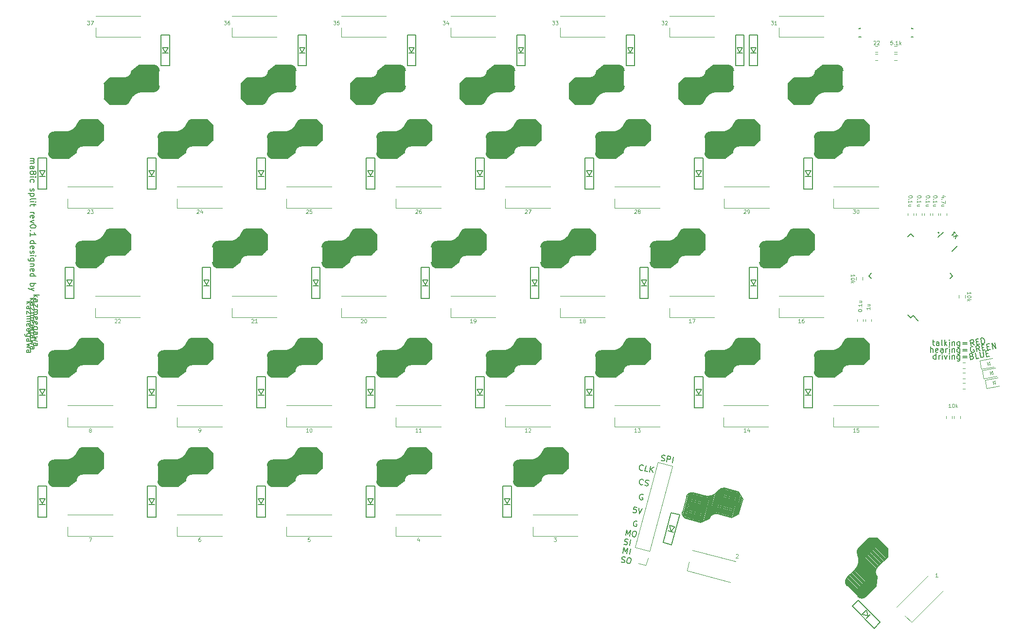
<source format=gbr>
G04 #@! TF.GenerationSoftware,KiCad,Pcbnew,(6.0.8)*
G04 #@! TF.CreationDate,2023-03-04T03:17:21+09:00*
G04 #@! TF.ProjectId,ma8ic_split_69_right,6d613869-635f-4737-906c-69745f36395f,0.1*
G04 #@! TF.SameCoordinates,Original*
G04 #@! TF.FileFunction,Legend,Top*
G04 #@! TF.FilePolarity,Positive*
%FSLAX46Y46*%
G04 Gerber Fmt 4.6, Leading zero omitted, Abs format (unit mm)*
G04 Created by KiCad (PCBNEW (6.0.8)) date 2023-03-04 03:17:21*
%MOMM*%
%LPD*%
G01*
G04 APERTURE LIST*
%ADD10C,0.101600*%
%ADD11C,0.150000*%
%ADD12C,0.120000*%
%ADD13C,0.127000*%
%ADD14C,0.200000*%
G04 APERTURE END LIST*
D10*
X128709529Y-131545842D02*
X128709529Y-131972944D01*
X128556992Y-131301783D02*
X128404456Y-131759393D01*
X128801051Y-131759393D01*
X166198842Y-74243618D02*
X166229350Y-74213111D01*
X166290364Y-74182603D01*
X166442901Y-74182603D01*
X166503916Y-74213111D01*
X166534423Y-74243618D01*
X166564930Y-74304633D01*
X166564930Y-74365647D01*
X166534423Y-74457169D01*
X166168335Y-74823257D01*
X166564930Y-74823257D01*
X166931018Y-74457169D02*
X166870004Y-74426662D01*
X166839496Y-74396155D01*
X166808989Y-74335140D01*
X166808989Y-74304633D01*
X166839496Y-74243618D01*
X166870004Y-74213111D01*
X166931018Y-74182603D01*
X167053048Y-74182603D01*
X167114062Y-74213111D01*
X167144570Y-74243618D01*
X167175077Y-74304633D01*
X167175077Y-74335140D01*
X167144570Y-74396155D01*
X167114062Y-74426662D01*
X167053048Y-74457169D01*
X166931018Y-74457169D01*
X166870004Y-74487677D01*
X166839496Y-74518184D01*
X166808989Y-74579199D01*
X166808989Y-74701228D01*
X166839496Y-74762243D01*
X166870004Y-74792750D01*
X166931018Y-74823257D01*
X167053048Y-74823257D01*
X167114062Y-74792750D01*
X167144570Y-74762243D01*
X167175077Y-74701228D01*
X167175077Y-74579199D01*
X167144570Y-74518184D01*
X167114062Y-74487677D01*
X167053048Y-74457169D01*
D11*
X60388556Y-90226437D02*
X61388556Y-90226437D01*
X60769508Y-90321675D02*
X60388556Y-90607389D01*
X61055222Y-90607389D02*
X60674270Y-90226437D01*
X60388556Y-91464532D02*
X60912365Y-91464532D01*
X61007603Y-91416913D01*
X61055222Y-91321675D01*
X61055222Y-91131199D01*
X61007603Y-91035961D01*
X60436175Y-91464532D02*
X60388556Y-91369294D01*
X60388556Y-91131199D01*
X60436175Y-91035961D01*
X60531413Y-90988342D01*
X60626651Y-90988342D01*
X60721889Y-91035961D01*
X60769508Y-91131199D01*
X60769508Y-91369294D01*
X60817127Y-91464532D01*
X61055222Y-91845485D02*
X61055222Y-92369294D01*
X60388556Y-91845485D01*
X60388556Y-92369294D01*
X60388556Y-92750247D02*
X61055222Y-92750247D01*
X60959984Y-92750247D02*
X61007603Y-92797866D01*
X61055222Y-92893104D01*
X61055222Y-93035961D01*
X61007603Y-93131199D01*
X60912365Y-93178818D01*
X60388556Y-93178818D01*
X60912365Y-93178818D02*
X61007603Y-93226437D01*
X61055222Y-93321675D01*
X61055222Y-93464532D01*
X61007603Y-93559770D01*
X60912365Y-93607389D01*
X60388556Y-93607389D01*
X60436175Y-94464532D02*
X60388556Y-94369294D01*
X60388556Y-94178818D01*
X60436175Y-94083580D01*
X60531413Y-94035961D01*
X60912365Y-94035961D01*
X61007603Y-94083580D01*
X61055222Y-94178818D01*
X61055222Y-94369294D01*
X61007603Y-94464532D01*
X60912365Y-94512151D01*
X60817127Y-94512151D01*
X60721889Y-94035961D01*
X60436175Y-95321675D02*
X60388556Y-95226437D01*
X60388556Y-95035961D01*
X60436175Y-94940723D01*
X60531413Y-94893104D01*
X60912365Y-94893104D01*
X61007603Y-94940723D01*
X61055222Y-95035961D01*
X61055222Y-95226437D01*
X61007603Y-95321675D01*
X60912365Y-95369294D01*
X60817127Y-95369294D01*
X60721889Y-94893104D01*
X61055222Y-96226437D02*
X60245698Y-96226437D01*
X60150460Y-96178818D01*
X60102841Y-96131199D01*
X60055222Y-96035961D01*
X60055222Y-95893104D01*
X60102841Y-95797866D01*
X60436175Y-96226437D02*
X60388556Y-96131199D01*
X60388556Y-95940723D01*
X60436175Y-95845485D01*
X60483794Y-95797866D01*
X60579032Y-95750247D01*
X60864746Y-95750247D01*
X60959984Y-95797866D01*
X61007603Y-95845485D01*
X61055222Y-95940723D01*
X61055222Y-96131199D01*
X61007603Y-96226437D01*
X60388556Y-97131199D02*
X60912365Y-97131199D01*
X61007603Y-97083580D01*
X61055222Y-96988342D01*
X61055222Y-96797866D01*
X61007603Y-96702628D01*
X60436175Y-97131199D02*
X60388556Y-97035961D01*
X60388556Y-96797866D01*
X60436175Y-96702628D01*
X60531413Y-96655009D01*
X60626651Y-96655009D01*
X60721889Y-96702628D01*
X60769508Y-96797866D01*
X60769508Y-97035961D01*
X60817127Y-97131199D01*
X61055222Y-97512151D02*
X60388556Y-97702628D01*
X60864746Y-97893104D01*
X60388556Y-98083580D01*
X61055222Y-98274056D01*
X60388556Y-99083580D02*
X60912365Y-99083580D01*
X61007603Y-99035961D01*
X61055222Y-98940723D01*
X61055222Y-98750247D01*
X61007603Y-98655009D01*
X60436175Y-99083580D02*
X60388556Y-98988342D01*
X60388556Y-98750247D01*
X60436175Y-98655009D01*
X60531413Y-98607389D01*
X60626651Y-98607389D01*
X60721889Y-98655009D01*
X60769508Y-98750247D01*
X60769508Y-98988342D01*
X60817127Y-99083580D01*
X167637249Y-122072543D02*
X167582085Y-122111169D01*
X167433129Y-122133258D01*
X167339338Y-122116720D01*
X167206920Y-122045018D01*
X167129667Y-121934688D01*
X167099309Y-121832628D01*
X167085489Y-121636777D01*
X167110296Y-121496090D01*
X167190268Y-121316777D01*
X167253701Y-121231254D01*
X167364030Y-121154001D01*
X167512986Y-121131912D01*
X167606777Y-121148450D01*
X167739195Y-121220153D01*
X167777822Y-121275317D01*
X168004145Y-122185590D02*
X168136563Y-122257292D01*
X168371041Y-122298637D01*
X168473101Y-122268279D01*
X168528266Y-122229653D01*
X168591699Y-122144131D01*
X168608237Y-122050339D01*
X168577880Y-121948279D01*
X168539253Y-121893115D01*
X168453731Y-121829681D01*
X168274417Y-121749710D01*
X168188895Y-121686276D01*
X168150268Y-121631112D01*
X168119911Y-121529051D01*
X168136449Y-121435260D01*
X168199882Y-121349738D01*
X168255047Y-121311111D01*
X168357107Y-121280754D01*
X168591585Y-121322098D01*
X168724003Y-121393801D01*
D10*
X118573642Y-93293698D02*
X118604150Y-93263191D01*
X118665164Y-93232683D01*
X118817701Y-93232683D01*
X118878716Y-93263191D01*
X118909223Y-93293698D01*
X118939730Y-93354713D01*
X118939730Y-93415727D01*
X118909223Y-93507249D01*
X118543135Y-93873337D01*
X118939730Y-93873337D01*
X119336326Y-93232683D02*
X119397340Y-93232683D01*
X119458355Y-93263191D01*
X119488862Y-93293698D01*
X119519370Y-93354713D01*
X119549877Y-93476742D01*
X119549877Y-93629279D01*
X119519370Y-93751308D01*
X119488862Y-93812323D01*
X119458355Y-93842830D01*
X119397340Y-93873337D01*
X119336326Y-93873337D01*
X119275311Y-93842830D01*
X119244804Y-93812323D01*
X119214296Y-93751308D01*
X119183789Y-93629279D01*
X119183789Y-93476742D01*
X119214296Y-93354713D01*
X119244804Y-93293698D01*
X119275311Y-93263191D01*
X119336326Y-93232683D01*
X217616034Y-71875553D02*
X217616034Y-71936567D01*
X217585527Y-71997582D01*
X217555019Y-72028089D01*
X217494005Y-72058597D01*
X217371975Y-72089104D01*
X217219439Y-72089104D01*
X217097409Y-72058597D01*
X217036395Y-72028089D01*
X217005887Y-71997582D01*
X216975380Y-71936567D01*
X216975380Y-71875553D01*
X217005887Y-71814538D01*
X217036395Y-71784031D01*
X217097409Y-71753523D01*
X217219439Y-71723016D01*
X217371975Y-71723016D01*
X217494005Y-71753523D01*
X217555019Y-71784031D01*
X217585527Y-71814538D01*
X217616034Y-71875553D01*
X217036395Y-72363670D02*
X217005887Y-72394177D01*
X216975380Y-72363670D01*
X217005887Y-72333163D01*
X217036395Y-72363670D01*
X216975380Y-72363670D01*
X216975380Y-73004324D02*
X216975380Y-72638236D01*
X216975380Y-72821280D02*
X217616034Y-72821280D01*
X217524512Y-72760265D01*
X217463497Y-72699251D01*
X217432990Y-72638236D01*
X217402483Y-73553456D02*
X216975380Y-73553456D01*
X217402483Y-73278890D02*
X217066902Y-73278890D01*
X217005887Y-73309397D01*
X216975380Y-73370412D01*
X216975380Y-73461934D01*
X217005887Y-73522949D01*
X217036395Y-73553456D01*
X147148762Y-74243618D02*
X147179270Y-74213111D01*
X147240284Y-74182603D01*
X147392821Y-74182603D01*
X147453836Y-74213111D01*
X147484343Y-74243618D01*
X147514850Y-74304633D01*
X147514850Y-74365647D01*
X147484343Y-74457169D01*
X147118255Y-74823257D01*
X147514850Y-74823257D01*
X147728402Y-74182603D02*
X148155504Y-74182603D01*
X147880938Y-74823257D01*
X185615010Y-112923417D02*
X185248922Y-112923417D01*
X185431966Y-112923417D02*
X185431966Y-112282763D01*
X185370952Y-112374285D01*
X185309937Y-112435300D01*
X185248922Y-112465807D01*
X186164142Y-112496315D02*
X186164142Y-112923417D01*
X186011606Y-112252256D02*
X185859069Y-112709866D01*
X186255664Y-112709866D01*
X75710962Y-93293698D02*
X75741470Y-93263191D01*
X75802484Y-93232683D01*
X75955021Y-93232683D01*
X76016036Y-93263191D01*
X76046543Y-93293698D01*
X76077050Y-93354713D01*
X76077050Y-93415727D01*
X76046543Y-93507249D01*
X75680455Y-93873337D01*
X76077050Y-93873337D01*
X76321109Y-93293698D02*
X76351616Y-93263191D01*
X76412631Y-93232683D01*
X76565168Y-93232683D01*
X76626182Y-93263191D01*
X76656690Y-93293698D01*
X76687197Y-93354713D01*
X76687197Y-93415727D01*
X76656690Y-93507249D01*
X76290602Y-93873337D01*
X76687197Y-93873337D01*
X224143213Y-88915648D02*
X224143213Y-88549560D01*
X224143213Y-88732604D02*
X224783867Y-88732604D01*
X224692345Y-88671589D01*
X224631330Y-88610575D01*
X224600823Y-88549560D01*
X224783867Y-89312243D02*
X224783867Y-89373258D01*
X224753360Y-89434273D01*
X224722852Y-89464780D01*
X224661838Y-89495287D01*
X224539808Y-89525795D01*
X224387272Y-89525795D01*
X224265242Y-89495287D01*
X224204228Y-89464780D01*
X224173720Y-89434273D01*
X224143213Y-89373258D01*
X224143213Y-89312243D01*
X224173720Y-89251229D01*
X224204228Y-89220721D01*
X224265242Y-89190214D01*
X224387272Y-89159707D01*
X224539808Y-89159707D01*
X224661838Y-89190214D01*
X224722852Y-89220721D01*
X224753360Y-89251229D01*
X224783867Y-89312243D01*
X224143213Y-89800361D02*
X224783867Y-89800361D01*
X224387272Y-89861375D02*
X224143213Y-90044419D01*
X224570316Y-90044419D02*
X224326257Y-89800361D01*
D11*
X166667628Y-128482996D02*
X166582106Y-128419562D01*
X166441419Y-128394755D01*
X166292463Y-128416844D01*
X166182134Y-128494097D01*
X166118701Y-128579620D01*
X166038729Y-128758933D01*
X166013922Y-128899620D01*
X166027742Y-129095471D01*
X166058100Y-129197531D01*
X166135353Y-129307861D01*
X166267771Y-129379563D01*
X166361562Y-129396101D01*
X166510518Y-129374012D01*
X166565682Y-129335386D01*
X166623565Y-129007116D01*
X166435983Y-128974040D01*
D10*
X70948442Y-74243618D02*
X70978950Y-74213111D01*
X71039964Y-74182603D01*
X71192501Y-74182603D01*
X71253516Y-74213111D01*
X71284023Y-74243618D01*
X71314530Y-74304633D01*
X71314530Y-74365647D01*
X71284023Y-74457169D01*
X70917935Y-74823257D01*
X71314530Y-74823257D01*
X71528082Y-74182603D02*
X71924677Y-74182603D01*
X71711126Y-74426662D01*
X71802648Y-74426662D01*
X71863662Y-74457169D01*
X71894170Y-74487677D01*
X71924677Y-74548691D01*
X71924677Y-74701228D01*
X71894170Y-74762243D01*
X71863662Y-74792750D01*
X71802648Y-74823257D01*
X71619604Y-74823257D01*
X71558589Y-74792750D01*
X71528082Y-74762243D01*
X128465470Y-112922944D02*
X128099382Y-112922944D01*
X128282426Y-112922944D02*
X128282426Y-112282290D01*
X128221412Y-112373812D01*
X128160397Y-112434827D01*
X128099382Y-112465334D01*
X129075617Y-112922944D02*
X128709529Y-112922944D01*
X128892573Y-112922944D02*
X128892573Y-112282290D01*
X128831558Y-112373812D01*
X128770544Y-112434827D01*
X128709529Y-112465334D01*
X205150663Y-91742069D02*
X205150663Y-91681054D01*
X205181171Y-91620039D01*
X205211678Y-91589532D01*
X205272693Y-91559025D01*
X205394722Y-91528517D01*
X205547259Y-91528517D01*
X205669288Y-91559025D01*
X205730303Y-91589532D01*
X205760810Y-91620039D01*
X205791317Y-91681054D01*
X205791317Y-91742069D01*
X205760810Y-91803083D01*
X205730303Y-91833591D01*
X205669288Y-91864098D01*
X205547259Y-91894605D01*
X205394722Y-91894605D01*
X205272693Y-91864098D01*
X205211678Y-91833591D01*
X205181171Y-91803083D01*
X205150663Y-91742069D01*
X205730303Y-91253951D02*
X205760810Y-91223444D01*
X205791317Y-91253951D01*
X205760810Y-91284459D01*
X205730303Y-91253951D01*
X205791317Y-91253951D01*
X205791317Y-90613297D02*
X205791317Y-90979385D01*
X205791317Y-90796341D02*
X205150663Y-90796341D01*
X205242185Y-90857356D01*
X205303200Y-90918371D01*
X205333707Y-90979385D01*
X205364215Y-90064165D02*
X205791317Y-90064165D01*
X205364215Y-90338731D02*
X205699795Y-90338731D01*
X205760810Y-90308224D01*
X205791317Y-90247209D01*
X205791317Y-90155687D01*
X205760810Y-90094673D01*
X205730303Y-90064165D01*
X207870892Y-44835057D02*
X207901400Y-44804550D01*
X207962414Y-44774042D01*
X208114951Y-44774042D01*
X208175966Y-44804550D01*
X208206473Y-44835057D01*
X208236980Y-44896072D01*
X208236980Y-44957086D01*
X208206473Y-45048608D01*
X207840385Y-45414696D01*
X208236980Y-45414696D01*
X208481039Y-44835057D02*
X208511546Y-44804550D01*
X208572561Y-44774042D01*
X208725098Y-44774042D01*
X208786112Y-44804550D01*
X208816620Y-44835057D01*
X208847127Y-44896072D01*
X208847127Y-44957086D01*
X208816620Y-45048608D01*
X208450532Y-45414696D01*
X208847127Y-45414696D01*
X204665090Y-112923417D02*
X204299002Y-112923417D01*
X204482046Y-112923417D02*
X204482046Y-112282763D01*
X204421032Y-112374285D01*
X204360017Y-112435300D01*
X204299002Y-112465807D01*
X205244730Y-112282763D02*
X204939656Y-112282763D01*
X204909149Y-112587837D01*
X204939656Y-112557329D01*
X205000671Y-112526822D01*
X205153208Y-112526822D01*
X205214222Y-112557329D01*
X205244730Y-112587837D01*
X205275237Y-112648851D01*
X205275237Y-112801388D01*
X205244730Y-112862403D01*
X205214222Y-112892910D01*
X205153208Y-112923417D01*
X205000671Y-112923417D01*
X204939656Y-112892910D01*
X204909149Y-112862403D01*
D11*
X166629001Y-126046571D02*
X166160045Y-125963882D01*
X166030460Y-126424569D01*
X166085625Y-126385942D01*
X166187685Y-126355584D01*
X166422163Y-126396929D01*
X166507685Y-126460363D01*
X166546312Y-126515527D01*
X166576669Y-126617587D01*
X166535325Y-126852065D01*
X166471891Y-126937588D01*
X166416727Y-126976214D01*
X166314666Y-127006572D01*
X166080188Y-126965227D01*
X165994666Y-126901794D01*
X165956039Y-126846629D01*
X166957271Y-126104454D02*
X167111892Y-127147144D01*
X167613809Y-126220219D01*
D10*
X89998442Y-74243618D02*
X90028950Y-74213111D01*
X90089964Y-74182603D01*
X90242501Y-74182603D01*
X90303516Y-74213111D01*
X90334023Y-74243618D01*
X90364530Y-74304633D01*
X90364530Y-74365647D01*
X90334023Y-74457169D01*
X89967935Y-74823257D01*
X90364530Y-74823257D01*
X90913662Y-74396155D02*
X90913662Y-74823257D01*
X90761126Y-74152096D02*
X90608589Y-74609706D01*
X91005184Y-74609706D01*
X189980935Y-41321215D02*
X190377530Y-41321215D01*
X190163979Y-41565274D01*
X190255501Y-41565274D01*
X190316516Y-41595781D01*
X190347023Y-41626289D01*
X190377530Y-41687303D01*
X190377530Y-41839840D01*
X190347023Y-41900855D01*
X190316516Y-41931362D01*
X190255501Y-41961869D01*
X190072457Y-41961869D01*
X190011442Y-41931362D01*
X189980935Y-41900855D01*
X190987677Y-41961869D02*
X190621589Y-41961869D01*
X190804633Y-41961869D02*
X190804633Y-41321215D01*
X190743618Y-41412737D01*
X190682604Y-41473752D01*
X190621589Y-41504259D01*
X221312983Y-108636659D02*
X220946895Y-108636659D01*
X221129939Y-108636659D02*
X221129939Y-107996005D01*
X221068924Y-108087527D01*
X221007910Y-108148542D01*
X220946895Y-108179049D01*
X221709578Y-107996005D02*
X221770593Y-107996005D01*
X221831608Y-108026513D01*
X221862115Y-108057020D01*
X221892622Y-108118035D01*
X221923130Y-108240064D01*
X221923130Y-108392601D01*
X221892622Y-108514630D01*
X221862115Y-108575645D01*
X221831608Y-108606152D01*
X221770593Y-108636659D01*
X221709578Y-108636659D01*
X221648564Y-108606152D01*
X221618056Y-108575645D01*
X221587549Y-108514630D01*
X221557042Y-108392601D01*
X221557042Y-108240064D01*
X221587549Y-108118035D01*
X221618056Y-108057020D01*
X221648564Y-108026513D01*
X221709578Y-107996005D01*
X222197696Y-108636659D02*
X222197696Y-107996005D01*
X222258710Y-108392601D02*
X222441754Y-108636659D01*
X222441754Y-108209557D02*
X222197696Y-108453615D01*
X195140050Y-93872909D02*
X194773962Y-93872909D01*
X194957006Y-93872909D02*
X194957006Y-93232255D01*
X194895992Y-93323777D01*
X194834977Y-93384792D01*
X194773962Y-93415299D01*
X195689182Y-93232255D02*
X195567153Y-93232255D01*
X195506138Y-93262763D01*
X195475631Y-93293270D01*
X195414616Y-93384792D01*
X195384109Y-93506821D01*
X195384109Y-93750880D01*
X195414616Y-93811895D01*
X195445124Y-93842402D01*
X195506138Y-93872909D01*
X195628168Y-93872909D01*
X195689182Y-93842402D01*
X195719690Y-93811895D01*
X195750197Y-93750880D01*
X195750197Y-93598343D01*
X195719690Y-93537329D01*
X195689182Y-93506821D01*
X195628168Y-93476314D01*
X195506138Y-93476314D01*
X195445124Y-93506821D01*
X195414616Y-93537329D01*
X195384109Y-93598343D01*
X90609529Y-131332255D02*
X90487500Y-131332255D01*
X90426485Y-131362763D01*
X90395978Y-131393270D01*
X90334963Y-131484792D01*
X90304456Y-131606821D01*
X90304456Y-131850880D01*
X90334963Y-131911895D01*
X90365470Y-131942402D01*
X90426485Y-131972909D01*
X90548514Y-131972909D01*
X90609529Y-131942402D01*
X90640036Y-131911895D01*
X90670544Y-131850880D01*
X90670544Y-131698343D01*
X90640036Y-131637329D01*
X90609529Y-131606821D01*
X90548514Y-131576314D01*
X90426485Y-131576314D01*
X90365470Y-131606821D01*
X90334963Y-131637329D01*
X90304456Y-131698343D01*
D11*
X60983869Y-89631124D02*
X61983869Y-89631124D01*
X61364821Y-89726362D02*
X60983869Y-90012076D01*
X61650535Y-90012076D02*
X61269583Y-89631124D01*
X60983869Y-90869219D02*
X61507678Y-90869219D01*
X61602916Y-90821600D01*
X61650535Y-90726362D01*
X61650535Y-90535886D01*
X61602916Y-90440648D01*
X61031488Y-90869219D02*
X60983869Y-90773981D01*
X60983869Y-90535886D01*
X61031488Y-90440648D01*
X61126726Y-90393029D01*
X61221964Y-90393029D01*
X61317202Y-90440648D01*
X61364821Y-90535886D01*
X61364821Y-90773981D01*
X61412440Y-90869219D01*
X61650535Y-91250172D02*
X61650535Y-91773981D01*
X60983869Y-91250172D01*
X60983869Y-91773981D01*
X60983869Y-92154934D02*
X61650535Y-92154934D01*
X61555297Y-92154934D02*
X61602916Y-92202553D01*
X61650535Y-92297791D01*
X61650535Y-92440648D01*
X61602916Y-92535886D01*
X61507678Y-92583505D01*
X60983869Y-92583505D01*
X61507678Y-92583505D02*
X61602916Y-92631124D01*
X61650535Y-92726362D01*
X61650535Y-92869219D01*
X61602916Y-92964457D01*
X61507678Y-93012076D01*
X60983869Y-93012076D01*
X61031488Y-93869219D02*
X60983869Y-93773981D01*
X60983869Y-93583505D01*
X61031488Y-93488267D01*
X61126726Y-93440648D01*
X61507678Y-93440648D01*
X61602916Y-93488267D01*
X61650535Y-93583505D01*
X61650535Y-93773981D01*
X61602916Y-93869219D01*
X61507678Y-93916838D01*
X61412440Y-93916838D01*
X61317202Y-93440648D01*
X61031488Y-94726362D02*
X60983869Y-94631124D01*
X60983869Y-94440648D01*
X61031488Y-94345410D01*
X61126726Y-94297791D01*
X61507678Y-94297791D01*
X61602916Y-94345410D01*
X61650535Y-94440648D01*
X61650535Y-94631124D01*
X61602916Y-94726362D01*
X61507678Y-94773981D01*
X61412440Y-94773981D01*
X61317202Y-94297791D01*
X61650535Y-95631124D02*
X60841011Y-95631124D01*
X60745773Y-95583505D01*
X60698154Y-95535886D01*
X60650535Y-95440648D01*
X60650535Y-95297791D01*
X60698154Y-95202553D01*
X61031488Y-95631124D02*
X60983869Y-95535886D01*
X60983869Y-95345410D01*
X61031488Y-95250172D01*
X61079107Y-95202553D01*
X61174345Y-95154934D01*
X61460059Y-95154934D01*
X61555297Y-95202553D01*
X61602916Y-95250172D01*
X61650535Y-95345410D01*
X61650535Y-95535886D01*
X61602916Y-95631124D01*
X60983869Y-96535886D02*
X61507678Y-96535886D01*
X61602916Y-96488267D01*
X61650535Y-96393029D01*
X61650535Y-96202553D01*
X61602916Y-96107315D01*
X61031488Y-96535886D02*
X60983869Y-96440648D01*
X60983869Y-96202553D01*
X61031488Y-96107315D01*
X61126726Y-96059696D01*
X61221964Y-96059696D01*
X61317202Y-96107315D01*
X61364821Y-96202553D01*
X61364821Y-96440648D01*
X61412440Y-96535886D01*
X61650535Y-96916838D02*
X60983869Y-97107315D01*
X61460059Y-97297791D01*
X60983869Y-97488267D01*
X61650535Y-97678743D01*
X60983869Y-98488267D02*
X61507678Y-98488267D01*
X61602916Y-98440648D01*
X61650535Y-98345410D01*
X61650535Y-98154934D01*
X61602916Y-98059696D01*
X61031488Y-98488267D02*
X60983869Y-98393029D01*
X60983869Y-98154934D01*
X61031488Y-98059696D01*
X61126726Y-98012076D01*
X61221964Y-98012076D01*
X61317202Y-98059696D01*
X61364821Y-98154934D01*
X61364821Y-98393029D01*
X61412440Y-98488267D01*
D10*
X132830695Y-41321215D02*
X133227290Y-41321215D01*
X133013739Y-41565274D01*
X133105261Y-41565274D01*
X133166276Y-41595781D01*
X133196783Y-41626289D01*
X133227290Y-41687303D01*
X133227290Y-41839840D01*
X133196783Y-41900855D01*
X133166276Y-41931362D01*
X133105261Y-41961869D01*
X132922217Y-41961869D01*
X132861202Y-41931362D01*
X132830695Y-41900855D01*
X133776422Y-41534767D02*
X133776422Y-41961869D01*
X133623886Y-41290708D02*
X133471349Y-41748318D01*
X133867944Y-41748318D01*
X176090050Y-93872909D02*
X175723962Y-93872909D01*
X175907006Y-93872909D02*
X175907006Y-93232255D01*
X175845992Y-93323777D01*
X175784977Y-93384792D01*
X175723962Y-93415299D01*
X176303602Y-93232255D02*
X176730704Y-93232255D01*
X176456138Y-93872909D01*
X219019869Y-138164159D02*
X218653781Y-138164159D01*
X218836825Y-138164159D02*
X218836825Y-137523505D01*
X218775810Y-137615027D01*
X218714795Y-137676042D01*
X218653781Y-137706549D01*
X166565470Y-112922944D02*
X166199382Y-112922944D01*
X166382426Y-112922944D02*
X166382426Y-112282290D01*
X166321412Y-112373812D01*
X166260397Y-112434827D01*
X166199382Y-112465334D01*
X166779022Y-112282290D02*
X167175617Y-112282290D01*
X166962066Y-112526349D01*
X167053588Y-112526349D01*
X167114602Y-112556856D01*
X167145110Y-112587364D01*
X167175617Y-112648378D01*
X167175617Y-112800915D01*
X167145110Y-112861930D01*
X167114602Y-112892437D01*
X167053588Y-112922944D01*
X166870544Y-112922944D01*
X166809529Y-112892437D01*
X166779022Y-112861930D01*
X109048442Y-74243618D02*
X109078950Y-74213111D01*
X109139964Y-74182603D01*
X109292501Y-74182603D01*
X109353516Y-74213111D01*
X109384023Y-74243618D01*
X109414530Y-74304633D01*
X109414530Y-74365647D01*
X109384023Y-74457169D01*
X109017935Y-74823257D01*
X109414530Y-74823257D01*
X109994170Y-74182603D02*
X109689096Y-74182603D01*
X109658589Y-74487677D01*
X109689096Y-74457169D01*
X109750111Y-74426662D01*
X109902648Y-74426662D01*
X109963662Y-74457169D01*
X109994170Y-74487677D01*
X110024677Y-74548691D01*
X110024677Y-74701228D01*
X109994170Y-74762243D01*
X109963662Y-74792750D01*
X109902648Y-74823257D01*
X109750111Y-74823257D01*
X109689096Y-74792750D01*
X109658589Y-74762243D01*
X157039890Y-93873337D02*
X156673802Y-93873337D01*
X156856846Y-93873337D02*
X156856846Y-93232683D01*
X156795832Y-93324205D01*
X156734817Y-93385220D01*
X156673802Y-93415727D01*
X157405978Y-93507249D02*
X157344964Y-93476742D01*
X157314456Y-93446235D01*
X157283949Y-93385220D01*
X157283949Y-93354713D01*
X157314456Y-93293698D01*
X157344964Y-93263191D01*
X157405978Y-93232683D01*
X157528008Y-93232683D01*
X157589022Y-93263191D01*
X157619530Y-93293698D01*
X157650037Y-93354713D01*
X157650037Y-93385220D01*
X157619530Y-93446235D01*
X157589022Y-93476742D01*
X157528008Y-93507249D01*
X157405978Y-93507249D01*
X157344964Y-93537757D01*
X157314456Y-93568264D01*
X157283949Y-93629279D01*
X157283949Y-93751308D01*
X157314456Y-93812323D01*
X157344964Y-93842830D01*
X157405978Y-93873337D01*
X157528008Y-93873337D01*
X157589022Y-93842830D01*
X157619530Y-93812323D01*
X157650037Y-93751308D01*
X157650037Y-93629279D01*
X157619530Y-93568264D01*
X157589022Y-93537757D01*
X157528008Y-93507249D01*
X90365470Y-112922944D02*
X90487500Y-112922944D01*
X90548514Y-112892437D01*
X90579022Y-112861930D01*
X90640036Y-112770408D01*
X90670544Y-112648378D01*
X90670544Y-112404320D01*
X90640036Y-112343305D01*
X90609529Y-112312798D01*
X90548514Y-112282290D01*
X90426485Y-112282290D01*
X90365470Y-112312798D01*
X90334963Y-112343305D01*
X90304456Y-112404320D01*
X90304456Y-112556856D01*
X90334963Y-112617871D01*
X90365470Y-112648378D01*
X90426485Y-112678886D01*
X90548514Y-112678886D01*
X90609529Y-112648378D01*
X90640036Y-112617871D01*
X90670544Y-112556856D01*
X137989810Y-93873337D02*
X137623722Y-93873337D01*
X137806766Y-93873337D02*
X137806766Y-93232683D01*
X137745752Y-93324205D01*
X137684737Y-93385220D01*
X137623722Y-93415727D01*
X138294884Y-93873337D02*
X138416913Y-93873337D01*
X138477928Y-93842830D01*
X138508435Y-93812323D01*
X138569450Y-93720801D01*
X138599957Y-93598771D01*
X138599957Y-93354713D01*
X138569450Y-93293698D01*
X138538942Y-93263191D01*
X138477928Y-93232683D01*
X138355898Y-93232683D01*
X138294884Y-93263191D01*
X138264376Y-93293698D01*
X138233869Y-93354713D01*
X138233869Y-93507249D01*
X138264376Y-93568264D01*
X138294884Y-93598771D01*
X138355898Y-93629279D01*
X138477928Y-93629279D01*
X138538942Y-93598771D01*
X138569450Y-93568264D01*
X138599957Y-93507249D01*
X214568034Y-71875553D02*
X214568034Y-71936567D01*
X214537527Y-71997582D01*
X214507019Y-72028089D01*
X214446005Y-72058597D01*
X214323975Y-72089104D01*
X214171439Y-72089104D01*
X214049409Y-72058597D01*
X213988395Y-72028089D01*
X213957887Y-71997582D01*
X213927380Y-71936567D01*
X213927380Y-71875553D01*
X213957887Y-71814538D01*
X213988395Y-71784031D01*
X214049409Y-71753523D01*
X214171439Y-71723016D01*
X214323975Y-71723016D01*
X214446005Y-71753523D01*
X214507019Y-71784031D01*
X214537527Y-71814538D01*
X214568034Y-71875553D01*
X213988395Y-72363670D02*
X213957887Y-72394177D01*
X213927380Y-72363670D01*
X213957887Y-72333163D01*
X213988395Y-72363670D01*
X213927380Y-72363670D01*
X213927380Y-73004324D02*
X213927380Y-72638236D01*
X213927380Y-72821280D02*
X214568034Y-72821280D01*
X214476512Y-72760265D01*
X214415497Y-72699251D01*
X214384990Y-72638236D01*
X214354483Y-73553456D02*
X213927380Y-73553456D01*
X214354483Y-73278890D02*
X214018902Y-73278890D01*
X213957887Y-73309397D01*
X213927380Y-73370412D01*
X213927380Y-73461934D01*
X213957887Y-73522949D01*
X213988395Y-73553456D01*
X204268495Y-74182603D02*
X204665090Y-74182603D01*
X204451539Y-74426662D01*
X204543061Y-74426662D01*
X204604076Y-74457169D01*
X204634583Y-74487677D01*
X204665090Y-74548691D01*
X204665090Y-74701228D01*
X204634583Y-74762243D01*
X204604076Y-74792750D01*
X204543061Y-74823257D01*
X204360017Y-74823257D01*
X204299002Y-74792750D01*
X204268495Y-74762243D01*
X205061686Y-74182603D02*
X205122700Y-74182603D01*
X205183715Y-74213111D01*
X205214222Y-74243618D01*
X205244730Y-74304633D01*
X205275237Y-74426662D01*
X205275237Y-74579199D01*
X205244730Y-74701228D01*
X205214222Y-74762243D01*
X205183715Y-74792750D01*
X205122700Y-74823257D01*
X205061686Y-74823257D01*
X205000671Y-74792750D01*
X204970164Y-74762243D01*
X204939656Y-74701228D01*
X204909149Y-74579199D01*
X204909149Y-74426662D01*
X204939656Y-74304633D01*
X204970164Y-74243618D01*
X205000671Y-74213111D01*
X205061686Y-74182603D01*
X170930855Y-41321215D02*
X171327450Y-41321215D01*
X171113899Y-41565274D01*
X171205421Y-41565274D01*
X171266436Y-41595781D01*
X171296943Y-41626289D01*
X171327450Y-41687303D01*
X171327450Y-41839840D01*
X171296943Y-41900855D01*
X171266436Y-41931362D01*
X171205421Y-41961869D01*
X171022377Y-41961869D01*
X170961362Y-41931362D01*
X170930855Y-41900855D01*
X171571509Y-41382230D02*
X171602016Y-41351723D01*
X171663031Y-41321215D01*
X171815568Y-41321215D01*
X171876582Y-41351723D01*
X171907090Y-41382230D01*
X171937597Y-41443245D01*
X171937597Y-41504259D01*
X171907090Y-41595781D01*
X171541002Y-41961869D01*
X171937597Y-41961869D01*
D11*
X167739195Y-123839539D02*
X167653673Y-123776105D01*
X167512986Y-123751298D01*
X167364030Y-123773387D01*
X167253701Y-123850640D01*
X167190268Y-123936163D01*
X167110296Y-124115476D01*
X167085489Y-124256163D01*
X167099309Y-124452014D01*
X167129667Y-124554074D01*
X167206920Y-124664404D01*
X167339338Y-124736106D01*
X167433129Y-124752644D01*
X167582085Y-124730555D01*
X167637249Y-124691929D01*
X167695132Y-124363659D01*
X167507550Y-124330583D01*
X218096919Y-97179248D02*
X218477872Y-97179248D01*
X218239776Y-96845914D02*
X218239776Y-97703057D01*
X218287395Y-97798295D01*
X218382634Y-97845914D01*
X218477872Y-97845914D01*
X219239776Y-97845914D02*
X219239776Y-97322105D01*
X219192157Y-97226867D01*
X219096919Y-97179248D01*
X218906443Y-97179248D01*
X218811205Y-97226867D01*
X219239776Y-97798295D02*
X219144538Y-97845914D01*
X218906443Y-97845914D01*
X218811205Y-97798295D01*
X218763586Y-97703057D01*
X218763586Y-97607819D01*
X218811205Y-97512581D01*
X218906443Y-97464962D01*
X219144538Y-97464962D01*
X219239776Y-97417343D01*
X219858824Y-97845914D02*
X219763586Y-97798295D01*
X219715967Y-97703057D01*
X219715967Y-96845914D01*
X220239776Y-97845914D02*
X220239776Y-96845914D01*
X220335015Y-97464962D02*
X220620729Y-97845914D01*
X220620729Y-97179248D02*
X220239776Y-97560200D01*
X221049300Y-97845914D02*
X221049300Y-97179248D01*
X221049300Y-96845914D02*
X221001681Y-96893534D01*
X221049300Y-96941153D01*
X221096919Y-96893534D01*
X221049300Y-96845914D01*
X221049300Y-96941153D01*
X221525491Y-97179248D02*
X221525491Y-97845914D01*
X221525491Y-97274486D02*
X221573110Y-97226867D01*
X221668348Y-97179248D01*
X221811205Y-97179248D01*
X221906443Y-97226867D01*
X221954062Y-97322105D01*
X221954062Y-97845914D01*
X222858824Y-97179248D02*
X222858824Y-97988772D01*
X222811205Y-98084010D01*
X222763586Y-98131629D01*
X222668348Y-98179248D01*
X222525491Y-98179248D01*
X222430253Y-98131629D01*
X222858824Y-97798295D02*
X222763586Y-97845914D01*
X222573110Y-97845914D01*
X222477872Y-97798295D01*
X222430253Y-97750676D01*
X222382634Y-97655438D01*
X222382634Y-97369724D01*
X222430253Y-97274486D01*
X222477872Y-97226867D01*
X222573110Y-97179248D01*
X222763586Y-97179248D01*
X222858824Y-97226867D01*
X223335015Y-97322105D02*
X224096919Y-97322105D01*
X224096919Y-97607819D02*
X223335015Y-97607819D01*
D10*
X70917935Y-41321215D02*
X71314530Y-41321215D01*
X71100979Y-41565274D01*
X71192501Y-41565274D01*
X71253516Y-41595781D01*
X71284023Y-41626289D01*
X71314530Y-41687303D01*
X71314530Y-41839840D01*
X71284023Y-41900855D01*
X71253516Y-41931362D01*
X71192501Y-41961869D01*
X71009457Y-41961869D01*
X70948442Y-41931362D01*
X70917935Y-41900855D01*
X71528082Y-41321215D02*
X71955184Y-41321215D01*
X71680618Y-41961869D01*
D11*
X217763586Y-99036544D02*
X217763586Y-98036544D01*
X218192157Y-99036544D02*
X218192157Y-98512735D01*
X218144538Y-98417497D01*
X218049300Y-98369878D01*
X217906443Y-98369878D01*
X217811205Y-98417497D01*
X217763586Y-98465116D01*
X219049300Y-98988925D02*
X218954062Y-99036544D01*
X218763586Y-99036544D01*
X218668348Y-98988925D01*
X218620729Y-98893687D01*
X218620729Y-98512735D01*
X218668348Y-98417497D01*
X218763586Y-98369878D01*
X218954062Y-98369878D01*
X219049300Y-98417497D01*
X219096919Y-98512735D01*
X219096919Y-98607973D01*
X218620729Y-98703211D01*
X219954062Y-99036544D02*
X219954062Y-98512735D01*
X219906443Y-98417497D01*
X219811205Y-98369878D01*
X219620729Y-98369878D01*
X219525491Y-98417497D01*
X219954062Y-98988925D02*
X219858824Y-99036544D01*
X219620729Y-99036544D01*
X219525491Y-98988925D01*
X219477872Y-98893687D01*
X219477872Y-98798449D01*
X219525491Y-98703211D01*
X219620729Y-98655592D01*
X219858824Y-98655592D01*
X219954062Y-98607973D01*
X220430253Y-99036544D02*
X220430253Y-98369878D01*
X220430253Y-98560354D02*
X220477872Y-98465116D01*
X220525491Y-98417497D01*
X220620729Y-98369878D01*
X220715967Y-98369878D01*
X221049300Y-99036544D02*
X221049300Y-98369878D01*
X221049300Y-98036544D02*
X221001681Y-98084164D01*
X221049300Y-98131783D01*
X221096919Y-98084164D01*
X221049300Y-98036544D01*
X221049300Y-98131783D01*
X221525491Y-98369878D02*
X221525491Y-99036544D01*
X221525491Y-98465116D02*
X221573110Y-98417497D01*
X221668348Y-98369878D01*
X221811205Y-98369878D01*
X221906443Y-98417497D01*
X221954062Y-98512735D01*
X221954062Y-99036544D01*
X222858824Y-98369878D02*
X222858824Y-99179402D01*
X222811205Y-99274640D01*
X222763586Y-99322259D01*
X222668348Y-99369878D01*
X222525491Y-99369878D01*
X222430253Y-99322259D01*
X222858824Y-98988925D02*
X222763586Y-99036544D01*
X222573110Y-99036544D01*
X222477872Y-98988925D01*
X222430253Y-98941306D01*
X222382634Y-98846068D01*
X222382634Y-98560354D01*
X222430253Y-98465116D01*
X222477872Y-98417497D01*
X222573110Y-98369878D01*
X222763586Y-98369878D01*
X222858824Y-98417497D01*
X223335015Y-98512735D02*
X224096919Y-98512735D01*
X224096919Y-98798449D02*
X223335015Y-98798449D01*
X60983869Y-65295019D02*
X61650535Y-65295019D01*
X61555297Y-65295019D02*
X61602916Y-65342638D01*
X61650535Y-65437876D01*
X61650535Y-65580734D01*
X61602916Y-65675972D01*
X61507678Y-65723591D01*
X60983869Y-65723591D01*
X61507678Y-65723591D02*
X61602916Y-65771210D01*
X61650535Y-65866448D01*
X61650535Y-66009305D01*
X61602916Y-66104543D01*
X61507678Y-66152162D01*
X60983869Y-66152162D01*
X60983869Y-67056924D02*
X61507678Y-67056924D01*
X61602916Y-67009305D01*
X61650535Y-66914067D01*
X61650535Y-66723591D01*
X61602916Y-66628353D01*
X61031488Y-67056924D02*
X60983869Y-66961686D01*
X60983869Y-66723591D01*
X61031488Y-66628353D01*
X61126726Y-66580734D01*
X61221964Y-66580734D01*
X61317202Y-66628353D01*
X61364821Y-66723591D01*
X61364821Y-66961686D01*
X61412440Y-67056924D01*
X61555297Y-67675972D02*
X61602916Y-67580734D01*
X61650535Y-67533115D01*
X61745773Y-67485495D01*
X61793392Y-67485495D01*
X61888630Y-67533115D01*
X61936250Y-67580734D01*
X61983869Y-67675972D01*
X61983869Y-67866448D01*
X61936250Y-67961686D01*
X61888630Y-68009305D01*
X61793392Y-68056924D01*
X61745773Y-68056924D01*
X61650535Y-68009305D01*
X61602916Y-67961686D01*
X61555297Y-67866448D01*
X61555297Y-67675972D01*
X61507678Y-67580734D01*
X61460059Y-67533115D01*
X61364821Y-67485495D01*
X61174345Y-67485495D01*
X61079107Y-67533115D01*
X61031488Y-67580734D01*
X60983869Y-67675972D01*
X60983869Y-67866448D01*
X61031488Y-67961686D01*
X61079107Y-68009305D01*
X61174345Y-68056924D01*
X61364821Y-68056924D01*
X61460059Y-68009305D01*
X61507678Y-67961686D01*
X61555297Y-67866448D01*
X60983869Y-68485495D02*
X61650535Y-68485495D01*
X61983869Y-68485495D02*
X61936250Y-68437876D01*
X61888630Y-68485495D01*
X61936250Y-68533115D01*
X61983869Y-68485495D01*
X61888630Y-68485495D01*
X61031488Y-69390257D02*
X60983869Y-69295019D01*
X60983869Y-69104543D01*
X61031488Y-69009305D01*
X61079107Y-68961686D01*
X61174345Y-68914067D01*
X61460059Y-68914067D01*
X61555297Y-68961686D01*
X61602916Y-69009305D01*
X61650535Y-69104543D01*
X61650535Y-69295019D01*
X61602916Y-69390257D01*
X61031488Y-70533115D02*
X60983869Y-70628353D01*
X60983869Y-70818829D01*
X61031488Y-70914067D01*
X61126726Y-70961686D01*
X61174345Y-70961686D01*
X61269583Y-70914067D01*
X61317202Y-70818829D01*
X61317202Y-70675972D01*
X61364821Y-70580734D01*
X61460059Y-70533115D01*
X61507678Y-70533115D01*
X61602916Y-70580734D01*
X61650535Y-70675972D01*
X61650535Y-70818829D01*
X61602916Y-70914067D01*
X61650535Y-71390257D02*
X60650535Y-71390257D01*
X61602916Y-71390257D02*
X61650535Y-71485495D01*
X61650535Y-71675972D01*
X61602916Y-71771210D01*
X61555297Y-71818829D01*
X61460059Y-71866448D01*
X61174345Y-71866448D01*
X61079107Y-71818829D01*
X61031488Y-71771210D01*
X60983869Y-71675972D01*
X60983869Y-71485495D01*
X61031488Y-71390257D01*
X60983869Y-72437876D02*
X61031488Y-72342638D01*
X61126726Y-72295019D01*
X61983869Y-72295019D01*
X60983869Y-72818829D02*
X61650535Y-72818829D01*
X61983869Y-72818829D02*
X61936250Y-72771210D01*
X61888630Y-72818829D01*
X61936250Y-72866448D01*
X61983869Y-72818829D01*
X61888630Y-72818829D01*
X61650535Y-73152162D02*
X61650535Y-73533115D01*
X61983869Y-73295019D02*
X61126726Y-73295019D01*
X61031488Y-73342638D01*
X60983869Y-73437876D01*
X60983869Y-73533115D01*
X60983869Y-74628353D02*
X61650535Y-74628353D01*
X61460059Y-74628353D02*
X61555297Y-74675972D01*
X61602916Y-74723591D01*
X61650535Y-74818829D01*
X61650535Y-74914067D01*
X61031488Y-75628353D02*
X60983869Y-75533115D01*
X60983869Y-75342638D01*
X61031488Y-75247400D01*
X61126726Y-75199781D01*
X61507678Y-75199781D01*
X61602916Y-75247400D01*
X61650535Y-75342638D01*
X61650535Y-75533115D01*
X61602916Y-75628353D01*
X61507678Y-75675972D01*
X61412440Y-75675972D01*
X61317202Y-75199781D01*
X61650535Y-76009305D02*
X60983869Y-76247400D01*
X61650535Y-76485495D01*
X61983869Y-77056924D02*
X61983869Y-77152162D01*
X61936250Y-77247400D01*
X61888630Y-77295019D01*
X61793392Y-77342638D01*
X61602916Y-77390257D01*
X61364821Y-77390257D01*
X61174345Y-77342638D01*
X61079107Y-77295019D01*
X61031488Y-77247400D01*
X60983869Y-77152162D01*
X60983869Y-77056924D01*
X61031488Y-76961686D01*
X61079107Y-76914067D01*
X61174345Y-76866448D01*
X61364821Y-76818829D01*
X61602916Y-76818829D01*
X61793392Y-76866448D01*
X61888630Y-76914067D01*
X61936250Y-76961686D01*
X61983869Y-77056924D01*
X61079107Y-77818829D02*
X61031488Y-77866448D01*
X60983869Y-77818829D01*
X61031488Y-77771210D01*
X61079107Y-77818829D01*
X60983869Y-77818829D01*
X60983869Y-78818829D02*
X60983869Y-78247400D01*
X60983869Y-78533115D02*
X61983869Y-78533115D01*
X61841011Y-78437876D01*
X61745773Y-78342638D01*
X61698154Y-78247400D01*
X170847658Y-117854545D02*
X170980076Y-117926247D01*
X171214554Y-117967592D01*
X171316614Y-117937234D01*
X171371778Y-117898607D01*
X171435212Y-117813085D01*
X171451750Y-117719294D01*
X171421392Y-117617234D01*
X171382766Y-117562069D01*
X171297243Y-117498636D01*
X171117930Y-117418664D01*
X171032408Y-117355231D01*
X170993781Y-117300066D01*
X170963423Y-117198006D01*
X170979961Y-117104215D01*
X171043395Y-117018693D01*
X171098559Y-116980066D01*
X171200619Y-116949708D01*
X171435097Y-116991053D01*
X171567515Y-117062755D01*
X171824197Y-118075088D02*
X171997845Y-117090281D01*
X172373010Y-117156432D01*
X172458532Y-117219866D01*
X172497159Y-117275030D01*
X172527516Y-117377090D01*
X172502709Y-117517777D01*
X172439276Y-117603300D01*
X172384111Y-117641926D01*
X172282051Y-117672284D01*
X171906886Y-117606132D01*
X172809004Y-118248736D02*
X172982652Y-117263929D01*
D10*
X151880775Y-41321215D02*
X152277370Y-41321215D01*
X152063819Y-41565274D01*
X152155341Y-41565274D01*
X152216356Y-41595781D01*
X152246863Y-41626289D01*
X152277370Y-41687303D01*
X152277370Y-41839840D01*
X152246863Y-41900855D01*
X152216356Y-41931362D01*
X152155341Y-41961869D01*
X151972297Y-41961869D01*
X151911282Y-41931362D01*
X151880775Y-41900855D01*
X152490922Y-41321215D02*
X152887517Y-41321215D01*
X152673966Y-41565274D01*
X152765488Y-41565274D01*
X152826502Y-41595781D01*
X152857010Y-41626289D01*
X152887517Y-41687303D01*
X152887517Y-41839840D01*
X152857010Y-41900855D01*
X152826502Y-41931362D01*
X152765488Y-41961869D01*
X152582444Y-41961869D01*
X152521429Y-41931362D01*
X152490922Y-41900855D01*
D11*
X164221176Y-134014077D02*
X164394824Y-133029270D01*
X164599059Y-133790586D01*
X165051363Y-133145035D01*
X164877715Y-134129843D01*
X165346671Y-134212532D02*
X165520319Y-133227725D01*
X163902976Y-135544453D02*
X164035393Y-135616155D01*
X164269871Y-135657500D01*
X164371932Y-135627142D01*
X164427096Y-135588516D01*
X164490530Y-135502993D01*
X164507068Y-135409202D01*
X164476710Y-135307142D01*
X164438083Y-135251977D01*
X164352561Y-135188544D01*
X164173248Y-135108572D01*
X164087725Y-135045139D01*
X164049099Y-134989974D01*
X164018741Y-134887914D01*
X164035279Y-134794123D01*
X164098712Y-134708601D01*
X164153877Y-134669974D01*
X164255937Y-134639616D01*
X164490415Y-134680961D01*
X164622833Y-134752664D01*
X165240745Y-134813265D02*
X165428327Y-134846340D01*
X165513850Y-134909774D01*
X165591103Y-135020103D01*
X165604923Y-135215954D01*
X165547040Y-135544224D01*
X165467068Y-135723537D01*
X165356739Y-135800790D01*
X165254679Y-135831148D01*
X165067097Y-135798072D01*
X164981574Y-135734639D01*
X164904321Y-135624310D01*
X164890501Y-135428458D01*
X164948384Y-135100189D01*
X165028356Y-134920876D01*
X165138685Y-134843622D01*
X165240745Y-134813265D01*
D10*
X203902571Y-85835748D02*
X203902571Y-85469660D01*
X203902571Y-85652704D02*
X204543225Y-85652704D01*
X204451703Y-85591689D01*
X204390688Y-85530675D01*
X204360181Y-85469660D01*
X204543225Y-86232343D02*
X204543225Y-86293358D01*
X204512718Y-86354373D01*
X204482210Y-86384880D01*
X204421196Y-86415387D01*
X204299166Y-86445895D01*
X204146630Y-86445895D01*
X204024600Y-86415387D01*
X203963586Y-86384880D01*
X203933078Y-86354373D01*
X203902571Y-86293358D01*
X203902571Y-86232343D01*
X203933078Y-86171329D01*
X203963586Y-86140821D01*
X204024600Y-86110314D01*
X204146630Y-86079807D01*
X204299166Y-86079807D01*
X204421196Y-86110314D01*
X204482210Y-86140821D01*
X204512718Y-86171329D01*
X204543225Y-86232343D01*
X203902571Y-86720461D02*
X204543225Y-86720461D01*
X204146630Y-86781475D02*
X203902571Y-86964519D01*
X204329674Y-86964519D02*
X204085615Y-86720461D01*
X109415470Y-112922944D02*
X109049382Y-112922944D01*
X109232426Y-112922944D02*
X109232426Y-112282290D01*
X109171412Y-112373812D01*
X109110397Y-112434827D01*
X109049382Y-112465334D01*
X109812066Y-112282290D02*
X109873080Y-112282290D01*
X109934095Y-112312798D01*
X109964602Y-112343305D01*
X109995110Y-112404320D01*
X110025617Y-112526349D01*
X110025617Y-112678886D01*
X109995110Y-112800915D01*
X109964602Y-112861930D01*
X109934095Y-112892437D01*
X109873080Y-112922944D01*
X109812066Y-112922944D01*
X109751051Y-112892437D01*
X109720544Y-112861930D01*
X109690036Y-112800915D01*
X109659529Y-112678886D01*
X109659529Y-112526349D01*
X109690036Y-112404320D01*
X109720544Y-112343305D01*
X109751051Y-112312798D01*
X109812066Y-112282290D01*
X218886034Y-71875553D02*
X218886034Y-71936567D01*
X218855527Y-71997582D01*
X218825019Y-72028089D01*
X218764005Y-72058597D01*
X218641975Y-72089104D01*
X218489439Y-72089104D01*
X218367409Y-72058597D01*
X218306395Y-72028089D01*
X218275887Y-71997582D01*
X218245380Y-71936567D01*
X218245380Y-71875553D01*
X218275887Y-71814538D01*
X218306395Y-71784031D01*
X218367409Y-71753523D01*
X218489439Y-71723016D01*
X218641975Y-71723016D01*
X218764005Y-71753523D01*
X218825019Y-71784031D01*
X218855527Y-71814538D01*
X218886034Y-71875553D01*
X218306395Y-72363670D02*
X218275887Y-72394177D01*
X218245380Y-72363670D01*
X218275887Y-72333163D01*
X218306395Y-72363670D01*
X218245380Y-72363670D01*
X218245380Y-73004324D02*
X218245380Y-72638236D01*
X218245380Y-72821280D02*
X218886034Y-72821280D01*
X218794512Y-72760265D01*
X218733497Y-72699251D01*
X218702990Y-72638236D01*
X218672483Y-73553456D02*
X218245380Y-73553456D01*
X218672483Y-73278890D02*
X218336902Y-73278890D01*
X218275887Y-73309397D01*
X218245380Y-73370412D01*
X218245380Y-73461934D01*
X218275887Y-73522949D01*
X218306395Y-73553456D01*
D11*
X167637249Y-119572220D02*
X167582085Y-119610846D01*
X167433129Y-119632935D01*
X167339338Y-119616397D01*
X167206920Y-119544695D01*
X167129667Y-119434365D01*
X167099309Y-119332305D01*
X167085489Y-119136454D01*
X167110296Y-118995767D01*
X167190268Y-118816454D01*
X167253701Y-118730931D01*
X167364030Y-118653678D01*
X167512986Y-118631589D01*
X167606777Y-118648127D01*
X167739195Y-118719830D01*
X167777822Y-118774994D01*
X168511728Y-119823121D02*
X168042772Y-119740431D01*
X168216420Y-118755624D01*
X168839997Y-119881004D02*
X169013645Y-118896196D01*
X169402745Y-119980231D02*
X169079912Y-119343063D01*
X169576393Y-118995424D02*
X168914418Y-119458943D01*
D10*
X220094883Y-72028089D02*
X219667780Y-72028089D01*
X220338941Y-71875553D02*
X219881331Y-71723016D01*
X219881331Y-72119611D01*
X219728795Y-72363670D02*
X219698287Y-72394177D01*
X219667780Y-72363670D01*
X219698287Y-72333163D01*
X219728795Y-72363670D01*
X219667780Y-72363670D01*
X220308434Y-72607729D02*
X220308434Y-73034831D01*
X219667780Y-72760265D01*
X220094883Y-73553456D02*
X219667780Y-73553456D01*
X220094883Y-73278890D02*
X219759302Y-73278890D01*
X219698287Y-73309397D01*
X219667780Y-73370412D01*
X219667780Y-73461934D01*
X219698287Y-73522949D01*
X219728795Y-73553456D01*
X99523562Y-93293698D02*
X99554070Y-93263191D01*
X99615084Y-93232683D01*
X99767621Y-93232683D01*
X99828636Y-93263191D01*
X99859143Y-93293698D01*
X99889650Y-93354713D01*
X99889650Y-93415727D01*
X99859143Y-93507249D01*
X99493055Y-93873337D01*
X99889650Y-93873337D01*
X100499797Y-93873337D02*
X100133709Y-93873337D01*
X100316753Y-93873337D02*
X100316753Y-93232683D01*
X100255738Y-93324205D01*
X100194724Y-93385220D01*
X100133709Y-93415727D01*
D11*
X218715967Y-100227174D02*
X218715967Y-99227174D01*
X218715967Y-100179555D02*
X218620729Y-100227174D01*
X218430253Y-100227174D01*
X218335015Y-100179555D01*
X218287395Y-100131936D01*
X218239776Y-100036698D01*
X218239776Y-99750984D01*
X218287395Y-99655746D01*
X218335015Y-99608127D01*
X218430253Y-99560508D01*
X218620729Y-99560508D01*
X218715967Y-99608127D01*
X219192157Y-100227174D02*
X219192157Y-99560508D01*
X219192157Y-99750984D02*
X219239776Y-99655746D01*
X219287395Y-99608127D01*
X219382634Y-99560508D01*
X219477872Y-99560508D01*
X219811205Y-100227174D02*
X219811205Y-99560508D01*
X219811205Y-99227174D02*
X219763586Y-99274794D01*
X219811205Y-99322413D01*
X219858824Y-99274794D01*
X219811205Y-99227174D01*
X219811205Y-99322413D01*
X220192157Y-99560508D02*
X220430253Y-100227174D01*
X220668348Y-99560508D01*
X221049300Y-100227174D02*
X221049300Y-99560508D01*
X221049300Y-99227174D02*
X221001681Y-99274794D01*
X221049300Y-99322413D01*
X221096919Y-99274794D01*
X221049300Y-99227174D01*
X221049300Y-99322413D01*
X221525491Y-99560508D02*
X221525491Y-100227174D01*
X221525491Y-99655746D02*
X221573110Y-99608127D01*
X221668348Y-99560508D01*
X221811205Y-99560508D01*
X221906443Y-99608127D01*
X221954062Y-99703365D01*
X221954062Y-100227174D01*
X222858824Y-99560508D02*
X222858824Y-100370032D01*
X222811205Y-100465270D01*
X222763586Y-100512889D01*
X222668348Y-100560508D01*
X222525491Y-100560508D01*
X222430253Y-100512889D01*
X222858824Y-100179555D02*
X222763586Y-100227174D01*
X222573110Y-100227174D01*
X222477872Y-100179555D01*
X222430253Y-100131936D01*
X222382634Y-100036698D01*
X222382634Y-99750984D01*
X222430253Y-99655746D01*
X222477872Y-99608127D01*
X222573110Y-99560508D01*
X222763586Y-99560508D01*
X222858824Y-99608127D01*
X223335015Y-99703365D02*
X224096919Y-99703365D01*
X224096919Y-99989079D02*
X223335015Y-99989079D01*
D10*
X207220073Y-91189970D02*
X207220073Y-91556058D01*
X207220073Y-91373014D02*
X206579419Y-91373014D01*
X206670941Y-91434029D01*
X206731956Y-91495044D01*
X206762463Y-91556058D01*
X206792971Y-90640838D02*
X207220073Y-90640838D01*
X206792971Y-90915404D02*
X207128551Y-90915404D01*
X207189566Y-90884897D01*
X207220073Y-90823882D01*
X207220073Y-90732360D01*
X207189566Y-90671346D01*
X207159059Y-90640838D01*
X113780615Y-41321215D02*
X114177210Y-41321215D01*
X113963659Y-41565274D01*
X114055181Y-41565274D01*
X114116196Y-41595781D01*
X114146703Y-41626289D01*
X114177210Y-41687303D01*
X114177210Y-41839840D01*
X114146703Y-41900855D01*
X114116196Y-41931362D01*
X114055181Y-41961869D01*
X113872137Y-41961869D01*
X113811122Y-41931362D01*
X113780615Y-41900855D01*
X114756850Y-41321215D02*
X114451776Y-41321215D01*
X114421269Y-41626289D01*
X114451776Y-41595781D01*
X114512791Y-41565274D01*
X114665328Y-41565274D01*
X114726342Y-41595781D01*
X114756850Y-41626289D01*
X114787357Y-41687303D01*
X114787357Y-41839840D01*
X114756850Y-41900855D01*
X114726342Y-41931362D01*
X114665328Y-41961869D01*
X114512791Y-41961869D01*
X114451776Y-41931362D01*
X114421269Y-41900855D01*
X152185848Y-131332843D02*
X152582444Y-131332843D01*
X152368892Y-131576902D01*
X152460414Y-131576902D01*
X152521429Y-131607409D01*
X152551936Y-131637917D01*
X152582444Y-131698931D01*
X152582444Y-131851468D01*
X152551936Y-131912483D01*
X152521429Y-131942990D01*
X152460414Y-131973497D01*
X152277370Y-131973497D01*
X152216356Y-131942990D01*
X152185848Y-131912483D01*
X109690036Y-131332255D02*
X109384963Y-131332255D01*
X109354456Y-131637329D01*
X109384963Y-131606821D01*
X109445978Y-131576314D01*
X109598514Y-131576314D01*
X109659529Y-131606821D01*
X109690036Y-131637329D01*
X109720544Y-131698343D01*
X109720544Y-131850880D01*
X109690036Y-131911895D01*
X109659529Y-131942402D01*
X109598514Y-131972909D01*
X109445978Y-131972909D01*
X109384963Y-131942402D01*
X109354456Y-131911895D01*
X147515470Y-112922944D02*
X147149382Y-112922944D01*
X147332426Y-112922944D02*
X147332426Y-112282290D01*
X147271412Y-112373812D01*
X147210397Y-112434827D01*
X147149382Y-112465334D01*
X147759529Y-112343305D02*
X147790036Y-112312798D01*
X147851051Y-112282290D01*
X148003588Y-112282290D01*
X148064602Y-112312798D01*
X148095110Y-112343305D01*
X148125617Y-112404320D01*
X148125617Y-112465334D01*
X148095110Y-112556856D01*
X147729022Y-112922944D01*
X148125617Y-112922944D01*
X71223948Y-131332290D02*
X71651051Y-131332290D01*
X71376485Y-131972944D01*
X71376485Y-112556856D02*
X71315470Y-112526349D01*
X71284963Y-112495842D01*
X71254456Y-112434827D01*
X71254456Y-112404320D01*
X71284963Y-112343305D01*
X71315470Y-112312798D01*
X71376485Y-112282290D01*
X71498514Y-112282290D01*
X71559529Y-112312798D01*
X71590036Y-112343305D01*
X71620544Y-112404320D01*
X71620544Y-112434827D01*
X71590036Y-112495842D01*
X71559529Y-112526349D01*
X71498514Y-112556856D01*
X71376485Y-112556856D01*
X71315470Y-112587364D01*
X71284963Y-112617871D01*
X71254456Y-112678886D01*
X71254456Y-112800915D01*
X71284963Y-112861930D01*
X71315470Y-112892437D01*
X71376485Y-112922944D01*
X71498514Y-112922944D01*
X71559529Y-112892437D01*
X71590036Y-112861930D01*
X71620544Y-112800915D01*
X71620544Y-112678886D01*
X71590036Y-112617871D01*
X71559529Y-112587364D01*
X71498514Y-112556856D01*
X128098682Y-74243618D02*
X128129190Y-74213111D01*
X128190204Y-74182603D01*
X128342741Y-74182603D01*
X128403756Y-74213111D01*
X128434263Y-74243618D01*
X128464770Y-74304633D01*
X128464770Y-74365647D01*
X128434263Y-74457169D01*
X128068175Y-74823257D01*
X128464770Y-74823257D01*
X129013902Y-74182603D02*
X128891873Y-74182603D01*
X128830858Y-74213111D01*
X128800351Y-74243618D01*
X128739336Y-74335140D01*
X128708829Y-74457169D01*
X128708829Y-74701228D01*
X128739336Y-74762243D01*
X128769844Y-74792750D01*
X128830858Y-74823257D01*
X128952888Y-74823257D01*
X129013902Y-74792750D01*
X129044410Y-74762243D01*
X129074917Y-74701228D01*
X129074917Y-74548691D01*
X129044410Y-74487677D01*
X129013902Y-74457169D01*
X128952888Y-74426662D01*
X128830858Y-74426662D01*
X128769844Y-74457169D01*
X128739336Y-74487677D01*
X128708829Y-74548691D01*
D11*
X61579182Y-89035811D02*
X62579182Y-89035811D01*
X61960134Y-89131049D02*
X61579182Y-89416763D01*
X62245848Y-89416763D02*
X61864896Y-89035811D01*
X61579182Y-90273906D02*
X62102991Y-90273906D01*
X62198229Y-90226287D01*
X62245848Y-90131049D01*
X62245848Y-89940573D01*
X62198229Y-89845335D01*
X61626801Y-90273906D02*
X61579182Y-90178668D01*
X61579182Y-89940573D01*
X61626801Y-89845335D01*
X61722039Y-89797716D01*
X61817277Y-89797716D01*
X61912515Y-89845335D01*
X61960134Y-89940573D01*
X61960134Y-90178668D01*
X62007753Y-90273906D01*
X62245848Y-90654859D02*
X62245848Y-91178668D01*
X61579182Y-90654859D01*
X61579182Y-91178668D01*
X61579182Y-91559621D02*
X62245848Y-91559621D01*
X62150610Y-91559621D02*
X62198229Y-91607240D01*
X62245848Y-91702478D01*
X62245848Y-91845335D01*
X62198229Y-91940573D01*
X62102991Y-91988192D01*
X61579182Y-91988192D01*
X62102991Y-91988192D02*
X62198229Y-92035811D01*
X62245848Y-92131049D01*
X62245848Y-92273906D01*
X62198229Y-92369144D01*
X62102991Y-92416763D01*
X61579182Y-92416763D01*
X61626801Y-93273906D02*
X61579182Y-93178668D01*
X61579182Y-92988192D01*
X61626801Y-92892954D01*
X61722039Y-92845335D01*
X62102991Y-92845335D01*
X62198229Y-92892954D01*
X62245848Y-92988192D01*
X62245848Y-93178668D01*
X62198229Y-93273906D01*
X62102991Y-93321525D01*
X62007753Y-93321525D01*
X61912515Y-92845335D01*
X61626801Y-94131049D02*
X61579182Y-94035811D01*
X61579182Y-93845335D01*
X61626801Y-93750097D01*
X61722039Y-93702478D01*
X62102991Y-93702478D01*
X62198229Y-93750097D01*
X62245848Y-93845335D01*
X62245848Y-94035811D01*
X62198229Y-94131049D01*
X62102991Y-94178668D01*
X62007753Y-94178668D01*
X61912515Y-93702478D01*
X62245848Y-95035811D02*
X61436324Y-95035811D01*
X61341086Y-94988192D01*
X61293467Y-94940573D01*
X61245848Y-94845335D01*
X61245848Y-94702478D01*
X61293467Y-94607240D01*
X61626801Y-95035811D02*
X61579182Y-94940573D01*
X61579182Y-94750097D01*
X61626801Y-94654859D01*
X61674420Y-94607240D01*
X61769658Y-94559621D01*
X62055372Y-94559621D01*
X62150610Y-94607240D01*
X62198229Y-94654859D01*
X62245848Y-94750097D01*
X62245848Y-94940573D01*
X62198229Y-95035811D01*
X61579182Y-95940573D02*
X62102991Y-95940573D01*
X62198229Y-95892954D01*
X62245848Y-95797716D01*
X62245848Y-95607240D01*
X62198229Y-95512002D01*
X61626801Y-95940573D02*
X61579182Y-95845335D01*
X61579182Y-95607240D01*
X61626801Y-95512002D01*
X61722039Y-95464383D01*
X61817277Y-95464383D01*
X61912515Y-95512002D01*
X61960134Y-95607240D01*
X61960134Y-95845335D01*
X62007753Y-95940573D01*
X62245848Y-96321525D02*
X61579182Y-96512002D01*
X62055372Y-96702478D01*
X61579182Y-96892954D01*
X62245848Y-97083430D01*
X61579182Y-97892954D02*
X62102991Y-97892954D01*
X62198229Y-97845335D01*
X62245848Y-97750097D01*
X62245848Y-97559621D01*
X62198229Y-97464383D01*
X61626801Y-97892954D02*
X61579182Y-97797716D01*
X61579182Y-97559621D01*
X61626801Y-97464383D01*
X61722039Y-97416763D01*
X61817277Y-97416763D01*
X61912515Y-97464383D01*
X61960134Y-97559621D01*
X61960134Y-97797716D01*
X62007753Y-97892954D01*
D10*
X185248922Y-74243618D02*
X185279430Y-74213111D01*
X185340444Y-74182603D01*
X185492981Y-74182603D01*
X185553996Y-74213111D01*
X185584503Y-74243618D01*
X185615010Y-74304633D01*
X185615010Y-74365647D01*
X185584503Y-74457169D01*
X185218415Y-74823257D01*
X185615010Y-74823257D01*
X185920084Y-74823257D02*
X186042113Y-74823257D01*
X186103128Y-74792750D01*
X186133635Y-74762243D01*
X186194650Y-74670721D01*
X186225157Y-74548691D01*
X186225157Y-74304633D01*
X186194650Y-74243618D01*
X186164142Y-74213111D01*
X186103128Y-74182603D01*
X185981098Y-74182603D01*
X185920084Y-74213111D01*
X185889576Y-74243618D01*
X185859069Y-74304633D01*
X185859069Y-74457169D01*
X185889576Y-74518184D01*
X185920084Y-74548691D01*
X185981098Y-74579199D01*
X186103128Y-74579199D01*
X186164142Y-74548691D01*
X186194650Y-74518184D01*
X186225157Y-74457169D01*
X183887531Y-134250770D02*
X183918038Y-134220263D01*
X183979053Y-134189755D01*
X184131589Y-134189755D01*
X184192604Y-134220263D01*
X184223111Y-134250770D01*
X184253619Y-134311785D01*
X184253619Y-134372799D01*
X184223111Y-134464321D01*
X183857023Y-134830409D01*
X184253619Y-134830409D01*
D11*
X60983869Y-80082232D02*
X61983869Y-80082232D01*
X61031488Y-80082232D02*
X60983869Y-79986994D01*
X60983869Y-79796517D01*
X61031488Y-79701279D01*
X61079107Y-79653660D01*
X61174345Y-79606041D01*
X61460059Y-79606041D01*
X61555297Y-79653660D01*
X61602916Y-79701279D01*
X61650535Y-79796517D01*
X61650535Y-79986994D01*
X61602916Y-80082232D01*
X61031488Y-80939375D02*
X60983869Y-80844136D01*
X60983869Y-80653660D01*
X61031488Y-80558422D01*
X61126726Y-80510803D01*
X61507678Y-80510803D01*
X61602916Y-80558422D01*
X61650535Y-80653660D01*
X61650535Y-80844136D01*
X61602916Y-80939375D01*
X61507678Y-80986994D01*
X61412440Y-80986994D01*
X61317202Y-80510803D01*
X61031488Y-81367946D02*
X60983869Y-81463184D01*
X60983869Y-81653660D01*
X61031488Y-81748898D01*
X61126726Y-81796517D01*
X61174345Y-81796517D01*
X61269583Y-81748898D01*
X61317202Y-81653660D01*
X61317202Y-81510803D01*
X61364821Y-81415565D01*
X61460059Y-81367946D01*
X61507678Y-81367946D01*
X61602916Y-81415565D01*
X61650535Y-81510803D01*
X61650535Y-81653660D01*
X61602916Y-81748898D01*
X60983869Y-82225089D02*
X61650535Y-82225089D01*
X61983869Y-82225089D02*
X61936250Y-82177470D01*
X61888630Y-82225089D01*
X61936250Y-82272708D01*
X61983869Y-82225089D01*
X61888630Y-82225089D01*
X61650535Y-83129851D02*
X60841011Y-83129851D01*
X60745773Y-83082232D01*
X60698154Y-83034613D01*
X60650535Y-82939375D01*
X60650535Y-82796517D01*
X60698154Y-82701279D01*
X61031488Y-83129851D02*
X60983869Y-83034613D01*
X60983869Y-82844136D01*
X61031488Y-82748898D01*
X61079107Y-82701279D01*
X61174345Y-82653660D01*
X61460059Y-82653660D01*
X61555297Y-82701279D01*
X61602916Y-82748898D01*
X61650535Y-82844136D01*
X61650535Y-83034613D01*
X61602916Y-83129851D01*
X61650535Y-83606041D02*
X60983869Y-83606041D01*
X61555297Y-83606041D02*
X61602916Y-83653660D01*
X61650535Y-83748898D01*
X61650535Y-83891755D01*
X61602916Y-83986994D01*
X61507678Y-84034613D01*
X60983869Y-84034613D01*
X61031488Y-84891755D02*
X60983869Y-84796517D01*
X60983869Y-84606041D01*
X61031488Y-84510803D01*
X61126726Y-84463184D01*
X61507678Y-84463184D01*
X61602916Y-84510803D01*
X61650535Y-84606041D01*
X61650535Y-84796517D01*
X61602916Y-84891755D01*
X61507678Y-84939375D01*
X61412440Y-84939375D01*
X61317202Y-84463184D01*
X60983869Y-85796517D02*
X61983869Y-85796517D01*
X61031488Y-85796517D02*
X60983869Y-85701279D01*
X60983869Y-85510803D01*
X61031488Y-85415565D01*
X61079107Y-85367946D01*
X61174345Y-85320327D01*
X61460059Y-85320327D01*
X61555297Y-85367946D01*
X61602916Y-85415565D01*
X61650535Y-85510803D01*
X61650535Y-85701279D01*
X61602916Y-85796517D01*
X60983869Y-87034613D02*
X61983869Y-87034613D01*
X61602916Y-87034613D02*
X61650535Y-87129851D01*
X61650535Y-87320327D01*
X61602916Y-87415565D01*
X61555297Y-87463184D01*
X61460059Y-87510803D01*
X61174345Y-87510803D01*
X61079107Y-87463184D01*
X61031488Y-87415565D01*
X60983869Y-87320327D01*
X60983869Y-87129851D01*
X61031488Y-87034613D01*
X61650535Y-87844136D02*
X60983869Y-88082232D01*
X61650535Y-88320327D02*
X60983869Y-88082232D01*
X60745773Y-87986994D01*
X60698154Y-87939375D01*
X60650535Y-87844136D01*
X164697428Y-130918439D02*
X164871076Y-129933632D01*
X165075311Y-130694948D01*
X165527615Y-130049397D01*
X165353967Y-131034205D01*
X166184153Y-130165162D02*
X166371736Y-130198238D01*
X166457258Y-130261672D01*
X166534511Y-130372001D01*
X166548331Y-130567852D01*
X166490448Y-130896122D01*
X166410477Y-131075435D01*
X166300148Y-131152688D01*
X166198088Y-131183046D01*
X166010505Y-131149970D01*
X165924983Y-131086537D01*
X165847730Y-130976208D01*
X165833910Y-130780356D01*
X165891793Y-130452087D01*
X165971764Y-130272773D01*
X166082093Y-130195520D01*
X166184153Y-130165162D01*
X164379228Y-132448815D02*
X164511645Y-132520517D01*
X164746123Y-132561862D01*
X164848184Y-132531504D01*
X164903348Y-132492878D01*
X164966782Y-132407355D01*
X164983320Y-132313564D01*
X164952962Y-132211504D01*
X164914335Y-132156339D01*
X164828813Y-132092906D01*
X164649500Y-132012934D01*
X164563977Y-131949501D01*
X164525351Y-131894336D01*
X164494993Y-131792276D01*
X164511531Y-131698485D01*
X164574964Y-131612963D01*
X164630129Y-131574336D01*
X164732189Y-131543978D01*
X164966667Y-131585323D01*
X165099085Y-131657026D01*
X165355766Y-132669358D02*
X165529414Y-131684551D01*
D10*
X216092034Y-71875553D02*
X216092034Y-71936567D01*
X216061527Y-71997582D01*
X216031019Y-72028089D01*
X215970005Y-72058597D01*
X215847975Y-72089104D01*
X215695439Y-72089104D01*
X215573409Y-72058597D01*
X215512395Y-72028089D01*
X215481887Y-71997582D01*
X215451380Y-71936567D01*
X215451380Y-71875553D01*
X215481887Y-71814538D01*
X215512395Y-71784031D01*
X215573409Y-71753523D01*
X215695439Y-71723016D01*
X215847975Y-71723016D01*
X215970005Y-71753523D01*
X216031019Y-71784031D01*
X216061527Y-71814538D01*
X216092034Y-71875553D01*
X215512395Y-72363670D02*
X215481887Y-72394177D01*
X215451380Y-72363670D01*
X215481887Y-72333163D01*
X215512395Y-72363670D01*
X215451380Y-72363670D01*
X215451380Y-73004324D02*
X215451380Y-72638236D01*
X215451380Y-72821280D02*
X216092034Y-72821280D01*
X216000512Y-72760265D01*
X215939497Y-72699251D01*
X215908990Y-72638236D01*
X215878483Y-73553456D02*
X215451380Y-73553456D01*
X215878483Y-73278890D02*
X215542902Y-73278890D01*
X215481887Y-73309397D01*
X215451380Y-73370412D01*
X215451380Y-73461934D01*
X215481887Y-73522949D01*
X215512395Y-73553456D01*
X94730535Y-41321215D02*
X95127130Y-41321215D01*
X94913579Y-41565274D01*
X95005101Y-41565274D01*
X95066116Y-41595781D01*
X95096623Y-41626289D01*
X95127130Y-41687303D01*
X95127130Y-41839840D01*
X95096623Y-41900855D01*
X95066116Y-41931362D01*
X95005101Y-41961869D01*
X94822057Y-41961869D01*
X94761042Y-41931362D01*
X94730535Y-41900855D01*
X95676262Y-41321215D02*
X95554233Y-41321215D01*
X95493218Y-41351723D01*
X95462711Y-41382230D01*
X95401696Y-41473752D01*
X95371189Y-41595781D01*
X95371189Y-41839840D01*
X95401696Y-41900855D01*
X95432204Y-41931362D01*
X95493218Y-41961869D01*
X95615248Y-41961869D01*
X95676262Y-41931362D01*
X95706770Y-41900855D01*
X95737277Y-41839840D01*
X95737277Y-41687303D01*
X95706770Y-41626289D01*
X95676262Y-41595781D01*
X95615248Y-41565274D01*
X95493218Y-41565274D01*
X95432204Y-41595781D01*
X95401696Y-41626289D01*
X95371189Y-41687303D01*
X211128388Y-44774042D02*
X210823315Y-44774042D01*
X210792807Y-45079116D01*
X210823315Y-45048608D01*
X210884329Y-45018101D01*
X211036866Y-45018101D01*
X211097881Y-45048608D01*
X211128388Y-45079116D01*
X211158895Y-45140130D01*
X211158895Y-45292667D01*
X211128388Y-45353682D01*
X211097881Y-45384189D01*
X211036866Y-45414696D01*
X210884329Y-45414696D01*
X210823315Y-45384189D01*
X210792807Y-45353682D01*
X211433461Y-45353682D02*
X211463969Y-45384189D01*
X211433461Y-45414696D01*
X211402954Y-45384189D01*
X211433461Y-45353682D01*
X211433461Y-45414696D01*
X212074115Y-45414696D02*
X211708027Y-45414696D01*
X211891071Y-45414696D02*
X211891071Y-44774042D01*
X211830057Y-44865564D01*
X211769042Y-44926579D01*
X211708027Y-44957086D01*
X212348681Y-45414696D02*
X212348681Y-44774042D01*
X212409696Y-45170638D02*
X212592740Y-45414696D01*
X212592740Y-44987594D02*
X212348681Y-45231652D01*
D11*
G04 #@! TO.C,*
G04 #@! TO.C,D3*
X224959814Y-99707355D02*
X225108770Y-99729444D01*
X225163934Y-99768070D01*
X225227368Y-99853592D01*
X225252175Y-99994279D01*
X225221817Y-100096339D01*
X225183191Y-100151504D01*
X225097668Y-100214938D01*
X224722503Y-100281089D01*
X224548855Y-99296282D01*
X224877124Y-99238399D01*
X224979185Y-99268756D01*
X225034349Y-99307383D01*
X225097783Y-99392905D01*
X225114321Y-99486697D01*
X225083963Y-99588757D01*
X225045336Y-99643921D01*
X224959814Y-99707355D01*
X224631545Y-99765238D01*
X226176267Y-100024751D02*
X225707311Y-100107441D01*
X225533663Y-99122633D01*
X226330888Y-98982061D02*
X226471461Y-99779286D01*
X226534894Y-99864809D01*
X226590059Y-99903435D01*
X226692119Y-99933793D01*
X226879701Y-99900717D01*
X226965224Y-99837284D01*
X227003850Y-99782119D01*
X227034208Y-99680059D01*
X226893636Y-98882833D01*
X227445281Y-99269100D02*
X227773551Y-99211217D01*
X228005196Y-99702262D02*
X227536240Y-99784952D01*
X227362592Y-98800144D01*
X227831548Y-98717454D01*
G04 #@! TO.C,*
G04 #@! TO.C,X1*
X222089320Y-79202402D02*
X222240170Y-78448155D01*
X221787621Y-78900703D02*
X222541868Y-78749854D01*
X221830721Y-78038707D02*
X222089320Y-78297306D01*
X221960021Y-78168006D02*
X221507472Y-78620554D01*
X221615222Y-78599004D01*
X221701421Y-78599004D01*
X221766071Y-78620554D01*
G04 #@! TO.C,D1*
X225404314Y-97800602D02*
X224993355Y-97389528D01*
X224841566Y-97899829D02*
X224667918Y-96915022D01*
X225043083Y-96848870D01*
X225145143Y-96879228D01*
X225200308Y-96917854D01*
X225263741Y-97003376D01*
X225288548Y-97144063D01*
X225258191Y-97246123D01*
X225219564Y-97301288D01*
X225134042Y-97364722D01*
X224758877Y-97430873D01*
X225735416Y-97210329D02*
X226063685Y-97152447D01*
X226295330Y-97643491D02*
X225826374Y-97726181D01*
X225652726Y-96741373D01*
X226121682Y-96658684D01*
X226717391Y-97569071D02*
X226543743Y-96584263D01*
X226778221Y-96542918D01*
X226927176Y-96565007D01*
X227037505Y-96642260D01*
X227100939Y-96727783D01*
X227180910Y-96907096D01*
X227205717Y-97047783D01*
X227191898Y-97243634D01*
X227161540Y-97345694D01*
X227084287Y-97456024D01*
X226951869Y-97527726D01*
X226717391Y-97569071D01*
G04 #@! TO.C,D2*
X225192039Y-98061589D02*
X225089979Y-98031231D01*
X224949292Y-98056038D01*
X224816874Y-98127740D01*
X224739621Y-98238069D01*
X224709263Y-98340130D01*
X224695443Y-98535981D01*
X224720250Y-98676668D01*
X224800222Y-98855981D01*
X224863655Y-98941503D01*
X224973984Y-99018757D01*
X225122940Y-99040846D01*
X225216731Y-99024308D01*
X225349149Y-98952605D01*
X225387776Y-98897441D01*
X225329893Y-98569171D01*
X225142311Y-98602247D01*
X226389121Y-98817584D02*
X225978163Y-98406510D01*
X225826374Y-98916811D02*
X225652726Y-97932003D01*
X226027891Y-97865852D01*
X226129951Y-97896209D01*
X226185116Y-97934836D01*
X226248549Y-98020358D01*
X226273356Y-98161045D01*
X226242998Y-98263105D01*
X226204372Y-98318270D01*
X226118849Y-98381703D01*
X225743685Y-98447855D01*
X226720223Y-98227311D02*
X227048493Y-98169429D01*
X227280138Y-98660473D02*
X226811182Y-98743163D01*
X226637534Y-97758355D01*
X227106490Y-97675666D01*
X227611240Y-98070201D02*
X227939509Y-98012318D01*
X228171155Y-98503363D02*
X227702198Y-98586053D01*
X227528550Y-97601245D01*
X227997506Y-97518555D01*
X228593215Y-98428942D02*
X228419567Y-97444135D01*
X229155962Y-98329715D01*
X228982314Y-97344907D01*
G04 #@! TO.C,SW6*
X162662500Y-53625000D02*
X162662500Y-49025000D01*
X157262500Y-55825000D02*
X157262500Y-51225000D01*
X156512500Y-55825000D02*
X156512500Y-51225000D01*
X161612500Y-53625000D02*
X161612500Y-49025000D01*
X159362500Y-55025000D02*
X159362500Y-50875000D01*
X163712500Y-53575000D02*
X163712500Y-49075000D01*
X156962500Y-55825000D02*
X156962500Y-51225000D01*
X160862500Y-53675000D02*
X160862500Y-49075000D01*
X155862500Y-55850000D02*
X154837500Y-54825000D01*
X159062500Y-55575000D02*
X159062500Y-51075000D01*
D12*
X158962500Y-51225000D02*
X161812500Y-53525000D01*
D11*
X156212500Y-55825000D02*
X156212500Y-51225000D01*
X162812500Y-53625000D02*
X162812500Y-49025000D01*
X159262500Y-55175000D02*
X159262500Y-50975000D01*
X162962500Y-53625000D02*
X162962500Y-49025000D01*
X161312500Y-53625000D02*
X161312500Y-49075000D01*
X155762500Y-55725000D02*
X155762500Y-51325000D01*
X162062500Y-53625000D02*
X162062500Y-49025000D01*
D12*
X156262500Y-55725000D02*
X156262500Y-51275000D01*
D11*
X163112500Y-53625000D02*
X163112500Y-49025000D01*
X158612500Y-55825000D02*
X158612500Y-51225000D01*
X162212500Y-53625000D02*
X162212500Y-49025000D01*
X163562500Y-53625000D02*
X163562500Y-49075000D01*
X155862500Y-51200000D02*
X158437500Y-51200000D01*
X164012500Y-53425000D02*
X164012500Y-49225000D01*
X159462500Y-54825000D02*
X159462500Y-50675000D01*
D12*
X158962500Y-55575000D02*
X158962500Y-51225000D01*
D11*
X162362500Y-53625000D02*
X162362500Y-49025000D01*
X159162500Y-55425000D02*
X159162500Y-51025000D01*
X157862500Y-55825000D02*
X157862500Y-51225000D01*
X159562500Y-54675000D02*
X159562500Y-50525000D01*
X158912500Y-55675000D02*
X158912500Y-51125000D01*
X164312500Y-53125000D02*
X164312500Y-49525000D01*
X156812500Y-55825000D02*
X156812500Y-51225000D01*
X158012500Y-55825000D02*
X158012500Y-51225000D01*
X160412500Y-53875000D02*
X160412500Y-49425000D01*
X161912500Y-53625000D02*
X161912500Y-49025000D01*
X162512500Y-53625000D02*
X162512500Y-49025000D01*
X158462500Y-55825000D02*
X158462500Y-51225000D01*
X161462500Y-53625000D02*
X161462500Y-49025000D01*
X159662500Y-54475000D02*
X159662500Y-50025000D01*
X155112500Y-55075000D02*
X155112500Y-51975000D01*
X155462500Y-55425000D02*
X155462500Y-51625000D01*
X155862500Y-51200000D02*
X154837500Y-52225000D01*
X163412500Y-53625000D02*
X163412500Y-49025000D01*
X160262500Y-53975000D02*
X160262500Y-49525000D01*
X158762500Y-55775000D02*
X158762500Y-51225000D01*
X160712500Y-53725000D02*
X160712500Y-49175000D01*
X156662500Y-55825000D02*
X156662500Y-51225000D01*
X156362500Y-55825000D02*
X156362500Y-51225000D01*
X159962500Y-54175000D02*
X159962500Y-49775000D01*
D12*
X161812500Y-53525000D02*
X161812500Y-49025000D01*
D11*
X160562500Y-53825000D02*
X160562500Y-49275000D01*
X160112500Y-54075000D02*
X160112500Y-49675000D01*
X163862500Y-53525000D02*
X163862500Y-49125000D01*
X158162500Y-55825000D02*
X158162500Y-51225000D01*
X158312500Y-55825000D02*
X158312500Y-51275000D01*
X163262500Y-53625000D02*
X163262500Y-49025000D01*
X160887500Y-49000000D02*
X159612500Y-50025000D01*
X161012500Y-53675000D02*
X161012500Y-49025000D01*
X161162500Y-53675000D02*
X161162500Y-49025000D01*
X157712500Y-55825000D02*
X157712500Y-51225000D01*
X157562500Y-55825000D02*
X157562500Y-51225000D01*
X156062500Y-55825000D02*
X156062500Y-51225000D01*
X155312500Y-55275000D02*
X155312500Y-51775000D01*
X155912500Y-55825000D02*
X155912500Y-51225000D01*
D12*
X156262500Y-51275000D02*
X158962500Y-55575000D01*
D11*
X155862500Y-55850000D02*
X158462500Y-55850000D01*
X155012500Y-54975000D02*
X155012500Y-52075000D01*
X155212500Y-55175000D02*
X155212500Y-51875000D01*
X161762500Y-53625000D02*
X161762500Y-49025000D01*
X155612500Y-55575000D02*
X155612500Y-51475000D01*
X161462500Y-53650000D02*
X163437500Y-53650000D01*
X159812500Y-54325000D02*
X159812500Y-49875000D01*
X154862500Y-52200000D02*
X154862500Y-54850000D01*
X160887500Y-49000000D02*
X163437500Y-49000000D01*
X157412500Y-55825000D02*
X157412500Y-51225000D01*
X164162500Y-53325000D02*
X164162500Y-49325000D01*
X157112500Y-55825000D02*
X157112500Y-51225000D01*
X161462500Y-53650000D02*
G75*
G03*
X159324699Y-55146904I1J-2275002D01*
G01*
X158463495Y-55848791D02*
G75*
G03*
X159324699Y-55146904I-38796J926887D01*
G01*
X163437500Y-53650000D02*
G75*
G03*
X164437500Y-52650000I1J999999D01*
G01*
X158437500Y-51200000D02*
G75*
G03*
X159612500Y-50025000I-2J1175002D01*
G01*
X164437500Y-50000000D02*
G75*
G03*
X163437500Y-49000000I-999999J1D01*
G01*
D12*
G04 #@! TO.C,SW37*
X182789023Y-127676058D02*
X181293945Y-122823765D01*
D11*
X183725168Y-123216391D02*
X182534600Y-127659649D01*
X178374433Y-124060273D02*
X177183866Y-128503532D01*
X181061937Y-122916890D02*
X179923133Y-127166964D01*
X179453360Y-124090552D02*
X178301615Y-128388922D01*
X182421168Y-122866985D02*
X181230600Y-127310244D01*
X176780656Y-123633222D02*
X175590088Y-128076481D01*
X178229544Y-124021450D02*
X177038977Y-128464709D01*
X184423730Y-123507097D02*
X183284927Y-127757171D01*
X180900640Y-123132490D02*
X179813600Y-127189378D01*
X181986501Y-122750516D02*
X180808875Y-127145479D01*
D12*
X183940768Y-123377688D02*
X182789023Y-127676058D01*
D11*
X180149384Y-123811176D02*
X178997639Y-128109546D01*
X177939767Y-123943805D02*
X176749199Y-128387063D01*
X184304723Y-123371682D02*
X183114156Y-127814941D01*
X176345989Y-123516753D02*
X175168362Y-127911716D01*
X177215322Y-123749690D02*
X176024755Y-128192949D01*
X178380904Y-124036125D02*
X176473200Y-123524957D01*
X178822041Y-124128445D02*
X177618532Y-128620001D01*
X175688788Y-123651239D02*
X174653512Y-127514943D01*
X184159835Y-123332859D02*
X182969267Y-127776118D01*
X177360211Y-123788513D02*
X176169643Y-128231772D01*
X183870057Y-123255213D02*
X182679489Y-127698472D01*
X181538894Y-122682344D02*
X180361267Y-127077307D01*
X175859559Y-123593470D02*
X174772519Y-127650358D01*
X177070433Y-123710867D02*
X175879866Y-128154126D01*
X183155982Y-127852030D02*
X184411345Y-127127245D01*
X178084655Y-123982627D02*
X176894088Y-128425886D01*
X184359490Y-123360475D02*
X185084275Y-124615838D01*
X178677152Y-124089623D02*
X177473643Y-128581178D01*
X183155982Y-127852030D02*
X180668723Y-127185571D01*
X184883350Y-124303182D02*
X184081011Y-127297552D01*
X183290501Y-123099922D02*
X182099934Y-127543181D01*
X176635767Y-123594399D02*
X175445199Y-128037658D01*
X180481452Y-123537807D02*
X179407353Y-127546399D01*
X177505100Y-123827336D02*
X176314532Y-128270595D01*
X177732802Y-128676501D02*
X175269692Y-128016512D01*
X180765224Y-123251497D02*
X179691125Y-127260089D01*
X179624131Y-124032782D02*
X178472386Y-128331152D01*
X184812639Y-124180707D02*
X183958536Y-127368262D01*
X182131390Y-122789339D02*
X180940823Y-127232598D01*
X179794902Y-123975012D02*
X178656098Y-128225086D01*
X183580279Y-123177568D02*
X182389711Y-127620827D01*
X179124759Y-124157795D02*
X177947133Y-128552757D01*
X177732802Y-128676501D02*
X179229647Y-128016421D01*
X183000724Y-123022276D02*
X181810156Y-127465535D01*
X184529796Y-123690809D02*
X183468638Y-127651105D01*
X184014946Y-123294036D02*
X182824378Y-127737295D01*
X182855835Y-122983453D02*
X181665267Y-127426712D01*
X184359490Y-123360475D02*
X181848083Y-122687545D01*
D12*
X178010477Y-124066279D02*
X176845792Y-128412945D01*
D11*
X181197352Y-122797883D02*
X180032667Y-127144550D01*
X184741928Y-124058233D02*
X183836062Y-127438973D01*
X180333096Y-123705110D02*
X179181351Y-128003480D01*
X181696724Y-122672871D02*
X180506156Y-127116129D01*
X181368123Y-122740114D02*
X180190496Y-127135076D01*
X179965672Y-123917243D02*
X178826869Y-128167316D01*
X183145612Y-123061099D02*
X181955045Y-127504358D01*
X178519322Y-124099096D02*
X177341695Y-128494059D01*
X184635862Y-123874521D02*
X183652350Y-127545039D01*
X184380727Y-127144923D02*
X185066597Y-124585220D01*
X182566057Y-122905808D02*
X181375489Y-127349067D01*
X177649989Y-123866159D02*
X176459421Y-128309418D01*
X176188159Y-123526227D02*
X175023473Y-127872893D01*
X177794878Y-123904982D02*
X176604310Y-128348241D01*
X179295530Y-124100025D02*
X178117904Y-128494988D01*
X182276279Y-122828162D02*
X181085712Y-127271421D01*
X182710946Y-122944631D02*
X181520378Y-127387889D01*
X181841613Y-122711693D02*
X180651045Y-127154952D01*
X183435390Y-123138745D02*
X182244823Y-127582004D01*
D12*
X180168082Y-127025543D02*
X178010477Y-124066279D01*
D11*
X175492135Y-123805602D02*
X174560387Y-127282935D01*
X180616868Y-123418800D02*
X179542769Y-127427392D01*
X178966930Y-124167268D02*
X177776362Y-128610527D01*
X176490878Y-123555576D02*
X175300310Y-127998835D01*
X176925544Y-123672045D02*
X175734977Y-128115303D01*
X176030329Y-123535700D02*
X174891526Y-127785774D01*
X184954061Y-124425656D02*
X184203485Y-127226841D01*
D12*
X181293945Y-122823765D02*
X180168082Y-127025543D01*
D11*
X181846809Y-122688455D02*
G75*
G03*
X180833288Y-123143530I-202422J-905346D01*
G01*
X180668723Y-127185570D02*
G75*
G03*
X179229647Y-128016421I-304111J-1134966D01*
G01*
X174562584Y-126791768D02*
G75*
G03*
X175269692Y-128016512I965925J-258819D01*
G01*
X178380904Y-124036124D02*
G75*
G03*
X180833288Y-123143530I588814J2197479D01*
G01*
X176473200Y-123524957D02*
G75*
G03*
X175248455Y-124232064I-258820J-965925D01*
G01*
G04 #@! TO.C,SW28*
X148937500Y-96550000D02*
X149962500Y-97575000D01*
D12*
X148537500Y-101125000D02*
X145837500Y-96825000D01*
D11*
X146037500Y-96625000D02*
X146037500Y-101175000D01*
X146187500Y-96575000D02*
X146187500Y-101175000D01*
X143912500Y-103400000D02*
X145187500Y-102375000D01*
X140487500Y-99275000D02*
X140487500Y-102875000D01*
D12*
X142987500Y-98875000D02*
X142987500Y-103375000D01*
D11*
X149937500Y-100200000D02*
X149937500Y-97550000D01*
X140637500Y-99075000D02*
X140637500Y-103075000D01*
D12*
X145837500Y-101175000D02*
X142987500Y-98875000D01*
D11*
X140937500Y-98875000D02*
X140937500Y-103275000D01*
X145137500Y-97925000D02*
X145137500Y-102375000D01*
X148587500Y-96575000D02*
X148587500Y-101175000D01*
X148937500Y-101200000D02*
X149962500Y-100175000D01*
X144687500Y-98325000D02*
X144687500Y-102725000D01*
X143487500Y-98775000D02*
X143487500Y-103325000D01*
X149487500Y-97125000D02*
X149487500Y-100625000D01*
X149587500Y-97225000D02*
X149587500Y-100525000D01*
X148287500Y-96575000D02*
X148287500Y-101175000D01*
X149337500Y-96975000D02*
X149337500Y-100775000D01*
X147087500Y-96575000D02*
X147087500Y-101175000D01*
X140787500Y-98975000D02*
X140787500Y-103175000D01*
X144237500Y-98575000D02*
X144237500Y-103125000D01*
X146787500Y-96575000D02*
X146787500Y-101175000D01*
X147837500Y-96575000D02*
X147837500Y-101175000D01*
X149037500Y-96675000D02*
X149037500Y-101075000D01*
X147687500Y-96575000D02*
X147687500Y-101175000D01*
X149687500Y-97325000D02*
X149687500Y-100425000D01*
X143787500Y-98725000D02*
X143787500Y-103375000D01*
X148437500Y-96575000D02*
X148437500Y-101175000D01*
X147987500Y-96575000D02*
X147987500Y-101175000D01*
X146637500Y-96575000D02*
X146637500Y-101175000D01*
D12*
X148537500Y-96675000D02*
X148537500Y-101125000D01*
D11*
X148737500Y-96575000D02*
X148737500Y-101175000D01*
X147537500Y-96575000D02*
X147537500Y-101175000D01*
X148937500Y-96550000D02*
X146337500Y-96550000D01*
X144537500Y-98425000D02*
X144537500Y-102875000D01*
X145437500Y-97375000D02*
X145437500Y-101525000D01*
X146337500Y-96575000D02*
X146337500Y-101175000D01*
X145737500Y-96825000D02*
X145737500Y-101325000D01*
X143337500Y-98750000D02*
X141362500Y-98750000D01*
X147387500Y-96575000D02*
X147387500Y-101175000D01*
X145887500Y-96725000D02*
X145887500Y-101275000D01*
X143912500Y-103400000D02*
X141362500Y-103400000D01*
X141687500Y-98775000D02*
X141687500Y-103375000D01*
X146937500Y-96575000D02*
X146937500Y-101175000D01*
X147237500Y-96575000D02*
X147237500Y-101175000D01*
X142887500Y-98775000D02*
X142887500Y-103375000D01*
X144087500Y-98675000D02*
X144087500Y-103225000D01*
X142587500Y-98775000D02*
X142587500Y-103375000D01*
X145237500Y-97725000D02*
X145237500Y-101875000D01*
X146487500Y-96575000D02*
X146487500Y-101125000D01*
X148937500Y-101200000D02*
X146362500Y-101200000D01*
X142137500Y-98775000D02*
X142137500Y-103375000D01*
X149787500Y-97425000D02*
X149787500Y-100325000D01*
X148137500Y-96575000D02*
X148137500Y-101175000D01*
X144387500Y-98525000D02*
X144387500Y-102975000D01*
X145337500Y-97575000D02*
X145337500Y-101725000D01*
X148887500Y-96575000D02*
X148887500Y-101175000D01*
X142437500Y-98775000D02*
X142437500Y-103375000D01*
X145537500Y-97225000D02*
X145537500Y-101425000D01*
X143187500Y-98775000D02*
X143187500Y-103375000D01*
X141237500Y-98775000D02*
X141237500Y-103325000D01*
X142737500Y-98775000D02*
X142737500Y-103375000D01*
X141537500Y-98775000D02*
X141537500Y-103375000D01*
X141837500Y-98775000D02*
X141837500Y-103375000D01*
X143037500Y-98775000D02*
X143037500Y-103375000D01*
X145637500Y-96975000D02*
X145637500Y-101375000D01*
X143637500Y-98725000D02*
X143637500Y-103375000D01*
X143937500Y-98725000D02*
X143937500Y-103325000D01*
X149187500Y-96825000D02*
X149187500Y-100925000D01*
X144987500Y-98075000D02*
X144987500Y-102525000D01*
D12*
X145837500Y-96825000D02*
X145837500Y-101175000D01*
D11*
X144837500Y-98225000D02*
X144837500Y-102625000D01*
X143337500Y-98775000D02*
X143337500Y-103375000D01*
X141387500Y-98775000D02*
X141387500Y-103375000D01*
X142287500Y-98775000D02*
X142287500Y-103375000D01*
X141987500Y-98775000D02*
X141987500Y-103375000D01*
X141087500Y-98825000D02*
X141087500Y-103325000D01*
X146362500Y-101200000D02*
G75*
G03*
X145187500Y-102375000I2J-1175002D01*
G01*
X146336505Y-96551209D02*
G75*
G03*
X145475301Y-97253096I38796J-926887D01*
G01*
X140362500Y-102400000D02*
G75*
G03*
X141362500Y-103400000I999999J-1D01*
G01*
X143337500Y-98750000D02*
G75*
G03*
X145475301Y-97253096I-1J2275002D01*
G01*
X141362500Y-98750000D02*
G75*
G03*
X140362500Y-99750000I-1J-999999D01*
G01*
G04 #@! TO.C,SW22*
X177512500Y-77500000D02*
X174912500Y-77500000D01*
X177512500Y-77500000D02*
X178537500Y-78525000D01*
X173112500Y-79375000D02*
X173112500Y-83825000D01*
X174112500Y-78175000D02*
X174112500Y-82375000D01*
X170262500Y-79725000D02*
X170262500Y-84325000D01*
X172487500Y-84350000D02*
X169937500Y-84350000D01*
X174212500Y-77925000D02*
X174212500Y-82325000D01*
X174612500Y-77575000D02*
X174612500Y-82125000D01*
X173562500Y-79025000D02*
X173562500Y-83475000D01*
D12*
X174412500Y-77775000D02*
X174412500Y-82125000D01*
D11*
X178512500Y-81150000D02*
X178512500Y-78500000D01*
X177912500Y-77925000D02*
X177912500Y-81725000D01*
X174312500Y-77775000D02*
X174312500Y-82275000D01*
X175962500Y-77525000D02*
X175962500Y-82125000D01*
X176712500Y-77525000D02*
X176712500Y-82125000D01*
X176862500Y-77525000D02*
X176862500Y-82125000D01*
X175362500Y-77525000D02*
X175362500Y-82125000D01*
X177162500Y-77525000D02*
X177162500Y-82125000D01*
X177462500Y-77525000D02*
X177462500Y-82125000D01*
D12*
X171562500Y-79825000D02*
X171562500Y-84325000D01*
D11*
X176262500Y-77525000D02*
X176262500Y-82125000D01*
X172212500Y-79675000D02*
X172212500Y-84325000D01*
X173712500Y-78875000D02*
X173712500Y-83325000D01*
X175212500Y-77525000D02*
X175212500Y-82125000D01*
X177762500Y-77775000D02*
X177762500Y-81875000D01*
X172512500Y-79675000D02*
X172512500Y-84275000D01*
X170712500Y-79725000D02*
X170712500Y-84325000D01*
X178362500Y-78375000D02*
X178362500Y-81275000D01*
X175662500Y-77525000D02*
X175662500Y-82125000D01*
X177512500Y-82150000D02*
X178537500Y-81125000D01*
X172062500Y-79725000D02*
X172062500Y-84275000D01*
X172487500Y-84350000D02*
X173762500Y-83325000D01*
X175812500Y-77525000D02*
X175812500Y-82125000D01*
X169212500Y-80025000D02*
X169212500Y-84025000D01*
X171912500Y-79725000D02*
X171912500Y-84325000D01*
X173262500Y-79275000D02*
X173262500Y-83675000D01*
X176562500Y-77525000D02*
X176562500Y-82125000D01*
X169962500Y-79725000D02*
X169962500Y-84325000D01*
X178062500Y-78075000D02*
X178062500Y-81575000D01*
X175512500Y-77525000D02*
X175512500Y-82125000D01*
X173412500Y-79175000D02*
X173412500Y-83575000D01*
X172362500Y-79675000D02*
X172362500Y-84325000D01*
X169662500Y-79775000D02*
X169662500Y-84275000D01*
X177512500Y-82150000D02*
X174937500Y-82150000D01*
X169812500Y-79725000D02*
X169812500Y-84275000D01*
D12*
X174412500Y-82125000D02*
X171562500Y-79825000D01*
D11*
X173912500Y-78525000D02*
X173912500Y-82675000D01*
X178262500Y-78275000D02*
X178262500Y-81375000D01*
X170112500Y-79725000D02*
X170112500Y-84325000D01*
X171762500Y-79725000D02*
X171762500Y-84325000D01*
X174012500Y-78325000D02*
X174012500Y-82475000D01*
X178162500Y-78175000D02*
X178162500Y-81475000D01*
X172812500Y-79525000D02*
X172812500Y-84075000D01*
X169062500Y-80225000D02*
X169062500Y-83825000D01*
X174462500Y-77675000D02*
X174462500Y-82225000D01*
X172662500Y-79625000D02*
X172662500Y-84175000D01*
X170862500Y-79725000D02*
X170862500Y-84325000D01*
X171462500Y-79725000D02*
X171462500Y-84325000D01*
X169512500Y-79825000D02*
X169512500Y-84225000D01*
X176112500Y-77525000D02*
X176112500Y-82125000D01*
X170562500Y-79725000D02*
X170562500Y-84325000D01*
X169362500Y-79925000D02*
X169362500Y-84125000D01*
X171012500Y-79725000D02*
X171012500Y-84325000D01*
D12*
X177112500Y-82075000D02*
X174412500Y-77775000D01*
D11*
X174912500Y-77525000D02*
X174912500Y-82125000D01*
D12*
X177112500Y-77625000D02*
X177112500Y-82075000D01*
D11*
X177612500Y-77625000D02*
X177612500Y-82025000D01*
X171162500Y-79725000D02*
X171162500Y-84325000D01*
X171612500Y-79725000D02*
X171612500Y-84325000D01*
X175062500Y-77525000D02*
X175062500Y-82075000D01*
X177312500Y-77525000D02*
X177312500Y-82125000D01*
X172962500Y-79475000D02*
X172962500Y-83925000D01*
X173812500Y-78675000D02*
X173812500Y-82825000D01*
X176412500Y-77525000D02*
X176412500Y-82125000D01*
X177012500Y-77525000D02*
X177012500Y-82125000D01*
X171912500Y-79700000D02*
X169937500Y-79700000D01*
X174762500Y-77525000D02*
X174762500Y-82125000D01*
X170412500Y-79725000D02*
X170412500Y-84325000D01*
X171312500Y-79725000D02*
X171312500Y-84325000D01*
X171912500Y-79700000D02*
G75*
G03*
X174050301Y-78203096I-1J2275002D01*
G01*
X169937500Y-79700000D02*
G75*
G03*
X168937500Y-80700000I-1J-999999D01*
G01*
X168937500Y-83350000D02*
G75*
G03*
X169937500Y-84350000I999999J-1D01*
G01*
X174937500Y-82150000D02*
G75*
G03*
X173762500Y-83325000I2J-1175002D01*
G01*
X174911505Y-77501209D02*
G75*
G03*
X174050301Y-78203096I38796J-926887D01*
G01*
G04 #@! TO.C,SW21*
X151962500Y-79725000D02*
X151962500Y-84325000D01*
X156312500Y-77525000D02*
X156312500Y-82125000D01*
D12*
X158062500Y-77625000D02*
X158062500Y-82075000D01*
D11*
X156162500Y-77525000D02*
X156162500Y-82125000D01*
X155562500Y-77575000D02*
X155562500Y-82125000D01*
X158862500Y-77925000D02*
X158862500Y-81725000D01*
X157212500Y-77525000D02*
X157212500Y-82125000D01*
X158262500Y-77525000D02*
X158262500Y-82125000D01*
X155862500Y-77525000D02*
X155862500Y-82125000D01*
X157662500Y-77525000D02*
X157662500Y-82125000D01*
X159212500Y-78275000D02*
X159212500Y-81375000D01*
X155712500Y-77525000D02*
X155712500Y-82125000D01*
X150612500Y-79775000D02*
X150612500Y-84275000D01*
X151362500Y-79725000D02*
X151362500Y-84325000D01*
X154662500Y-78875000D02*
X154662500Y-83325000D01*
D12*
X155362500Y-77775000D02*
X155362500Y-82125000D01*
D11*
X153462500Y-79675000D02*
X153462500Y-84275000D01*
X158712500Y-77775000D02*
X158712500Y-81875000D01*
X159312500Y-78375000D02*
X159312500Y-81275000D01*
X153437500Y-84350000D02*
X154712500Y-83325000D01*
X154862500Y-78525000D02*
X154862500Y-82675000D01*
X159012500Y-78075000D02*
X159012500Y-81575000D01*
X158462500Y-82150000D02*
X155887500Y-82150000D01*
X156912500Y-77525000D02*
X156912500Y-82125000D01*
X151212500Y-79725000D02*
X151212500Y-84325000D01*
X159462500Y-81150000D02*
X159462500Y-78500000D01*
X157062500Y-77525000D02*
X157062500Y-82125000D01*
X153162500Y-79675000D02*
X153162500Y-84325000D01*
X154762500Y-78675000D02*
X154762500Y-82825000D01*
X158462500Y-82150000D02*
X159487500Y-81125000D01*
D12*
X158062500Y-82075000D02*
X155362500Y-77775000D01*
D11*
X151812500Y-79725000D02*
X151812500Y-84325000D01*
X155262500Y-77775000D02*
X155262500Y-82275000D01*
X157362500Y-77525000D02*
X157362500Y-82125000D01*
X157962500Y-77525000D02*
X157962500Y-82125000D01*
X158412500Y-77525000D02*
X158412500Y-82125000D01*
X150312500Y-79925000D02*
X150312500Y-84125000D01*
X151512500Y-79725000D02*
X151512500Y-84325000D01*
X155412500Y-77675000D02*
X155412500Y-82225000D01*
X153437500Y-84350000D02*
X150887500Y-84350000D01*
X153312500Y-79675000D02*
X153312500Y-84325000D01*
X153012500Y-79725000D02*
X153012500Y-84275000D01*
X156012500Y-77525000D02*
X156012500Y-82075000D01*
X158112500Y-77525000D02*
X158112500Y-82125000D01*
X154212500Y-79275000D02*
X154212500Y-83675000D01*
X150012500Y-80225000D02*
X150012500Y-83825000D01*
D12*
X155362500Y-82125000D02*
X152512500Y-79825000D01*
D11*
X157512500Y-77525000D02*
X157512500Y-82125000D01*
X156462500Y-77525000D02*
X156462500Y-82125000D01*
X158462500Y-77500000D02*
X159487500Y-78525000D01*
X154962500Y-78325000D02*
X154962500Y-82475000D01*
X156762500Y-77525000D02*
X156762500Y-82125000D01*
X153762500Y-79525000D02*
X153762500Y-84075000D01*
X152262500Y-79725000D02*
X152262500Y-84325000D01*
X152112500Y-79725000D02*
X152112500Y-84325000D01*
X154512500Y-79025000D02*
X154512500Y-83475000D01*
X150912500Y-79725000D02*
X150912500Y-84325000D01*
X151662500Y-79725000D02*
X151662500Y-84325000D01*
X154362500Y-79175000D02*
X154362500Y-83575000D01*
X158462500Y-77500000D02*
X155862500Y-77500000D01*
X152412500Y-79725000D02*
X152412500Y-84325000D01*
X152862500Y-79725000D02*
X152862500Y-84325000D01*
X151062500Y-79725000D02*
X151062500Y-84325000D01*
X150762500Y-79725000D02*
X150762500Y-84275000D01*
X150162500Y-80025000D02*
X150162500Y-84025000D01*
X155062500Y-78175000D02*
X155062500Y-82375000D01*
X153912500Y-79475000D02*
X153912500Y-83925000D01*
X152562500Y-79725000D02*
X152562500Y-84325000D01*
D12*
X152512500Y-79825000D02*
X152512500Y-84325000D01*
D11*
X155162500Y-77925000D02*
X155162500Y-82325000D01*
X150462500Y-79825000D02*
X150462500Y-84225000D01*
X154062500Y-79375000D02*
X154062500Y-83825000D01*
X159112500Y-78175000D02*
X159112500Y-81475000D01*
X152862500Y-79700000D02*
X150887500Y-79700000D01*
X158562500Y-77625000D02*
X158562500Y-82025000D01*
X157812500Y-77525000D02*
X157812500Y-82125000D01*
X152712500Y-79725000D02*
X152712500Y-84325000D01*
X156612500Y-77525000D02*
X156612500Y-82125000D01*
X153612500Y-79625000D02*
X153612500Y-84175000D01*
X150887500Y-79700000D02*
G75*
G03*
X149887500Y-80700000I-1J-999999D01*
G01*
X152862500Y-79700000D02*
G75*
G03*
X155000301Y-78203096I-1J2275002D01*
G01*
X155887500Y-82150000D02*
G75*
G03*
X154712500Y-83325000I2J-1175002D01*
G01*
X149887500Y-83350000D02*
G75*
G03*
X150887500Y-84350000I999999J-1D01*
G01*
X155861505Y-77501209D02*
G75*
G03*
X155000301Y-78203096I38796J-926887D01*
G01*
G04 #@! TO.C,SW32*
X68487500Y-117375000D02*
X68487500Y-121775000D01*
X64437500Y-118125000D02*
X64437500Y-122125000D01*
X72987500Y-115875000D02*
X72987500Y-119975000D01*
X64887500Y-117875000D02*
X64887500Y-122375000D01*
D12*
X69637500Y-120225000D02*
X66787500Y-117925000D01*
D11*
X66387500Y-117825000D02*
X66387500Y-122425000D01*
X70887500Y-115625000D02*
X70887500Y-120225000D01*
X72837500Y-115725000D02*
X72837500Y-120125000D01*
X69337500Y-116275000D02*
X69337500Y-120475000D01*
X65787500Y-117825000D02*
X65787500Y-122425000D01*
X73737500Y-119250000D02*
X73737500Y-116600000D01*
X69137500Y-116625000D02*
X69137500Y-120775000D01*
X68337500Y-117475000D02*
X68337500Y-121925000D01*
X72737500Y-120250000D02*
X73762500Y-119225000D01*
X73587500Y-116475000D02*
X73587500Y-119375000D01*
X70137500Y-115625000D02*
X70137500Y-120225000D01*
D12*
X72337500Y-120175000D02*
X69637500Y-115875000D01*
D11*
X69987500Y-115625000D02*
X69987500Y-120225000D01*
X66837500Y-117825000D02*
X66837500Y-122425000D01*
X67437500Y-117775000D02*
X67437500Y-122425000D01*
X64287500Y-118325000D02*
X64287500Y-121925000D01*
X72237500Y-115625000D02*
X72237500Y-120225000D01*
X67712500Y-122450000D02*
X65162500Y-122450000D01*
X72537500Y-115625000D02*
X72537500Y-120225000D01*
X67137500Y-117825000D02*
X67137500Y-122425000D01*
X72087500Y-115625000D02*
X72087500Y-120225000D01*
X68187500Y-117575000D02*
X68187500Y-122025000D01*
X67737500Y-117775000D02*
X67737500Y-122375000D01*
X71787500Y-115625000D02*
X71787500Y-120225000D01*
X70437500Y-115625000D02*
X70437500Y-120225000D01*
X65037500Y-117825000D02*
X65037500Y-122375000D01*
X66237500Y-117825000D02*
X66237500Y-122425000D01*
X71187500Y-115625000D02*
X71187500Y-120225000D01*
X67287500Y-117825000D02*
X67287500Y-122375000D01*
X70287500Y-115625000D02*
X70287500Y-120175000D01*
X67887500Y-117725000D02*
X67887500Y-122275000D01*
X68637500Y-117275000D02*
X68637500Y-121675000D01*
X71037500Y-115625000D02*
X71037500Y-120225000D01*
X71337500Y-115625000D02*
X71337500Y-120225000D01*
X66087500Y-117825000D02*
X66087500Y-122425000D01*
X67587500Y-117775000D02*
X67587500Y-122425000D01*
X65487500Y-117825000D02*
X65487500Y-122425000D01*
X70587500Y-115625000D02*
X70587500Y-120225000D01*
X71637500Y-115625000D02*
X71637500Y-120225000D01*
X66537500Y-117825000D02*
X66537500Y-122425000D01*
X69687500Y-115775000D02*
X69687500Y-120325000D01*
X68037500Y-117625000D02*
X68037500Y-122175000D01*
X65637500Y-117825000D02*
X65637500Y-122425000D01*
X72387500Y-115625000D02*
X72387500Y-120225000D01*
X64737500Y-117925000D02*
X64737500Y-122325000D01*
X72737500Y-115600000D02*
X70137500Y-115600000D01*
X71487500Y-115625000D02*
X71487500Y-120225000D01*
X69837500Y-115675000D02*
X69837500Y-120225000D01*
X69037500Y-116775000D02*
X69037500Y-120925000D01*
X72737500Y-115600000D02*
X73762500Y-116625000D01*
X65937500Y-117825000D02*
X65937500Y-122425000D01*
D12*
X66787500Y-117925000D02*
X66787500Y-122425000D01*
D11*
X73387500Y-116275000D02*
X73387500Y-119575000D01*
X70737500Y-115625000D02*
X70737500Y-120225000D01*
X66987500Y-117825000D02*
X66987500Y-122425000D01*
D12*
X69637500Y-115875000D02*
X69637500Y-120225000D01*
D11*
X68937500Y-116975000D02*
X68937500Y-121425000D01*
X69437500Y-116025000D02*
X69437500Y-120425000D01*
X64587500Y-118025000D02*
X64587500Y-122225000D01*
X65337500Y-117825000D02*
X65337500Y-122425000D01*
X65187500Y-117825000D02*
X65187500Y-122425000D01*
D12*
X72337500Y-115725000D02*
X72337500Y-120175000D01*
D11*
X66687500Y-117825000D02*
X66687500Y-122425000D01*
X69237500Y-116425000D02*
X69237500Y-120575000D01*
X73137500Y-116025000D02*
X73137500Y-119825000D01*
X71937500Y-115625000D02*
X71937500Y-120225000D01*
X72737500Y-120250000D02*
X70162500Y-120250000D01*
X67137500Y-117800000D02*
X65162500Y-117800000D01*
X73287500Y-116175000D02*
X73287500Y-119675000D01*
X72687500Y-115625000D02*
X72687500Y-120225000D01*
X67712500Y-122450000D02*
X68987500Y-121425000D01*
X73487500Y-116375000D02*
X73487500Y-119475000D01*
X69537500Y-115875000D02*
X69537500Y-120375000D01*
X68787500Y-117125000D02*
X68787500Y-121575000D01*
X67137500Y-117800000D02*
G75*
G03*
X69275301Y-116303096I-1J2275002D01*
G01*
X64162500Y-121450000D02*
G75*
G03*
X65162500Y-122450000I999999J-1D01*
G01*
X70162500Y-120250000D02*
G75*
G03*
X68987500Y-121425000I2J-1175002D01*
G01*
X65162500Y-117800000D02*
G75*
G03*
X64162500Y-118800000I-1J-999999D01*
G01*
X70136505Y-115601209D02*
G75*
G03*
X69275301Y-116303096I38796J-926887D01*
G01*
G04 #@! TO.C,SW4*
X122912500Y-53675000D02*
X122912500Y-49025000D01*
X125312500Y-53625000D02*
X125312500Y-49025000D01*
X121462500Y-54675000D02*
X121462500Y-50525000D01*
X121062500Y-55425000D02*
X121062500Y-51025000D01*
X125162500Y-53625000D02*
X125162500Y-49025000D01*
X125762500Y-53525000D02*
X125762500Y-49125000D01*
X117012500Y-55075000D02*
X117012500Y-51975000D01*
X121712500Y-54325000D02*
X121712500Y-49875000D01*
X120362500Y-55825000D02*
X120362500Y-51225000D01*
D12*
X120862500Y-55575000D02*
X120862500Y-51225000D01*
D11*
X122762500Y-53675000D02*
X122762500Y-49075000D01*
X124562500Y-53625000D02*
X124562500Y-49025000D01*
X124412500Y-53625000D02*
X124412500Y-49025000D01*
X118712500Y-55825000D02*
X118712500Y-51225000D01*
X122012500Y-54075000D02*
X122012500Y-49675000D01*
X116912500Y-54975000D02*
X116912500Y-52075000D01*
X120662500Y-55775000D02*
X120662500Y-51225000D01*
X117762500Y-51200000D02*
X116737500Y-52225000D01*
X119012500Y-55825000D02*
X119012500Y-51225000D01*
X119612500Y-55825000D02*
X119612500Y-51225000D01*
X123512500Y-53625000D02*
X123512500Y-49025000D01*
X117212500Y-55275000D02*
X117212500Y-51775000D01*
X121262500Y-55025000D02*
X121262500Y-50875000D01*
X126212500Y-53125000D02*
X126212500Y-49525000D01*
X122162500Y-53975000D02*
X122162500Y-49525000D01*
X124712500Y-53625000D02*
X124712500Y-49025000D01*
X118412500Y-55825000D02*
X118412500Y-51225000D01*
X121362500Y-54825000D02*
X121362500Y-50675000D01*
X121562500Y-54475000D02*
X121562500Y-50025000D01*
D12*
X120862500Y-51225000D02*
X123712500Y-53525000D01*
X118162500Y-55725000D02*
X118162500Y-51275000D01*
D11*
X117762500Y-55850000D02*
X120362500Y-55850000D01*
X123212500Y-53625000D02*
X123212500Y-49075000D01*
X117362500Y-55425000D02*
X117362500Y-51625000D01*
X122787500Y-49000000D02*
X121512500Y-50025000D01*
X117112500Y-55175000D02*
X117112500Y-51875000D01*
X125912500Y-53425000D02*
X125912500Y-49225000D01*
X119762500Y-55825000D02*
X119762500Y-51225000D01*
X119312500Y-55825000D02*
X119312500Y-51225000D01*
X119162500Y-55825000D02*
X119162500Y-51225000D01*
X118112500Y-55825000D02*
X118112500Y-51225000D01*
X124862500Y-53625000D02*
X124862500Y-49025000D01*
X123062500Y-53675000D02*
X123062500Y-49025000D01*
X126062500Y-53325000D02*
X126062500Y-49325000D01*
X117812500Y-55825000D02*
X117812500Y-51225000D01*
X120962500Y-55575000D02*
X120962500Y-51075000D01*
X122612500Y-53725000D02*
X122612500Y-49175000D01*
X119462500Y-55825000D02*
X119462500Y-51225000D01*
X123962500Y-53625000D02*
X123962500Y-49025000D01*
X117662500Y-55725000D02*
X117662500Y-51325000D01*
X122312500Y-53875000D02*
X122312500Y-49425000D01*
X118862500Y-55825000D02*
X118862500Y-51225000D01*
X117762500Y-55850000D02*
X116737500Y-54825000D01*
X123362500Y-53650000D02*
X125337500Y-53650000D01*
D12*
X123712500Y-53525000D02*
X123712500Y-49025000D01*
D11*
X118262500Y-55825000D02*
X118262500Y-51225000D01*
X123662500Y-53625000D02*
X123662500Y-49025000D01*
X117962500Y-55825000D02*
X117962500Y-51225000D01*
X120212500Y-55825000D02*
X120212500Y-51275000D01*
X120062500Y-55825000D02*
X120062500Y-51225000D01*
X121162500Y-55175000D02*
X121162500Y-50975000D01*
X117512500Y-55575000D02*
X117512500Y-51475000D01*
X124262500Y-53625000D02*
X124262500Y-49025000D01*
X121862500Y-54175000D02*
X121862500Y-49775000D01*
X116762500Y-52200000D02*
X116762500Y-54850000D01*
X124112500Y-53625000D02*
X124112500Y-49025000D01*
X119912500Y-55825000D02*
X119912500Y-51225000D01*
D12*
X118162500Y-51275000D02*
X120862500Y-55575000D01*
D11*
X120812500Y-55675000D02*
X120812500Y-51125000D01*
X125612500Y-53575000D02*
X125612500Y-49075000D01*
X125462500Y-53625000D02*
X125462500Y-49075000D01*
X125012500Y-53625000D02*
X125012500Y-49025000D01*
X123362500Y-53625000D02*
X123362500Y-49025000D01*
X123812500Y-53625000D02*
X123812500Y-49025000D01*
X118562500Y-55825000D02*
X118562500Y-51225000D01*
X117762500Y-51200000D02*
X120337500Y-51200000D01*
X122787500Y-49000000D02*
X125337500Y-49000000D01*
X120512500Y-55825000D02*
X120512500Y-51225000D01*
X122462500Y-53825000D02*
X122462500Y-49275000D01*
X120363495Y-55848791D02*
G75*
G03*
X121224699Y-55146904I-38796J926887D01*
G01*
X125337500Y-53650000D02*
G75*
G03*
X126337500Y-52650000I1J999999D01*
G01*
X126337500Y-50000000D02*
G75*
G03*
X125337500Y-49000000I-999999J1D01*
G01*
X123362500Y-53650000D02*
G75*
G03*
X121224699Y-55146904I1J-2275002D01*
G01*
X120337500Y-51200000D02*
G75*
G03*
X121512500Y-50025000I-2J1175002D01*
G01*
G04 #@! TO.C,SW31*
X201087500Y-98725000D02*
X201087500Y-103325000D01*
X198087500Y-98875000D02*
X198087500Y-103275000D01*
X203637500Y-96575000D02*
X203637500Y-101125000D01*
X198237500Y-98825000D02*
X198237500Y-103325000D01*
X206037500Y-96575000D02*
X206037500Y-101175000D01*
X204987500Y-96575000D02*
X204987500Y-101175000D01*
X201987500Y-98225000D02*
X201987500Y-102625000D01*
X199737500Y-98775000D02*
X199737500Y-103375000D01*
X201837500Y-98325000D02*
X201837500Y-102725000D01*
X199587500Y-98775000D02*
X199587500Y-103375000D01*
X200487500Y-98775000D02*
X200487500Y-103375000D01*
X206637500Y-97125000D02*
X206637500Y-100625000D01*
X201537500Y-98525000D02*
X201537500Y-102975000D01*
X202787500Y-96975000D02*
X202787500Y-101375000D01*
X199287500Y-98775000D02*
X199287500Y-103375000D01*
X204087500Y-96575000D02*
X204087500Y-101175000D01*
X204237500Y-96575000D02*
X204237500Y-101175000D01*
X204537500Y-96575000D02*
X204537500Y-101175000D01*
X200787500Y-98725000D02*
X200787500Y-103375000D01*
X201062500Y-103400000D02*
X198512500Y-103400000D01*
X203787500Y-96575000D02*
X203787500Y-101175000D01*
X202887500Y-96825000D02*
X202887500Y-101325000D01*
D12*
X202987500Y-96825000D02*
X202987500Y-101175000D01*
D11*
X206337500Y-96825000D02*
X206337500Y-100925000D01*
X199137500Y-98775000D02*
X199137500Y-103375000D01*
X202687500Y-97225000D02*
X202687500Y-101425000D01*
X204387500Y-96575000D02*
X204387500Y-101175000D01*
X203337500Y-96575000D02*
X203337500Y-101175000D01*
X206937500Y-97425000D02*
X206937500Y-100325000D01*
X201237500Y-98675000D02*
X201237500Y-103225000D01*
X206087500Y-101200000D02*
X207112500Y-100175000D01*
X200937500Y-98725000D02*
X200937500Y-103375000D01*
D12*
X202987500Y-101175000D02*
X200137500Y-98875000D01*
D11*
X203187500Y-96625000D02*
X203187500Y-101175000D01*
X202137500Y-98075000D02*
X202137500Y-102525000D01*
X197937500Y-98975000D02*
X197937500Y-103175000D01*
X198537500Y-98775000D02*
X198537500Y-103375000D01*
X199887500Y-98775000D02*
X199887500Y-103375000D01*
X205137500Y-96575000D02*
X205137500Y-101175000D01*
X200637500Y-98775000D02*
X200637500Y-103325000D01*
X202487500Y-97575000D02*
X202487500Y-101725000D01*
X200037500Y-98775000D02*
X200037500Y-103375000D01*
X201687500Y-98425000D02*
X201687500Y-102875000D01*
X198837500Y-98775000D02*
X198837500Y-103375000D01*
X203487500Y-96575000D02*
X203487500Y-101175000D01*
X205437500Y-96575000D02*
X205437500Y-101175000D01*
X199437500Y-98775000D02*
X199437500Y-103375000D01*
X206487500Y-96975000D02*
X206487500Y-100775000D01*
X205587500Y-96575000D02*
X205587500Y-101175000D01*
X206087500Y-96550000D02*
X207112500Y-97575000D01*
X198387500Y-98775000D02*
X198387500Y-103325000D01*
X200337500Y-98775000D02*
X200337500Y-103375000D01*
X201062500Y-103400000D02*
X202337500Y-102375000D01*
X206087500Y-101200000D02*
X203512500Y-101200000D01*
X200187500Y-98775000D02*
X200187500Y-103375000D01*
D12*
X200137500Y-98875000D02*
X200137500Y-103375000D01*
D11*
X203937500Y-96575000D02*
X203937500Y-101175000D01*
X202387500Y-97725000D02*
X202387500Y-101875000D01*
X206087500Y-96550000D02*
X203487500Y-96550000D01*
X205887500Y-96575000D02*
X205887500Y-101175000D01*
X206737500Y-97225000D02*
X206737500Y-100525000D01*
X198687500Y-98775000D02*
X198687500Y-103375000D01*
X205287500Y-96575000D02*
X205287500Y-101175000D01*
X203037500Y-96725000D02*
X203037500Y-101275000D01*
X206837500Y-97325000D02*
X206837500Y-100425000D01*
D12*
X205687500Y-96675000D02*
X205687500Y-101125000D01*
D11*
X200487500Y-98750000D02*
X198512500Y-98750000D01*
X206187500Y-96675000D02*
X206187500Y-101075000D01*
D12*
X205687500Y-101125000D02*
X202987500Y-96825000D01*
D11*
X207087500Y-100200000D02*
X207087500Y-97550000D01*
X204837500Y-96575000D02*
X204837500Y-101175000D01*
X204687500Y-96575000D02*
X204687500Y-101175000D01*
X205737500Y-96575000D02*
X205737500Y-101175000D01*
X202587500Y-97375000D02*
X202587500Y-101525000D01*
X197787500Y-99075000D02*
X197787500Y-103075000D01*
X197637500Y-99275000D02*
X197637500Y-102875000D01*
X202287500Y-97925000D02*
X202287500Y-102375000D01*
X201387500Y-98575000D02*
X201387500Y-103125000D01*
X198987500Y-98775000D02*
X198987500Y-103375000D01*
X203486505Y-96551209D02*
G75*
G03*
X202625301Y-97253096I38796J-926887D01*
G01*
X203512500Y-101200000D02*
G75*
G03*
X202337500Y-102375000I2J-1175002D01*
G01*
X200487500Y-98750000D02*
G75*
G03*
X202625301Y-97253096I-1J2275002D01*
G01*
X198512500Y-98750000D02*
G75*
G03*
X197512500Y-99750000I-1J-999999D01*
G01*
X197512500Y-102400000D02*
G75*
G03*
X198512500Y-103400000I999999J-1D01*
G01*
G04 #@! TO.C,SW27*
X130737500Y-97425000D02*
X130737500Y-100325000D01*
X130437500Y-97125000D02*
X130437500Y-100625000D01*
X128487500Y-96575000D02*
X128487500Y-101175000D01*
X123987500Y-98775000D02*
X123987500Y-103375000D01*
X124287500Y-98775000D02*
X124287500Y-103375000D01*
X129887500Y-101200000D02*
X127312500Y-101200000D01*
X129537500Y-96575000D02*
X129537500Y-101175000D01*
X125187500Y-98575000D02*
X125187500Y-103125000D01*
X122937500Y-98775000D02*
X122937500Y-103375000D01*
X126837500Y-96725000D02*
X126837500Y-101275000D01*
X126187500Y-97725000D02*
X126187500Y-101875000D01*
X126287500Y-97575000D02*
X126287500Y-101725000D01*
X129087500Y-96575000D02*
X129087500Y-101175000D01*
X126087500Y-97925000D02*
X126087500Y-102375000D01*
X122637500Y-98775000D02*
X122637500Y-103375000D01*
X123837500Y-98775000D02*
X123837500Y-103375000D01*
D12*
X129487500Y-101125000D02*
X126787500Y-96825000D01*
D11*
X124437500Y-98775000D02*
X124437500Y-103325000D01*
X121737500Y-98975000D02*
X121737500Y-103175000D01*
X123387500Y-98775000D02*
X123387500Y-103375000D01*
X124862500Y-103400000D02*
X122312500Y-103400000D01*
X128037500Y-96575000D02*
X128037500Y-101175000D01*
X128187500Y-96575000D02*
X128187500Y-101175000D01*
X122187500Y-98775000D02*
X122187500Y-103325000D01*
X128337500Y-96575000D02*
X128337500Y-101175000D01*
X124887500Y-98725000D02*
X124887500Y-103325000D01*
X125037500Y-98675000D02*
X125037500Y-103225000D01*
D12*
X126787500Y-96825000D02*
X126787500Y-101175000D01*
D11*
X121887500Y-98875000D02*
X121887500Y-103275000D01*
X122487500Y-98775000D02*
X122487500Y-103375000D01*
X121587500Y-99075000D02*
X121587500Y-103075000D01*
X130537500Y-97225000D02*
X130537500Y-100525000D01*
X127137500Y-96575000D02*
X127137500Y-101175000D01*
X130637500Y-97325000D02*
X130637500Y-100425000D01*
X124287500Y-98750000D02*
X122312500Y-98750000D01*
X127887500Y-96575000D02*
X127887500Y-101175000D01*
X122787500Y-98775000D02*
X122787500Y-103375000D01*
X130287500Y-96975000D02*
X130287500Y-100775000D01*
X123537500Y-98775000D02*
X123537500Y-103375000D01*
X129887500Y-101200000D02*
X130912500Y-100175000D01*
X125487500Y-98425000D02*
X125487500Y-102875000D01*
X127437500Y-96575000D02*
X127437500Y-101125000D01*
X127587500Y-96575000D02*
X127587500Y-101175000D01*
X125787500Y-98225000D02*
X125787500Y-102625000D01*
X123237500Y-98775000D02*
X123237500Y-103375000D01*
X122037500Y-98825000D02*
X122037500Y-103325000D01*
X123087500Y-98775000D02*
X123087500Y-103375000D01*
X129987500Y-96675000D02*
X129987500Y-101075000D01*
X129237500Y-96575000D02*
X129237500Y-101175000D01*
X125337500Y-98525000D02*
X125337500Y-102975000D01*
D12*
X126787500Y-101175000D02*
X123937500Y-98875000D01*
D11*
X129387500Y-96575000D02*
X129387500Y-101175000D01*
X125637500Y-98325000D02*
X125637500Y-102725000D01*
X130887500Y-100200000D02*
X130887500Y-97550000D01*
D12*
X129487500Y-96675000D02*
X129487500Y-101125000D01*
D11*
X124587500Y-98725000D02*
X124587500Y-103375000D01*
X129687500Y-96575000D02*
X129687500Y-101175000D01*
X129837500Y-96575000D02*
X129837500Y-101175000D01*
X126387500Y-97375000D02*
X126387500Y-101525000D01*
X129887500Y-96550000D02*
X127287500Y-96550000D01*
X127287500Y-96575000D02*
X127287500Y-101175000D01*
D12*
X123937500Y-98875000D02*
X123937500Y-103375000D01*
D11*
X124737500Y-98725000D02*
X124737500Y-103375000D01*
X127737500Y-96575000D02*
X127737500Y-101175000D01*
X128787500Y-96575000D02*
X128787500Y-101175000D01*
X123687500Y-98775000D02*
X123687500Y-103375000D01*
X124137500Y-98775000D02*
X124137500Y-103375000D01*
X122337500Y-98775000D02*
X122337500Y-103375000D01*
X126587500Y-96975000D02*
X126587500Y-101375000D01*
X130137500Y-96825000D02*
X130137500Y-100925000D01*
X121437500Y-99275000D02*
X121437500Y-102875000D01*
X128637500Y-96575000D02*
X128637500Y-101175000D01*
X128937500Y-96575000D02*
X128937500Y-101175000D01*
X126687500Y-96825000D02*
X126687500Y-101325000D01*
X124862500Y-103400000D02*
X126137500Y-102375000D01*
X126487500Y-97225000D02*
X126487500Y-101425000D01*
X126987500Y-96625000D02*
X126987500Y-101175000D01*
X129887500Y-96550000D02*
X130912500Y-97575000D01*
X125937500Y-98075000D02*
X125937500Y-102525000D01*
X121312500Y-102400000D02*
G75*
G03*
X122312500Y-103400000I999999J-1D01*
G01*
X127286505Y-96551209D02*
G75*
G03*
X126425301Y-97253096I38796J-926887D01*
G01*
X127312500Y-101200000D02*
G75*
G03*
X126137500Y-102375000I2J-1175002D01*
G01*
X122312500Y-98750000D02*
G75*
G03*
X121312500Y-99750000I-1J-999999D01*
G01*
X124287500Y-98750000D02*
G75*
G03*
X126425301Y-97253096I-1J2275002D01*
G01*
G04 #@! TO.C,SW11*
X104337500Y-60675000D02*
X104337500Y-65275000D01*
X110487500Y-58475000D02*
X110487500Y-63075000D01*
X107137500Y-59625000D02*
X107137500Y-63775000D01*
X111587500Y-59225000D02*
X111587500Y-62325000D01*
X109137500Y-58475000D02*
X109137500Y-63075000D01*
X111387500Y-59025000D02*
X111387500Y-62525000D01*
X106287500Y-60425000D02*
X106287500Y-64875000D01*
X105987500Y-60575000D02*
X105987500Y-65125000D01*
D12*
X110437500Y-63025000D02*
X107737500Y-58725000D01*
D11*
X105237500Y-60650000D02*
X103262500Y-60650000D01*
X110837500Y-58450000D02*
X111862500Y-59475000D01*
X103587500Y-60675000D02*
X103587500Y-65275000D01*
X105087500Y-60675000D02*
X105087500Y-65275000D01*
X102837500Y-60775000D02*
X102837500Y-65175000D01*
X109437500Y-58475000D02*
X109437500Y-63075000D01*
X102537500Y-60975000D02*
X102537500Y-64975000D01*
X106437500Y-60325000D02*
X106437500Y-64775000D01*
X109737500Y-58475000D02*
X109737500Y-63075000D01*
X109287500Y-58475000D02*
X109287500Y-63075000D01*
X105812500Y-65300000D02*
X107087500Y-64275000D01*
D12*
X107737500Y-58725000D02*
X107737500Y-63075000D01*
D11*
X108087500Y-58475000D02*
X108087500Y-63075000D01*
X104187500Y-60675000D02*
X104187500Y-65275000D01*
X107787500Y-58625000D02*
X107787500Y-63175000D01*
X105387500Y-60675000D02*
X105387500Y-65225000D01*
X106137500Y-60475000D02*
X106137500Y-65025000D01*
X109887500Y-58475000D02*
X109887500Y-63075000D01*
X103437500Y-60675000D02*
X103437500Y-65275000D01*
X103287500Y-60675000D02*
X103287500Y-65275000D01*
X108237500Y-58475000D02*
X108237500Y-63075000D01*
X111237500Y-58875000D02*
X111237500Y-62675000D01*
X102687500Y-60875000D02*
X102687500Y-65075000D01*
X111687500Y-59325000D02*
X111687500Y-62225000D01*
X102387500Y-61175000D02*
X102387500Y-64775000D01*
X107237500Y-59475000D02*
X107237500Y-63625000D01*
D12*
X104887500Y-60775000D02*
X104887500Y-65275000D01*
D11*
X106737500Y-60125000D02*
X106737500Y-64525000D01*
X107637500Y-58725000D02*
X107637500Y-63225000D01*
X110837500Y-63100000D02*
X108262500Y-63100000D01*
X110837500Y-58450000D02*
X108237500Y-58450000D01*
X111487500Y-59125000D02*
X111487500Y-62425000D01*
X104937500Y-60675000D02*
X104937500Y-65275000D01*
X107037500Y-59825000D02*
X107037500Y-64275000D01*
X103137500Y-60675000D02*
X103137500Y-65225000D01*
X104787500Y-60675000D02*
X104787500Y-65275000D01*
X111837500Y-62100000D02*
X111837500Y-59450000D01*
X110787500Y-58475000D02*
X110787500Y-63075000D01*
X104637500Y-60675000D02*
X104637500Y-65275000D01*
X108837500Y-58475000D02*
X108837500Y-63075000D01*
X106587500Y-60225000D02*
X106587500Y-64625000D01*
X110187500Y-58475000D02*
X110187500Y-63075000D01*
D12*
X107737500Y-63075000D02*
X104887500Y-60775000D01*
D11*
X102987500Y-60725000D02*
X102987500Y-65225000D01*
X104487500Y-60675000D02*
X104487500Y-65275000D01*
X103887500Y-60675000D02*
X103887500Y-65275000D01*
X108687500Y-58475000D02*
X108687500Y-63075000D01*
X105237500Y-60675000D02*
X105237500Y-65275000D01*
X111087500Y-58725000D02*
X111087500Y-62825000D01*
X108987500Y-58475000D02*
X108987500Y-63075000D01*
X105837500Y-60625000D02*
X105837500Y-65225000D01*
X107437500Y-59125000D02*
X107437500Y-63325000D01*
X110937500Y-58575000D02*
X110937500Y-62975000D01*
X103737500Y-60675000D02*
X103737500Y-65275000D01*
X106887500Y-59975000D02*
X106887500Y-64425000D01*
X110037500Y-58475000D02*
X110037500Y-63075000D01*
X107937500Y-58525000D02*
X107937500Y-63075000D01*
X105687500Y-60625000D02*
X105687500Y-65275000D01*
X109587500Y-58475000D02*
X109587500Y-63075000D01*
X108537500Y-58475000D02*
X108537500Y-63075000D01*
X107337500Y-59275000D02*
X107337500Y-63425000D01*
X110637500Y-58475000D02*
X110637500Y-63075000D01*
X104037500Y-60675000D02*
X104037500Y-65275000D01*
X107537500Y-58875000D02*
X107537500Y-63275000D01*
X108387500Y-58475000D02*
X108387500Y-63025000D01*
D12*
X110437500Y-58575000D02*
X110437500Y-63025000D01*
D11*
X105537500Y-60625000D02*
X105537500Y-65275000D01*
X110837500Y-63100000D02*
X111862500Y-62075000D01*
X110337500Y-58475000D02*
X110337500Y-63075000D01*
X105812500Y-65300000D02*
X103262500Y-65300000D01*
X105237500Y-60650000D02*
G75*
G03*
X107375301Y-59153096I-1J2275002D01*
G01*
X108262500Y-63100000D02*
G75*
G03*
X107087500Y-64275000I2J-1175002D01*
G01*
X108236505Y-58451209D02*
G75*
G03*
X107375301Y-59153096I38796J-926887D01*
G01*
X102262500Y-64300000D02*
G75*
G03*
X103262500Y-65300000I999999J-1D01*
G01*
X103262500Y-60650000D02*
G75*
G03*
X102262500Y-61650000I-1J-999999D01*
G01*
G04 #@! TO.C,SW12*
X128337500Y-58475000D02*
X128337500Y-63075000D01*
X122187500Y-60675000D02*
X122187500Y-65225000D01*
X129087500Y-58475000D02*
X129087500Y-63075000D01*
X130737500Y-59325000D02*
X130737500Y-62225000D01*
X125037500Y-60575000D02*
X125037500Y-65125000D01*
X126087500Y-59825000D02*
X126087500Y-64275000D01*
X126387500Y-59275000D02*
X126387500Y-63425000D01*
X129687500Y-58475000D02*
X129687500Y-63075000D01*
X126487500Y-59125000D02*
X126487500Y-63325000D01*
X123987500Y-60675000D02*
X123987500Y-65275000D01*
X130887500Y-62100000D02*
X130887500Y-59450000D01*
X121587500Y-60975000D02*
X121587500Y-64975000D01*
X128937500Y-58475000D02*
X128937500Y-63075000D01*
X126287500Y-59475000D02*
X126287500Y-63625000D01*
X129387500Y-58475000D02*
X129387500Y-63075000D01*
X130437500Y-59025000D02*
X130437500Y-62525000D01*
X124437500Y-60675000D02*
X124437500Y-65225000D01*
X126587500Y-58875000D02*
X126587500Y-63275000D01*
X124287500Y-60650000D02*
X122312500Y-60650000D01*
X126987500Y-58525000D02*
X126987500Y-63075000D01*
X122787500Y-60675000D02*
X122787500Y-65275000D01*
X121437500Y-61175000D02*
X121437500Y-64775000D01*
X127587500Y-58475000D02*
X127587500Y-63075000D01*
X130287500Y-58875000D02*
X130287500Y-62675000D01*
X126687500Y-58725000D02*
X126687500Y-63225000D01*
D12*
X129487500Y-58575000D02*
X129487500Y-63025000D01*
D11*
X125937500Y-59975000D02*
X125937500Y-64425000D01*
X122937500Y-60675000D02*
X122937500Y-65275000D01*
X125787500Y-60125000D02*
X125787500Y-64525000D01*
X124862500Y-65300000D02*
X122312500Y-65300000D01*
X123237500Y-60675000D02*
X123237500Y-65275000D01*
X122337500Y-60675000D02*
X122337500Y-65275000D01*
X125187500Y-60475000D02*
X125187500Y-65025000D01*
X122037500Y-60725000D02*
X122037500Y-65225000D01*
X129887500Y-58450000D02*
X127287500Y-58450000D01*
X123537500Y-60675000D02*
X123537500Y-65275000D01*
X122487500Y-60675000D02*
X122487500Y-65275000D01*
X124862500Y-65300000D02*
X126137500Y-64275000D01*
D12*
X126787500Y-63075000D02*
X123937500Y-60775000D01*
D11*
X130637500Y-59225000D02*
X130637500Y-62325000D01*
X124137500Y-60675000D02*
X124137500Y-65275000D01*
D12*
X126787500Y-58725000D02*
X126787500Y-63075000D01*
D11*
X127737500Y-58475000D02*
X127737500Y-63075000D01*
X129887500Y-63100000D02*
X130912500Y-62075000D01*
X129987500Y-58575000D02*
X129987500Y-62975000D01*
X130537500Y-59125000D02*
X130537500Y-62425000D01*
X125337500Y-60425000D02*
X125337500Y-64875000D01*
X128037500Y-58475000D02*
X128037500Y-63075000D01*
X129887500Y-58450000D02*
X130912500Y-59475000D01*
D12*
X123937500Y-60775000D02*
X123937500Y-65275000D01*
X129487500Y-63025000D02*
X126787500Y-58725000D01*
D11*
X128787500Y-58475000D02*
X128787500Y-63075000D01*
X124287500Y-60675000D02*
X124287500Y-65275000D01*
X124737500Y-60625000D02*
X124737500Y-65275000D01*
X124887500Y-60625000D02*
X124887500Y-65225000D01*
X125637500Y-60225000D02*
X125637500Y-64625000D01*
X121737500Y-60875000D02*
X121737500Y-65075000D01*
X124587500Y-60625000D02*
X124587500Y-65275000D01*
X122637500Y-60675000D02*
X122637500Y-65275000D01*
X123387500Y-60675000D02*
X123387500Y-65275000D01*
X126187500Y-59625000D02*
X126187500Y-63775000D01*
X128487500Y-58475000D02*
X128487500Y-63075000D01*
X129537500Y-58475000D02*
X129537500Y-63075000D01*
X125487500Y-60325000D02*
X125487500Y-64775000D01*
X127137500Y-58475000D02*
X127137500Y-63075000D01*
X126837500Y-58625000D02*
X126837500Y-63175000D01*
X123837500Y-60675000D02*
X123837500Y-65275000D01*
X121887500Y-60775000D02*
X121887500Y-65175000D01*
X129237500Y-58475000D02*
X129237500Y-63075000D01*
X127287500Y-58475000D02*
X127287500Y-63075000D01*
X129887500Y-63100000D02*
X127312500Y-63100000D01*
X123087500Y-60675000D02*
X123087500Y-65275000D01*
X128187500Y-58475000D02*
X128187500Y-63075000D01*
X123687500Y-60675000D02*
X123687500Y-65275000D01*
X130137500Y-58725000D02*
X130137500Y-62825000D01*
X128637500Y-58475000D02*
X128637500Y-63075000D01*
X127887500Y-58475000D02*
X127887500Y-63075000D01*
X127437500Y-58475000D02*
X127437500Y-63025000D01*
X129837500Y-58475000D02*
X129837500Y-63075000D01*
X127312500Y-63100000D02*
G75*
G03*
X126137500Y-64275000I2J-1175002D01*
G01*
X127286505Y-58451209D02*
G75*
G03*
X126425301Y-59153096I38796J-926887D01*
G01*
X122312500Y-60650000D02*
G75*
G03*
X121312500Y-61650000I-1J-999999D01*
G01*
X121312500Y-64300000D02*
G75*
G03*
X122312500Y-65300000I999999J-1D01*
G01*
X124287500Y-60650000D02*
G75*
G03*
X126425301Y-59153096I-1J2275002D01*
G01*
G04 #@! TO.C,SW33*
X88487500Y-116025000D02*
X88487500Y-120425000D01*
X92187500Y-116025000D02*
X92187500Y-119825000D01*
X91437500Y-115625000D02*
X91437500Y-120225000D01*
X88187500Y-116625000D02*
X88187500Y-120775000D01*
X83787500Y-117925000D02*
X83787500Y-122325000D01*
D12*
X91387500Y-115725000D02*
X91387500Y-120175000D01*
D11*
X90087500Y-115625000D02*
X90087500Y-120225000D01*
X91737500Y-115625000D02*
X91737500Y-120225000D01*
X86937500Y-117725000D02*
X86937500Y-122275000D01*
X84987500Y-117825000D02*
X84987500Y-122425000D01*
X89037500Y-115625000D02*
X89037500Y-120225000D01*
X86187500Y-117825000D02*
X86187500Y-122425000D01*
X90387500Y-115625000D02*
X90387500Y-120225000D01*
X86762500Y-122450000D02*
X88037500Y-121425000D01*
X85887500Y-117825000D02*
X85887500Y-122425000D01*
X87537500Y-117375000D02*
X87537500Y-121775000D01*
X86487500Y-117775000D02*
X86487500Y-122425000D01*
X89787500Y-115625000D02*
X89787500Y-120225000D01*
X90837500Y-115625000D02*
X90837500Y-120225000D01*
X85287500Y-117825000D02*
X85287500Y-122425000D01*
X86787500Y-117775000D02*
X86787500Y-122375000D01*
X91787500Y-120250000D02*
X92812500Y-119225000D01*
X90537500Y-115625000D02*
X90537500Y-120225000D01*
X88587500Y-115875000D02*
X88587500Y-120375000D01*
X91287500Y-115625000D02*
X91287500Y-120225000D01*
X88387500Y-116275000D02*
X88387500Y-120475000D01*
X84537500Y-117825000D02*
X84537500Y-122425000D01*
X86337500Y-117825000D02*
X86337500Y-122375000D01*
X92537500Y-116375000D02*
X92537500Y-119475000D01*
X87237500Y-117575000D02*
X87237500Y-122025000D01*
X90237500Y-115625000D02*
X90237500Y-120225000D01*
X87687500Y-117275000D02*
X87687500Y-121675000D01*
X83487500Y-118125000D02*
X83487500Y-122125000D01*
X92337500Y-116175000D02*
X92337500Y-119675000D01*
X85437500Y-117825000D02*
X85437500Y-122425000D01*
X89187500Y-115625000D02*
X89187500Y-120225000D01*
X86637500Y-117775000D02*
X86637500Y-122425000D01*
X89337500Y-115625000D02*
X89337500Y-120175000D01*
X91787500Y-115600000D02*
X92812500Y-116625000D01*
X84087500Y-117825000D02*
X84087500Y-122375000D01*
D12*
X88687500Y-115875000D02*
X88687500Y-120225000D01*
D11*
X92787500Y-119250000D02*
X92787500Y-116600000D01*
X84387500Y-117825000D02*
X84387500Y-122425000D01*
X84687500Y-117825000D02*
X84687500Y-122425000D01*
X90987500Y-115625000D02*
X90987500Y-120225000D01*
X92437500Y-116275000D02*
X92437500Y-119575000D01*
X88737500Y-115775000D02*
X88737500Y-120325000D01*
X85137500Y-117825000D02*
X85137500Y-122425000D01*
D12*
X85837500Y-117925000D02*
X85837500Y-122425000D01*
D11*
X91887500Y-115725000D02*
X91887500Y-120125000D01*
X88287500Y-116425000D02*
X88287500Y-120575000D01*
X84837500Y-117825000D02*
X84837500Y-122425000D01*
X91137500Y-115625000D02*
X91137500Y-120225000D01*
X91587500Y-115625000D02*
X91587500Y-120225000D01*
X89487500Y-115625000D02*
X89487500Y-120225000D01*
X84237500Y-117825000D02*
X84237500Y-122425000D01*
X83937500Y-117875000D02*
X83937500Y-122375000D01*
X87387500Y-117475000D02*
X87387500Y-121925000D01*
X87087500Y-117625000D02*
X87087500Y-122175000D01*
X92037500Y-115875000D02*
X92037500Y-119975000D01*
X85737500Y-117825000D02*
X85737500Y-122425000D01*
X89637500Y-115625000D02*
X89637500Y-120225000D01*
X86037500Y-117825000D02*
X86037500Y-122425000D01*
X85587500Y-117825000D02*
X85587500Y-122425000D01*
X83637500Y-118025000D02*
X83637500Y-122225000D01*
X86187500Y-117800000D02*
X84212500Y-117800000D01*
X88087500Y-116775000D02*
X88087500Y-120925000D01*
X86762500Y-122450000D02*
X84212500Y-122450000D01*
X92637500Y-116475000D02*
X92637500Y-119375000D01*
X88887500Y-115675000D02*
X88887500Y-120225000D01*
X87987500Y-116975000D02*
X87987500Y-121425000D01*
X90687500Y-115625000D02*
X90687500Y-120225000D01*
X83337500Y-118325000D02*
X83337500Y-121925000D01*
X91787500Y-115600000D02*
X89187500Y-115600000D01*
D12*
X91387500Y-120175000D02*
X88687500Y-115875000D01*
D11*
X87837500Y-117125000D02*
X87837500Y-121575000D01*
X91787500Y-120250000D02*
X89212500Y-120250000D01*
D12*
X88687500Y-120225000D02*
X85837500Y-117925000D01*
D11*
X89937500Y-115625000D02*
X89937500Y-120225000D01*
X84212500Y-117800000D02*
G75*
G03*
X83212500Y-118800000I-1J-999999D01*
G01*
X83212500Y-121450000D02*
G75*
G03*
X84212500Y-122450000I999999J-1D01*
G01*
X89186505Y-115601209D02*
G75*
G03*
X88325301Y-116303096I38796J-926887D01*
G01*
X89212500Y-120250000D02*
G75*
G03*
X88037500Y-121425000I2J-1175002D01*
G01*
X86187500Y-117800000D02*
G75*
G03*
X88325301Y-116303096I-1J2275002D01*
G01*
G04 #@! TO.C,SW34*
X106137500Y-117625000D02*
X106137500Y-122175000D01*
X110037500Y-115625000D02*
X110037500Y-120225000D01*
X103287500Y-117825000D02*
X103287500Y-122425000D01*
X108387500Y-115625000D02*
X108387500Y-120175000D01*
X102837500Y-117925000D02*
X102837500Y-122325000D01*
X107237500Y-116625000D02*
X107237500Y-120775000D01*
D12*
X110437500Y-115725000D02*
X110437500Y-120175000D01*
D11*
X105812500Y-122450000D02*
X103262500Y-122450000D01*
X107637500Y-115875000D02*
X107637500Y-120375000D01*
X104037500Y-117825000D02*
X104037500Y-122425000D01*
D12*
X107737500Y-120225000D02*
X104887500Y-117925000D01*
D11*
X102387500Y-118325000D02*
X102387500Y-121925000D01*
X111087500Y-115875000D02*
X111087500Y-119975000D01*
X102537500Y-118125000D02*
X102537500Y-122125000D01*
X107787500Y-115775000D02*
X107787500Y-120325000D01*
X103737500Y-117825000D02*
X103737500Y-122425000D01*
X110837500Y-115600000D02*
X108237500Y-115600000D01*
X107337500Y-116425000D02*
X107337500Y-120575000D01*
X105237500Y-117825000D02*
X105237500Y-122425000D01*
X110837500Y-120250000D02*
X108262500Y-120250000D01*
X111387500Y-116175000D02*
X111387500Y-119675000D01*
X108237500Y-115625000D02*
X108237500Y-120225000D01*
X107937500Y-115675000D02*
X107937500Y-120225000D01*
X109587500Y-115625000D02*
X109587500Y-120225000D01*
X106587500Y-117375000D02*
X106587500Y-121775000D01*
X105987500Y-117725000D02*
X105987500Y-122275000D01*
X105387500Y-117825000D02*
X105387500Y-122375000D01*
X107537500Y-116025000D02*
X107537500Y-120425000D01*
X110937500Y-115725000D02*
X110937500Y-120125000D01*
X109137500Y-115625000D02*
X109137500Y-120225000D01*
X111237500Y-116025000D02*
X111237500Y-119825000D01*
X107037500Y-116975000D02*
X107037500Y-121425000D01*
X108837500Y-115625000D02*
X108837500Y-120225000D01*
X102687500Y-118025000D02*
X102687500Y-122225000D01*
X104787500Y-117825000D02*
X104787500Y-122425000D01*
D12*
X107737500Y-115875000D02*
X107737500Y-120225000D01*
D11*
X104337500Y-117825000D02*
X104337500Y-122425000D01*
X107137500Y-116775000D02*
X107137500Y-120925000D01*
X106287500Y-117575000D02*
X106287500Y-122025000D01*
X106887500Y-117125000D02*
X106887500Y-121575000D01*
X109887500Y-115625000D02*
X109887500Y-120225000D01*
X110837500Y-120250000D02*
X111862500Y-119225000D01*
X104487500Y-117825000D02*
X104487500Y-122425000D01*
X108987500Y-115625000D02*
X108987500Y-120225000D01*
X111837500Y-119250000D02*
X111837500Y-116600000D01*
X105537500Y-117775000D02*
X105537500Y-122425000D01*
X111587500Y-116375000D02*
X111587500Y-119475000D01*
X104937500Y-117825000D02*
X104937500Y-122425000D01*
X110487500Y-115625000D02*
X110487500Y-120225000D01*
X111687500Y-116475000D02*
X111687500Y-119375000D01*
X105087500Y-117825000D02*
X105087500Y-122425000D01*
X110187500Y-115625000D02*
X110187500Y-120225000D01*
X109287500Y-115625000D02*
X109287500Y-120225000D01*
X103887500Y-117825000D02*
X103887500Y-122425000D01*
X109437500Y-115625000D02*
X109437500Y-120225000D01*
X103587500Y-117825000D02*
X103587500Y-122425000D01*
X106737500Y-117275000D02*
X106737500Y-121675000D01*
X106437500Y-117475000D02*
X106437500Y-121925000D01*
X102987500Y-117875000D02*
X102987500Y-122375000D01*
X107437500Y-116275000D02*
X107437500Y-120475000D01*
X104187500Y-117825000D02*
X104187500Y-122425000D01*
X110337500Y-115625000D02*
X110337500Y-120225000D01*
X105237500Y-117800000D02*
X103262500Y-117800000D01*
X109737500Y-115625000D02*
X109737500Y-120225000D01*
X110787500Y-115625000D02*
X110787500Y-120225000D01*
X103437500Y-117825000D02*
X103437500Y-122425000D01*
X105687500Y-117775000D02*
X105687500Y-122425000D01*
X104637500Y-117825000D02*
X104637500Y-122425000D01*
X103137500Y-117825000D02*
X103137500Y-122375000D01*
X110837500Y-115600000D02*
X111862500Y-116625000D01*
X111487500Y-116275000D02*
X111487500Y-119575000D01*
X105812500Y-122450000D02*
X107087500Y-121425000D01*
X105837500Y-117775000D02*
X105837500Y-122375000D01*
X108087500Y-115625000D02*
X108087500Y-120225000D01*
X108537500Y-115625000D02*
X108537500Y-120225000D01*
D12*
X104887500Y-117925000D02*
X104887500Y-122425000D01*
X110437500Y-120175000D02*
X107737500Y-115875000D01*
D11*
X110637500Y-115625000D02*
X110637500Y-120225000D01*
X108687500Y-115625000D02*
X108687500Y-120225000D01*
X103262500Y-117800000D02*
G75*
G03*
X102262500Y-118800000I-1J-999999D01*
G01*
X105237500Y-117800000D02*
G75*
G03*
X107375301Y-116303096I-1J2275002D01*
G01*
X102262500Y-121450000D02*
G75*
G03*
X103262500Y-122450000I999999J-1D01*
G01*
X108236505Y-115601209D02*
G75*
G03*
X107375301Y-116303096I38796J-926887D01*
G01*
X108262500Y-120250000D02*
G75*
G03*
X107087500Y-121425000I2J-1175002D01*
G01*
G04 #@! TO.C,SW2*
X74900000Y-51200000D02*
X77475000Y-51200000D01*
X80500000Y-53650000D02*
X82475000Y-53650000D01*
X79450000Y-53875000D02*
X79450000Y-49425000D01*
X76900000Y-55825000D02*
X76900000Y-51225000D01*
X80800000Y-53625000D02*
X80800000Y-49025000D01*
X77650000Y-55825000D02*
X77650000Y-51225000D01*
D12*
X80850000Y-53525000D02*
X80850000Y-49025000D01*
D11*
X75850000Y-55825000D02*
X75850000Y-51225000D01*
X74250000Y-55175000D02*
X74250000Y-51925000D01*
X79600000Y-53825000D02*
X79600000Y-49275000D01*
X78600000Y-54675000D02*
X78600000Y-50525000D01*
X82000000Y-53625000D02*
X82000000Y-49025000D01*
X75250000Y-55825000D02*
X75250000Y-51225000D01*
X82300000Y-53625000D02*
X82300000Y-49025000D01*
X75400000Y-55825000D02*
X75400000Y-51225000D01*
X78200000Y-55425000D02*
X78200000Y-51025000D01*
X80650000Y-53625000D02*
X80650000Y-49025000D01*
X78700000Y-54475000D02*
X78700000Y-50025000D01*
X81850000Y-53625000D02*
X81850000Y-49025000D01*
X82900000Y-53525000D02*
X82900000Y-49125000D01*
X81700000Y-53625000D02*
X81700000Y-49025000D01*
X79925000Y-49000000D02*
X82475000Y-49000000D01*
X80500000Y-53625000D02*
X80500000Y-49025000D01*
X80350000Y-53625000D02*
X80350000Y-49075000D01*
X74050000Y-54975000D02*
X74050000Y-52125000D01*
X76450000Y-55825000D02*
X76450000Y-51225000D01*
X76000000Y-55825000D02*
X76000000Y-51225000D01*
X74950000Y-55825000D02*
X74950000Y-51225000D01*
X83350000Y-53125000D02*
X83350000Y-49525000D01*
X74900000Y-51200000D02*
X73875000Y-52225000D01*
X75550000Y-55825000D02*
X75550000Y-51225000D01*
X79750000Y-53725000D02*
X79750000Y-49175000D01*
D12*
X75300000Y-55725000D02*
X75300000Y-51275000D01*
D11*
X74650000Y-55575000D02*
X74650000Y-51475000D01*
X74150000Y-55075000D02*
X74150000Y-52025000D01*
X77800000Y-55775000D02*
X77800000Y-51225000D01*
X76150000Y-55825000D02*
X76150000Y-51225000D01*
D12*
X78000000Y-55575000D02*
X78000000Y-51225000D01*
D11*
X81250000Y-53625000D02*
X81250000Y-49025000D01*
X82600000Y-53625000D02*
X82600000Y-49075000D01*
X76300000Y-55825000D02*
X76300000Y-51225000D01*
X73900000Y-52200000D02*
X73900000Y-54850000D01*
X74900000Y-55850000D02*
X77500000Y-55850000D01*
X82750000Y-53575000D02*
X82750000Y-49075000D01*
X75700000Y-55825000D02*
X75700000Y-51225000D01*
X79150000Y-54075000D02*
X79150000Y-49675000D01*
X82150000Y-53625000D02*
X82150000Y-49025000D01*
X77500000Y-55825000D02*
X77500000Y-51225000D01*
X79000000Y-54175000D02*
X79000000Y-49775000D01*
X78850000Y-54325000D02*
X78850000Y-49875000D01*
X78400000Y-55025000D02*
X78400000Y-50875000D01*
X75100000Y-55825000D02*
X75100000Y-51225000D01*
X79900000Y-53675000D02*
X79900000Y-49075000D01*
X80950000Y-53625000D02*
X80950000Y-49025000D01*
X81550000Y-53625000D02*
X81550000Y-49025000D01*
X81100000Y-53625000D02*
X81100000Y-49025000D01*
X77050000Y-55825000D02*
X77050000Y-51225000D01*
X74500000Y-55425000D02*
X74500000Y-51625000D01*
X83200000Y-53325000D02*
X83200000Y-49325000D01*
X76750000Y-55825000D02*
X76750000Y-51225000D01*
X79925000Y-49000000D02*
X78650000Y-50025000D01*
X77350000Y-55825000D02*
X77350000Y-51275000D01*
X74350000Y-55275000D02*
X74350000Y-51775000D01*
X80050000Y-53675000D02*
X80050000Y-49025000D01*
X76600000Y-55825000D02*
X76600000Y-51225000D01*
X78500000Y-54825000D02*
X78500000Y-50675000D01*
X78100000Y-55575000D02*
X78100000Y-51075000D01*
X77200000Y-55825000D02*
X77200000Y-51225000D01*
D12*
X78000000Y-51225000D02*
X80850000Y-53525000D01*
D11*
X78300000Y-55175000D02*
X78300000Y-50975000D01*
X80200000Y-53675000D02*
X80200000Y-49025000D01*
X83050000Y-53425000D02*
X83050000Y-49225000D01*
X79300000Y-53975000D02*
X79300000Y-49525000D01*
X82450000Y-53625000D02*
X82450000Y-49025000D01*
X77950000Y-55675000D02*
X77950000Y-51125000D01*
X74800000Y-55725000D02*
X74800000Y-51325000D01*
X74900000Y-55850000D02*
X73875000Y-54825000D01*
D12*
X75300000Y-51275000D02*
X78000000Y-55575000D01*
D11*
X81400000Y-53625000D02*
X81400000Y-49025000D01*
X83475000Y-50000000D02*
G75*
G03*
X82475000Y-49000000I-999999J1D01*
G01*
X77475000Y-51200000D02*
G75*
G03*
X78650000Y-50025000I-2J1175002D01*
G01*
X77500995Y-55848791D02*
G75*
G03*
X78362199Y-55146904I-38796J926887D01*
G01*
X82475000Y-53650000D02*
G75*
G03*
X83475000Y-52650000I1J999999D01*
G01*
X80500000Y-53650000D02*
G75*
G03*
X78362199Y-55146904I1J-2275002D01*
G01*
G04 #@! TO.C,SW29*
X162687500Y-98725000D02*
X162687500Y-103375000D01*
X163287500Y-98575000D02*
X163287500Y-103125000D01*
X162387500Y-98750000D02*
X160412500Y-98750000D01*
X161037500Y-98775000D02*
X161037500Y-103375000D01*
X166887500Y-96575000D02*
X166887500Y-101175000D01*
X164937500Y-96725000D02*
X164937500Y-101275000D01*
X161187500Y-98775000D02*
X161187500Y-103375000D01*
X167487500Y-96575000D02*
X167487500Y-101175000D01*
X162387500Y-98775000D02*
X162387500Y-103375000D01*
X167987500Y-101200000D02*
X169012500Y-100175000D01*
X165687500Y-96575000D02*
X165687500Y-101175000D01*
X167037500Y-96575000D02*
X167037500Y-101175000D01*
X168537500Y-97125000D02*
X168537500Y-100625000D01*
X162237500Y-98775000D02*
X162237500Y-103375000D01*
X165537500Y-96575000D02*
X165537500Y-101125000D01*
X163587500Y-98425000D02*
X163587500Y-102875000D01*
X160587500Y-98775000D02*
X160587500Y-103375000D01*
X165837500Y-96575000D02*
X165837500Y-101175000D01*
D12*
X167587500Y-101125000D02*
X164887500Y-96825000D01*
D11*
X165237500Y-96575000D02*
X165237500Y-101175000D01*
D12*
X164887500Y-101175000D02*
X162037500Y-98875000D01*
D11*
X162537500Y-98775000D02*
X162537500Y-103325000D01*
X162837500Y-98725000D02*
X162837500Y-103375000D01*
X160737500Y-98775000D02*
X160737500Y-103375000D01*
X167987500Y-101200000D02*
X165412500Y-101200000D01*
X161337500Y-98775000D02*
X161337500Y-103375000D01*
X167187500Y-96575000D02*
X167187500Y-101175000D01*
X167787500Y-96575000D02*
X167787500Y-101175000D01*
X161787500Y-98775000D02*
X161787500Y-103375000D01*
X162962500Y-103400000D02*
X160412500Y-103400000D01*
X165387500Y-96575000D02*
X165387500Y-101175000D01*
D12*
X164887500Y-96825000D02*
X164887500Y-101175000D01*
D11*
X167937500Y-96575000D02*
X167937500Y-101175000D01*
X160287500Y-98775000D02*
X160287500Y-103325000D01*
X164487500Y-97375000D02*
X164487500Y-101525000D01*
X168387500Y-96975000D02*
X168387500Y-100775000D01*
X166437500Y-96575000D02*
X166437500Y-101175000D01*
X164287500Y-97725000D02*
X164287500Y-101875000D01*
X160437500Y-98775000D02*
X160437500Y-103375000D01*
X168737500Y-97325000D02*
X168737500Y-100425000D01*
X159537500Y-99275000D02*
X159537500Y-102875000D01*
X161487500Y-98775000D02*
X161487500Y-103375000D01*
X162087500Y-98775000D02*
X162087500Y-103375000D01*
X164387500Y-97575000D02*
X164387500Y-101725000D01*
X166287500Y-96575000D02*
X166287500Y-101175000D01*
X164787500Y-96825000D02*
X164787500Y-101325000D01*
X164687500Y-96975000D02*
X164687500Y-101375000D01*
X162962500Y-103400000D02*
X164237500Y-102375000D01*
D12*
X167587500Y-96675000D02*
X167587500Y-101125000D01*
D11*
X165987500Y-96575000D02*
X165987500Y-101175000D01*
X168237500Y-96825000D02*
X168237500Y-100925000D01*
X163887500Y-98225000D02*
X163887500Y-102625000D01*
X164037500Y-98075000D02*
X164037500Y-102525000D01*
X164187500Y-97925000D02*
X164187500Y-102375000D01*
X166137500Y-96575000D02*
X166137500Y-101175000D01*
X163737500Y-98325000D02*
X163737500Y-102725000D01*
X160887500Y-98775000D02*
X160887500Y-103375000D01*
X160137500Y-98825000D02*
X160137500Y-103325000D01*
X165087500Y-96625000D02*
X165087500Y-101175000D01*
X159687500Y-99075000D02*
X159687500Y-103075000D01*
X163437500Y-98525000D02*
X163437500Y-102975000D01*
X161937500Y-98775000D02*
X161937500Y-103375000D01*
X168087500Y-96675000D02*
X168087500Y-101075000D01*
X167987500Y-96550000D02*
X169012500Y-97575000D01*
X163137500Y-98675000D02*
X163137500Y-103225000D01*
X168837500Y-97425000D02*
X168837500Y-100325000D01*
X161637500Y-98775000D02*
X161637500Y-103375000D01*
X166737500Y-96575000D02*
X166737500Y-101175000D01*
X168987500Y-100200000D02*
X168987500Y-97550000D01*
X167987500Y-96550000D02*
X165387500Y-96550000D01*
X162987500Y-98725000D02*
X162987500Y-103325000D01*
X168637500Y-97225000D02*
X168637500Y-100525000D01*
X164587500Y-97225000D02*
X164587500Y-101425000D01*
D12*
X162037500Y-98875000D02*
X162037500Y-103375000D01*
D11*
X167637500Y-96575000D02*
X167637500Y-101175000D01*
X166587500Y-96575000D02*
X166587500Y-101175000D01*
X159837500Y-98975000D02*
X159837500Y-103175000D01*
X167337500Y-96575000D02*
X167337500Y-101175000D01*
X159987500Y-98875000D02*
X159987500Y-103275000D01*
X160412500Y-98750000D02*
G75*
G03*
X159412500Y-99750000I-1J-999999D01*
G01*
X165412500Y-101200000D02*
G75*
G03*
X164237500Y-102375000I2J-1175002D01*
G01*
X162387500Y-98750000D02*
G75*
G03*
X164525301Y-97253096I-1J2275002D01*
G01*
X159412500Y-102400000D02*
G75*
G03*
X160412500Y-103400000I999999J-1D01*
G01*
X165386505Y-96551209D02*
G75*
G03*
X164525301Y-97253096I38796J-926887D01*
G01*
G04 #@! TO.C,SW16*
X202687500Y-59125000D02*
X202687500Y-63325000D01*
X206087500Y-63100000D02*
X207112500Y-62075000D01*
X200637500Y-60675000D02*
X200637500Y-65225000D01*
X197787500Y-60975000D02*
X197787500Y-64975000D01*
X199587500Y-60675000D02*
X199587500Y-65275000D01*
X201062500Y-65300000D02*
X202337500Y-64275000D01*
X201837500Y-60225000D02*
X201837500Y-64625000D01*
D12*
X202987500Y-58725000D02*
X202987500Y-63075000D01*
D11*
X204537500Y-58475000D02*
X204537500Y-63075000D01*
X206087500Y-63100000D02*
X203512500Y-63100000D01*
X199887500Y-60675000D02*
X199887500Y-65275000D01*
X204837500Y-58475000D02*
X204837500Y-63075000D01*
X198087500Y-60775000D02*
X198087500Y-65175000D01*
X203037500Y-58625000D02*
X203037500Y-63175000D01*
X203637500Y-58475000D02*
X203637500Y-63025000D01*
X197937500Y-60875000D02*
X197937500Y-65075000D01*
X206087500Y-58450000D02*
X207112500Y-59475000D01*
X201537500Y-60425000D02*
X201537500Y-64875000D01*
X200187500Y-60675000D02*
X200187500Y-65275000D01*
X204087500Y-58475000D02*
X204087500Y-63075000D01*
X207087500Y-62100000D02*
X207087500Y-59450000D01*
X205587500Y-58475000D02*
X205587500Y-63075000D01*
X206187500Y-58575000D02*
X206187500Y-62975000D01*
X197637500Y-61175000D02*
X197637500Y-64775000D01*
X203487500Y-58475000D02*
X203487500Y-63075000D01*
X199287500Y-60675000D02*
X199287500Y-65275000D01*
X206937500Y-59325000D02*
X206937500Y-62225000D01*
X206637500Y-59025000D02*
X206637500Y-62525000D01*
X200937500Y-60625000D02*
X200937500Y-65275000D01*
X204387500Y-58475000D02*
X204387500Y-63075000D01*
D12*
X205687500Y-63025000D02*
X202987500Y-58725000D01*
D11*
X205737500Y-58475000D02*
X205737500Y-63075000D01*
X198387500Y-60675000D02*
X198387500Y-65225000D01*
X201237500Y-60575000D02*
X201237500Y-65125000D01*
X201987500Y-60125000D02*
X201987500Y-64525000D01*
X206737500Y-59125000D02*
X206737500Y-62425000D01*
X199137500Y-60675000D02*
X199137500Y-65275000D01*
X200337500Y-60675000D02*
X200337500Y-65275000D01*
X206337500Y-58725000D02*
X206337500Y-62825000D01*
X202137500Y-59975000D02*
X202137500Y-64425000D01*
X201087500Y-60625000D02*
X201087500Y-65225000D01*
X200487500Y-60650000D02*
X198512500Y-60650000D01*
X198987500Y-60675000D02*
X198987500Y-65275000D01*
X200787500Y-60625000D02*
X200787500Y-65275000D01*
X206087500Y-58450000D02*
X203487500Y-58450000D01*
X198687500Y-60675000D02*
X198687500Y-65275000D01*
X199737500Y-60675000D02*
X199737500Y-65275000D01*
X202387500Y-59625000D02*
X202387500Y-63775000D01*
X198237500Y-60725000D02*
X198237500Y-65225000D01*
X206837500Y-59225000D02*
X206837500Y-62325000D01*
X206487500Y-58875000D02*
X206487500Y-62675000D01*
X203787500Y-58475000D02*
X203787500Y-63075000D01*
D12*
X205687500Y-58575000D02*
X205687500Y-63025000D01*
D11*
X202487500Y-59475000D02*
X202487500Y-63625000D01*
X205887500Y-58475000D02*
X205887500Y-63075000D01*
X199437500Y-60675000D02*
X199437500Y-65275000D01*
X198537500Y-60675000D02*
X198537500Y-65275000D01*
X204687500Y-58475000D02*
X204687500Y-63075000D01*
X203337500Y-58475000D02*
X203337500Y-63075000D01*
X205137500Y-58475000D02*
X205137500Y-63075000D01*
X202287500Y-59825000D02*
X202287500Y-64275000D01*
D12*
X200137500Y-60775000D02*
X200137500Y-65275000D01*
D11*
X201062500Y-65300000D02*
X198512500Y-65300000D01*
X200037500Y-60675000D02*
X200037500Y-65275000D01*
X203187500Y-58525000D02*
X203187500Y-63075000D01*
X201387500Y-60475000D02*
X201387500Y-65025000D01*
X202587500Y-59275000D02*
X202587500Y-63425000D01*
X201687500Y-60325000D02*
X201687500Y-64775000D01*
X198837500Y-60675000D02*
X198837500Y-65275000D01*
D12*
X202987500Y-63075000D02*
X200137500Y-60775000D01*
D11*
X205437500Y-58475000D02*
X205437500Y-63075000D01*
X204987500Y-58475000D02*
X204987500Y-63075000D01*
X205287500Y-58475000D02*
X205287500Y-63075000D01*
X200487500Y-60675000D02*
X200487500Y-65275000D01*
X202887500Y-58725000D02*
X202887500Y-63225000D01*
X204237500Y-58475000D02*
X204237500Y-63075000D01*
X203937500Y-58475000D02*
X203937500Y-63075000D01*
X202787500Y-58875000D02*
X202787500Y-63275000D01*
X206037500Y-58475000D02*
X206037500Y-63075000D01*
X200487500Y-60650000D02*
G75*
G03*
X202625301Y-59153096I-1J2275002D01*
G01*
X203486505Y-58451209D02*
G75*
G03*
X202625301Y-59153096I38796J-926887D01*
G01*
X203512500Y-63100000D02*
G75*
G03*
X202337500Y-64275000I2J-1175002D01*
G01*
X197512500Y-64300000D02*
G75*
G03*
X198512500Y-65300000I999999J-1D01*
G01*
X198512500Y-60650000D02*
G75*
G03*
X197512500Y-61650000I-1J-999999D01*
G01*
G04 #@! TO.C,SW9*
X64437500Y-60975000D02*
X64437500Y-64975000D01*
X69537500Y-58725000D02*
X69537500Y-63225000D01*
X72387500Y-58475000D02*
X72387500Y-63075000D01*
X66987500Y-60675000D02*
X66987500Y-65275000D01*
D12*
X72337500Y-58575000D02*
X72337500Y-63025000D01*
D11*
X72737500Y-63100000D02*
X70162500Y-63100000D01*
X73137500Y-58875000D02*
X73137500Y-62675000D01*
X68937500Y-59825000D02*
X68937500Y-64275000D01*
X65937500Y-60675000D02*
X65937500Y-65275000D01*
X73587500Y-59325000D02*
X73587500Y-62225000D01*
X67137500Y-60650000D02*
X65162500Y-60650000D01*
X65187500Y-60675000D02*
X65187500Y-65275000D01*
X65037500Y-60675000D02*
X65037500Y-65225000D01*
X70887500Y-58475000D02*
X70887500Y-63075000D01*
X64587500Y-60875000D02*
X64587500Y-65075000D01*
X66537500Y-60675000D02*
X66537500Y-65275000D01*
X71037500Y-58475000D02*
X71037500Y-63075000D01*
X64887500Y-60725000D02*
X64887500Y-65225000D01*
X72237500Y-58475000D02*
X72237500Y-63075000D01*
X72737500Y-58450000D02*
X73762500Y-59475000D01*
X68187500Y-60425000D02*
X68187500Y-64875000D01*
X70287500Y-58475000D02*
X70287500Y-63025000D01*
X70587500Y-58475000D02*
X70587500Y-63075000D01*
X68487500Y-60225000D02*
X68487500Y-64625000D01*
X68637500Y-60125000D02*
X68637500Y-64525000D01*
D12*
X69637500Y-63075000D02*
X66787500Y-60775000D01*
D11*
X64737500Y-60775000D02*
X64737500Y-65175000D01*
X67137500Y-60675000D02*
X67137500Y-65275000D01*
X67587500Y-60625000D02*
X67587500Y-65275000D01*
X66687500Y-60675000D02*
X66687500Y-65275000D01*
X73737500Y-62100000D02*
X73737500Y-59450000D01*
X68337500Y-60325000D02*
X68337500Y-64775000D01*
X71937500Y-58475000D02*
X71937500Y-63075000D01*
X69037500Y-59625000D02*
X69037500Y-63775000D01*
X65637500Y-60675000D02*
X65637500Y-65275000D01*
X69437500Y-58875000D02*
X69437500Y-63275000D01*
X65337500Y-60675000D02*
X65337500Y-65275000D01*
X73287500Y-59025000D02*
X73287500Y-62525000D01*
X71787500Y-58475000D02*
X71787500Y-63075000D01*
X72737500Y-58450000D02*
X70137500Y-58450000D01*
X69987500Y-58475000D02*
X69987500Y-63075000D01*
X65487500Y-60675000D02*
X65487500Y-65275000D01*
X70737500Y-58475000D02*
X70737500Y-63075000D01*
X67712500Y-65300000D02*
X68987500Y-64275000D01*
X72737500Y-63100000D02*
X73762500Y-62075000D01*
D12*
X69637500Y-58725000D02*
X69637500Y-63075000D01*
D11*
X66387500Y-60675000D02*
X66387500Y-65275000D01*
X67287500Y-60675000D02*
X67287500Y-65225000D01*
X71337500Y-58475000D02*
X71337500Y-63075000D01*
X67887500Y-60575000D02*
X67887500Y-65125000D01*
X67437500Y-60625000D02*
X67437500Y-65275000D01*
X71487500Y-58475000D02*
X71487500Y-63075000D01*
X73387500Y-59125000D02*
X73387500Y-62425000D01*
X72837500Y-58575000D02*
X72837500Y-62975000D01*
X70437500Y-58475000D02*
X70437500Y-63075000D01*
X66837500Y-60675000D02*
X66837500Y-65275000D01*
X66087500Y-60675000D02*
X66087500Y-65275000D01*
X70137500Y-58475000D02*
X70137500Y-63075000D01*
X71187500Y-58475000D02*
X71187500Y-63075000D01*
X67712500Y-65300000D02*
X65162500Y-65300000D01*
X68787500Y-59975000D02*
X68787500Y-64425000D01*
X64287500Y-61175000D02*
X64287500Y-64775000D01*
X72087500Y-58475000D02*
X72087500Y-63075000D01*
X69837500Y-58525000D02*
X69837500Y-63075000D01*
D12*
X66787500Y-60775000D02*
X66787500Y-65275000D01*
D11*
X66237500Y-60675000D02*
X66237500Y-65275000D01*
X72537500Y-58475000D02*
X72537500Y-63075000D01*
X68037500Y-60475000D02*
X68037500Y-65025000D01*
X72687500Y-58475000D02*
X72687500Y-63075000D01*
D12*
X72337500Y-63025000D02*
X69637500Y-58725000D01*
D11*
X67737500Y-60625000D02*
X67737500Y-65225000D01*
X69337500Y-59125000D02*
X69337500Y-63325000D01*
X72987500Y-58725000D02*
X72987500Y-62825000D01*
X69237500Y-59275000D02*
X69237500Y-63425000D01*
X71637500Y-58475000D02*
X71637500Y-63075000D01*
X73487500Y-59225000D02*
X73487500Y-62325000D01*
X65787500Y-60675000D02*
X65787500Y-65275000D01*
X69137500Y-59475000D02*
X69137500Y-63625000D01*
X69687500Y-58625000D02*
X69687500Y-63175000D01*
X70162500Y-63100000D02*
G75*
G03*
X68987500Y-64275000I2J-1175002D01*
G01*
X70136505Y-58451209D02*
G75*
G03*
X69275301Y-59153096I38796J-926887D01*
G01*
X64162500Y-64300000D02*
G75*
G03*
X65162500Y-65300000I999999J-1D01*
G01*
X67137500Y-60650000D02*
G75*
G03*
X69275301Y-59153096I-1J2275002D01*
G01*
X65162500Y-60650000D02*
G75*
G03*
X64162500Y-61650000I-1J-999999D01*
G01*
G04 #@! TO.C,SW18*
X102162500Y-78375000D02*
X102162500Y-81275000D01*
X96912500Y-79375000D02*
X96912500Y-83825000D01*
X98012500Y-77925000D02*
X98012500Y-82325000D01*
X98712500Y-77525000D02*
X98712500Y-82125000D01*
D12*
X98212500Y-77775000D02*
X98212500Y-82125000D01*
D11*
X101312500Y-77500000D02*
X102337500Y-78525000D01*
X94062500Y-79725000D02*
X94062500Y-84325000D01*
X96287500Y-84350000D02*
X93737500Y-84350000D01*
X95112500Y-79725000D02*
X95112500Y-84325000D01*
X93012500Y-80025000D02*
X93012500Y-84025000D01*
X101712500Y-77925000D02*
X101712500Y-81725000D01*
X94512500Y-79725000D02*
X94512500Y-84325000D01*
X94662500Y-79725000D02*
X94662500Y-84325000D01*
X93612500Y-79725000D02*
X93612500Y-84275000D01*
X100812500Y-77525000D02*
X100812500Y-82125000D01*
D12*
X100912500Y-77625000D02*
X100912500Y-82075000D01*
D11*
X99762500Y-77525000D02*
X99762500Y-82125000D01*
X101262500Y-77525000D02*
X101262500Y-82125000D01*
X95412500Y-79725000D02*
X95412500Y-84325000D01*
X99462500Y-77525000D02*
X99462500Y-82125000D01*
X100362500Y-77525000D02*
X100362500Y-82125000D01*
X100512500Y-77525000D02*
X100512500Y-82125000D01*
X102312500Y-81150000D02*
X102312500Y-78500000D01*
X99612500Y-77525000D02*
X99612500Y-82125000D01*
X100212500Y-77525000D02*
X100212500Y-82125000D01*
X101312500Y-77500000D02*
X98712500Y-77500000D01*
X96162500Y-79675000D02*
X96162500Y-84325000D01*
X96012500Y-79675000D02*
X96012500Y-84325000D01*
X99312500Y-77525000D02*
X99312500Y-82125000D01*
D12*
X98212500Y-82125000D02*
X95362500Y-79825000D01*
D11*
X101562500Y-77775000D02*
X101562500Y-81875000D01*
X99162500Y-77525000D02*
X99162500Y-82125000D01*
X98862500Y-77525000D02*
X98862500Y-82075000D01*
X98412500Y-77575000D02*
X98412500Y-82125000D01*
X101412500Y-77625000D02*
X101412500Y-82025000D01*
X97912500Y-78175000D02*
X97912500Y-82375000D01*
X94962500Y-79725000D02*
X94962500Y-84325000D01*
X97512500Y-78875000D02*
X97512500Y-83325000D01*
X101112500Y-77525000D02*
X101112500Y-82125000D01*
X93462500Y-79775000D02*
X93462500Y-84275000D01*
D12*
X95362500Y-79825000D02*
X95362500Y-84325000D01*
D11*
X97812500Y-78325000D02*
X97812500Y-82475000D01*
X95712500Y-79725000D02*
X95712500Y-84325000D01*
X100962500Y-77525000D02*
X100962500Y-82125000D01*
X100662500Y-77525000D02*
X100662500Y-82125000D01*
X98262500Y-77675000D02*
X98262500Y-82225000D01*
X95712500Y-79700000D02*
X93737500Y-79700000D01*
X96462500Y-79625000D02*
X96462500Y-84175000D01*
X99912500Y-77525000D02*
X99912500Y-82125000D01*
X92862500Y-80225000D02*
X92862500Y-83825000D01*
X96287500Y-84350000D02*
X97562500Y-83325000D01*
X94212500Y-79725000D02*
X94212500Y-84325000D01*
X94812500Y-79725000D02*
X94812500Y-84325000D01*
X101312500Y-82150000D02*
X102337500Y-81125000D01*
X95562500Y-79725000D02*
X95562500Y-84325000D01*
X97612500Y-78675000D02*
X97612500Y-82825000D01*
X102062500Y-78275000D02*
X102062500Y-81375000D01*
X97362500Y-79025000D02*
X97362500Y-83475000D01*
X93312500Y-79825000D02*
X93312500Y-84225000D01*
X101962500Y-78175000D02*
X101962500Y-81475000D01*
X96612500Y-79525000D02*
X96612500Y-84075000D01*
D12*
X100912500Y-82075000D02*
X98212500Y-77775000D01*
D11*
X95262500Y-79725000D02*
X95262500Y-84325000D01*
X94362500Y-79725000D02*
X94362500Y-84325000D01*
X97212500Y-79175000D02*
X97212500Y-83575000D01*
X99012500Y-77525000D02*
X99012500Y-82125000D01*
X101862500Y-78075000D02*
X101862500Y-81575000D01*
X101312500Y-82150000D02*
X98737500Y-82150000D01*
X93762500Y-79725000D02*
X93762500Y-84325000D01*
X98112500Y-77775000D02*
X98112500Y-82275000D01*
X97712500Y-78525000D02*
X97712500Y-82675000D01*
X100062500Y-77525000D02*
X100062500Y-82125000D01*
X98562500Y-77525000D02*
X98562500Y-82125000D01*
X97062500Y-79275000D02*
X97062500Y-83675000D01*
X93912500Y-79725000D02*
X93912500Y-84325000D01*
X95862500Y-79725000D02*
X95862500Y-84275000D01*
X93162500Y-79925000D02*
X93162500Y-84125000D01*
X96312500Y-79675000D02*
X96312500Y-84275000D01*
X96762500Y-79475000D02*
X96762500Y-83925000D01*
X95712500Y-79700000D02*
G75*
G03*
X97850301Y-78203096I-1J2275002D01*
G01*
X92737500Y-83350000D02*
G75*
G03*
X93737500Y-84350000I999999J-1D01*
G01*
X98711505Y-77501209D02*
G75*
G03*
X97850301Y-78203096I38796J-926887D01*
G01*
X98737500Y-82150000D02*
G75*
G03*
X97562500Y-83325000I2J-1175002D01*
G01*
X93737500Y-79700000D02*
G75*
G03*
X92737500Y-80700000I-1J-999999D01*
G01*
D12*
G04 #@! TO.C,SW20*
X139012500Y-82075000D02*
X136312500Y-77775000D01*
D11*
X140412500Y-81150000D02*
X140412500Y-78500000D01*
X138462500Y-77525000D02*
X138462500Y-82125000D01*
X136212500Y-77775000D02*
X136212500Y-82275000D01*
X139362500Y-77525000D02*
X139362500Y-82125000D01*
X133812500Y-79700000D02*
X131837500Y-79700000D01*
X139412500Y-82150000D02*
X140437500Y-81125000D01*
X136962500Y-77525000D02*
X136962500Y-82075000D01*
X137412500Y-77525000D02*
X137412500Y-82125000D01*
X135812500Y-78525000D02*
X135812500Y-82675000D01*
X132462500Y-79725000D02*
X132462500Y-84325000D01*
D12*
X136312500Y-82125000D02*
X133462500Y-79825000D01*
D11*
X133212500Y-79725000D02*
X133212500Y-84325000D01*
X134562500Y-79625000D02*
X134562500Y-84175000D01*
X136012500Y-78175000D02*
X136012500Y-82375000D01*
X136812500Y-77525000D02*
X136812500Y-82125000D01*
X139412500Y-77500000D02*
X136812500Y-77500000D01*
X138162500Y-77525000D02*
X138162500Y-82125000D01*
X132012500Y-79725000D02*
X132012500Y-84325000D01*
X132612500Y-79725000D02*
X132612500Y-84325000D01*
X131862500Y-79725000D02*
X131862500Y-84325000D01*
X133662500Y-79725000D02*
X133662500Y-84325000D01*
X132312500Y-79725000D02*
X132312500Y-84325000D01*
X136662500Y-77525000D02*
X136662500Y-82125000D01*
X134412500Y-79675000D02*
X134412500Y-84275000D01*
X138312500Y-77525000D02*
X138312500Y-82125000D01*
X135162500Y-79275000D02*
X135162500Y-83675000D01*
X134387500Y-84350000D02*
X135662500Y-83325000D01*
X132762500Y-79725000D02*
X132762500Y-84325000D01*
X135612500Y-78875000D02*
X135612500Y-83325000D01*
X133962500Y-79725000D02*
X133962500Y-84275000D01*
X137862500Y-77525000D02*
X137862500Y-82125000D01*
X138762500Y-77525000D02*
X138762500Y-82125000D01*
X137562500Y-77525000D02*
X137562500Y-82125000D01*
X136112500Y-77925000D02*
X136112500Y-82325000D01*
X138012500Y-77525000D02*
X138012500Y-82125000D01*
X139812500Y-77925000D02*
X139812500Y-81725000D01*
X134262500Y-79675000D02*
X134262500Y-84325000D01*
X131562500Y-79775000D02*
X131562500Y-84275000D01*
X139212500Y-77525000D02*
X139212500Y-82125000D01*
X137712500Y-77525000D02*
X137712500Y-82125000D01*
D12*
X133462500Y-79825000D02*
X133462500Y-84325000D01*
D11*
X133062500Y-79725000D02*
X133062500Y-84325000D01*
X139412500Y-77500000D02*
X140437500Y-78525000D01*
X134112500Y-79675000D02*
X134112500Y-84325000D01*
X135712500Y-78675000D02*
X135712500Y-82825000D01*
X135462500Y-79025000D02*
X135462500Y-83475000D01*
X130962500Y-80225000D02*
X130962500Y-83825000D01*
X138912500Y-77525000D02*
X138912500Y-82125000D01*
D12*
X136312500Y-77775000D02*
X136312500Y-82125000D01*
D11*
X139662500Y-77775000D02*
X139662500Y-81875000D01*
X139512500Y-77625000D02*
X139512500Y-82025000D01*
X137112500Y-77525000D02*
X137112500Y-82125000D01*
X139412500Y-82150000D02*
X136837500Y-82150000D01*
X133812500Y-79725000D02*
X133812500Y-84325000D01*
X137262500Y-77525000D02*
X137262500Y-82125000D01*
X138612500Y-77525000D02*
X138612500Y-82125000D01*
X136512500Y-77575000D02*
X136512500Y-82125000D01*
X140262500Y-78375000D02*
X140262500Y-81275000D01*
X136362500Y-77675000D02*
X136362500Y-82225000D01*
X131262500Y-79925000D02*
X131262500Y-84125000D01*
X139062500Y-77525000D02*
X139062500Y-82125000D01*
D12*
X139012500Y-77625000D02*
X139012500Y-82075000D01*
D11*
X135312500Y-79175000D02*
X135312500Y-83575000D01*
X139962500Y-78075000D02*
X139962500Y-81575000D01*
X135012500Y-79375000D02*
X135012500Y-83825000D01*
X135912500Y-78325000D02*
X135912500Y-82475000D01*
X140062500Y-78175000D02*
X140062500Y-81475000D01*
X140162500Y-78275000D02*
X140162500Y-81375000D01*
X133362500Y-79725000D02*
X133362500Y-84325000D01*
X132912500Y-79725000D02*
X132912500Y-84325000D01*
X131112500Y-80025000D02*
X131112500Y-84025000D01*
X131712500Y-79725000D02*
X131712500Y-84275000D01*
X132162500Y-79725000D02*
X132162500Y-84325000D01*
X131412500Y-79825000D02*
X131412500Y-84225000D01*
X133512500Y-79725000D02*
X133512500Y-84325000D01*
X134862500Y-79475000D02*
X134862500Y-83925000D01*
X134387500Y-84350000D02*
X131837500Y-84350000D01*
X134712500Y-79525000D02*
X134712500Y-84075000D01*
X136837500Y-82150000D02*
G75*
G03*
X135662500Y-83325000I2J-1175002D01*
G01*
X133812500Y-79700000D02*
G75*
G03*
X135950301Y-78203096I-1J2275002D01*
G01*
X131837500Y-79700000D02*
G75*
G03*
X130837500Y-80700000I-1J-999999D01*
G01*
X130837500Y-83350000D02*
G75*
G03*
X131837500Y-84350000I999999J-1D01*
G01*
X136811505Y-77501209D02*
G75*
G03*
X135950301Y-78203096I38796J-926887D01*
G01*
G04 #@! TO.C,SW8*
X201362500Y-53625000D02*
X201362500Y-49025000D01*
X193112500Y-54975000D02*
X193112500Y-52075000D01*
X199262500Y-53675000D02*
X199262500Y-49025000D01*
X193962500Y-55850000D02*
X196562500Y-55850000D01*
X193412500Y-55275000D02*
X193412500Y-51775000D01*
X199712500Y-53625000D02*
X199712500Y-49025000D01*
X197362500Y-55175000D02*
X197362500Y-50975000D01*
X199562500Y-53625000D02*
X199562500Y-49025000D01*
X194762500Y-55825000D02*
X194762500Y-51225000D01*
X200762500Y-53625000D02*
X200762500Y-49025000D01*
X194612500Y-55825000D02*
X194612500Y-51225000D01*
X199562500Y-53650000D02*
X201537500Y-53650000D01*
X193962500Y-51200000D02*
X196537500Y-51200000D01*
D12*
X197062500Y-55575000D02*
X197062500Y-51225000D01*
D11*
X197012500Y-55675000D02*
X197012500Y-51125000D01*
X198362500Y-53975000D02*
X198362500Y-49525000D01*
X197912500Y-54325000D02*
X197912500Y-49875000D01*
X197662500Y-54675000D02*
X197662500Y-50525000D01*
X194912500Y-55825000D02*
X194912500Y-51225000D01*
X200162500Y-53625000D02*
X200162500Y-49025000D01*
X195662500Y-55825000D02*
X195662500Y-51225000D01*
X196862500Y-55775000D02*
X196862500Y-51225000D01*
X200312500Y-53625000D02*
X200312500Y-49025000D01*
X197262500Y-55425000D02*
X197262500Y-51025000D01*
X195512500Y-55825000D02*
X195512500Y-51225000D01*
X198062500Y-54175000D02*
X198062500Y-49775000D01*
X194012500Y-55825000D02*
X194012500Y-51225000D01*
X196112500Y-55825000D02*
X196112500Y-51225000D01*
X195812500Y-55825000D02*
X195812500Y-51225000D01*
X193962500Y-51200000D02*
X192937500Y-52225000D01*
D12*
X194362500Y-55725000D02*
X194362500Y-51275000D01*
D11*
X198212500Y-54075000D02*
X198212500Y-49675000D01*
X202262500Y-53325000D02*
X202262500Y-49325000D01*
X200012500Y-53625000D02*
X200012500Y-49025000D01*
X194312500Y-55825000D02*
X194312500Y-51225000D01*
X201512500Y-53625000D02*
X201512500Y-49025000D01*
X198512500Y-53875000D02*
X198512500Y-49425000D01*
X193212500Y-55075000D02*
X193212500Y-51975000D01*
X197562500Y-54825000D02*
X197562500Y-50675000D01*
X200462500Y-53625000D02*
X200462500Y-49025000D01*
X196562500Y-55825000D02*
X196562500Y-51225000D01*
X192962500Y-52200000D02*
X192962500Y-54850000D01*
X198987500Y-49000000D02*
X197712500Y-50025000D01*
D12*
X194362500Y-51275000D02*
X197062500Y-55575000D01*
D11*
X193862500Y-55725000D02*
X193862500Y-51325000D01*
X196412500Y-55825000D02*
X196412500Y-51275000D01*
X195362500Y-55825000D02*
X195362500Y-51225000D01*
D12*
X199912500Y-53525000D02*
X199912500Y-49025000D01*
D11*
X202112500Y-53425000D02*
X202112500Y-49225000D01*
X193562500Y-55425000D02*
X193562500Y-51625000D01*
X199112500Y-53675000D02*
X199112500Y-49025000D01*
X199412500Y-53625000D02*
X199412500Y-49075000D01*
X198987500Y-49000000D02*
X201537500Y-49000000D01*
X201812500Y-53575000D02*
X201812500Y-49075000D01*
X200612500Y-53625000D02*
X200612500Y-49025000D01*
X197162500Y-55575000D02*
X197162500Y-51075000D01*
X201662500Y-53625000D02*
X201662500Y-49075000D01*
X198662500Y-53825000D02*
X198662500Y-49275000D01*
X193962500Y-55850000D02*
X192937500Y-54825000D01*
X197462500Y-55025000D02*
X197462500Y-50875000D01*
D12*
X197062500Y-51225000D02*
X199912500Y-53525000D01*
D11*
X198962500Y-53675000D02*
X198962500Y-49075000D01*
X193312500Y-55175000D02*
X193312500Y-51875000D01*
X198812500Y-53725000D02*
X198812500Y-49175000D01*
X201962500Y-53525000D02*
X201962500Y-49125000D01*
X201062500Y-53625000D02*
X201062500Y-49025000D01*
X195212500Y-55825000D02*
X195212500Y-51225000D01*
X193712500Y-55575000D02*
X193712500Y-51475000D01*
X196262500Y-55825000D02*
X196262500Y-51225000D01*
X201212500Y-53625000D02*
X201212500Y-49025000D01*
X200912500Y-53625000D02*
X200912500Y-49025000D01*
X195062500Y-55825000D02*
X195062500Y-51225000D01*
X194462500Y-55825000D02*
X194462500Y-51225000D01*
X199862500Y-53625000D02*
X199862500Y-49025000D01*
X196712500Y-55825000D02*
X196712500Y-51225000D01*
X195962500Y-55825000D02*
X195962500Y-51225000D01*
X197762500Y-54475000D02*
X197762500Y-50025000D01*
X202412500Y-53125000D02*
X202412500Y-49525000D01*
X194162500Y-55825000D02*
X194162500Y-51225000D01*
X201537500Y-53650000D02*
G75*
G03*
X202537500Y-52650000I1J999999D01*
G01*
X199562500Y-53650000D02*
G75*
G03*
X197424699Y-55146904I1J-2275002D01*
G01*
X196537500Y-51200000D02*
G75*
G03*
X197712500Y-50025000I-2J1175002D01*
G01*
X202537500Y-50000000D02*
G75*
G03*
X201537500Y-49000000I-999999J1D01*
G01*
X196563495Y-55848791D02*
G75*
G03*
X197424699Y-55146904I-38796J926887D01*
G01*
G04 #@! TO.C,SW15*
X187037500Y-63100000D02*
X188062500Y-62075000D01*
X181887500Y-60625000D02*
X181887500Y-65275000D01*
X185637500Y-58475000D02*
X185637500Y-63075000D01*
X182337500Y-60475000D02*
X182337500Y-65025000D01*
X187037500Y-63100000D02*
X184462500Y-63100000D01*
X184887500Y-58475000D02*
X184887500Y-63075000D01*
X180987500Y-60675000D02*
X180987500Y-65275000D01*
X178737500Y-60975000D02*
X178737500Y-64975000D01*
X187787500Y-59225000D02*
X187787500Y-62325000D01*
X183087500Y-59975000D02*
X183087500Y-64425000D01*
X185187500Y-58475000D02*
X185187500Y-63075000D01*
X180387500Y-60675000D02*
X180387500Y-65275000D01*
X186237500Y-58475000D02*
X186237500Y-63075000D01*
X179637500Y-60675000D02*
X179637500Y-65275000D01*
X183837500Y-58725000D02*
X183837500Y-63225000D01*
X179337500Y-60675000D02*
X179337500Y-65225000D01*
X183337500Y-59625000D02*
X183337500Y-63775000D01*
X181137500Y-60675000D02*
X181137500Y-65275000D01*
X185337500Y-58475000D02*
X185337500Y-63075000D01*
X179487500Y-60675000D02*
X179487500Y-65275000D01*
X183437500Y-59475000D02*
X183437500Y-63625000D01*
X186387500Y-58475000D02*
X186387500Y-63075000D01*
D12*
X186637500Y-58575000D02*
X186637500Y-63025000D01*
D11*
X187687500Y-59125000D02*
X187687500Y-62425000D01*
X180537500Y-60675000D02*
X180537500Y-65275000D01*
X184437500Y-58475000D02*
X184437500Y-63075000D01*
X185487500Y-58475000D02*
X185487500Y-63075000D01*
X185937500Y-58475000D02*
X185937500Y-63075000D01*
X181437500Y-60675000D02*
X181437500Y-65275000D01*
X182012500Y-65300000D02*
X179462500Y-65300000D01*
X182012500Y-65300000D02*
X183287500Y-64275000D01*
X179787500Y-60675000D02*
X179787500Y-65275000D01*
X187437500Y-58875000D02*
X187437500Y-62675000D01*
X182937500Y-60125000D02*
X182937500Y-64525000D01*
X186987500Y-58475000D02*
X186987500Y-63075000D01*
X181737500Y-60625000D02*
X181737500Y-65275000D01*
X181587500Y-60675000D02*
X181587500Y-65225000D01*
X182787500Y-60225000D02*
X182787500Y-64625000D01*
X178587500Y-61175000D02*
X178587500Y-64775000D01*
X182637500Y-60325000D02*
X182637500Y-64775000D01*
X183537500Y-59275000D02*
X183537500Y-63425000D01*
X183737500Y-58875000D02*
X183737500Y-63275000D01*
X188037500Y-62100000D02*
X188037500Y-59450000D01*
X183637500Y-59125000D02*
X183637500Y-63325000D01*
X187037500Y-58450000D02*
X188062500Y-59475000D01*
X182487500Y-60425000D02*
X182487500Y-64875000D01*
X180837500Y-60675000D02*
X180837500Y-65275000D01*
X187587500Y-59025000D02*
X187587500Y-62525000D01*
X181437500Y-60650000D02*
X179462500Y-60650000D01*
X183237500Y-59825000D02*
X183237500Y-64275000D01*
X187137500Y-58575000D02*
X187137500Y-62975000D01*
X184287500Y-58475000D02*
X184287500Y-63075000D01*
X185037500Y-58475000D02*
X185037500Y-63075000D01*
D12*
X183937500Y-58725000D02*
X183937500Y-63075000D01*
D11*
X179937500Y-60675000D02*
X179937500Y-65275000D01*
X179037500Y-60775000D02*
X179037500Y-65175000D01*
D12*
X186637500Y-63025000D02*
X183937500Y-58725000D01*
D11*
X183987500Y-58625000D02*
X183987500Y-63175000D01*
X186537500Y-58475000D02*
X186537500Y-63075000D01*
X187287500Y-58725000D02*
X187287500Y-62825000D01*
X187887500Y-59325000D02*
X187887500Y-62225000D01*
X182187500Y-60575000D02*
X182187500Y-65125000D01*
X186837500Y-58475000D02*
X186837500Y-63075000D01*
X180687500Y-60675000D02*
X180687500Y-65275000D01*
X180087500Y-60675000D02*
X180087500Y-65275000D01*
X184587500Y-58475000D02*
X184587500Y-63025000D01*
X178887500Y-60875000D02*
X178887500Y-65075000D01*
X186687500Y-58475000D02*
X186687500Y-63075000D01*
X181287500Y-60675000D02*
X181287500Y-65275000D01*
X184737500Y-58475000D02*
X184737500Y-63075000D01*
X180237500Y-60675000D02*
X180237500Y-65275000D01*
X185787500Y-58475000D02*
X185787500Y-63075000D01*
D12*
X181087500Y-60775000D02*
X181087500Y-65275000D01*
D11*
X186087500Y-58475000D02*
X186087500Y-63075000D01*
X179187500Y-60725000D02*
X179187500Y-65225000D01*
X182037500Y-60625000D02*
X182037500Y-65225000D01*
D12*
X183937500Y-63075000D02*
X181087500Y-60775000D01*
D11*
X187037500Y-58450000D02*
X184437500Y-58450000D01*
X184137500Y-58525000D02*
X184137500Y-63075000D01*
X178462500Y-64300000D02*
G75*
G03*
X179462500Y-65300000I999999J-1D01*
G01*
X184462500Y-63100000D02*
G75*
G03*
X183287500Y-64275000I2J-1175002D01*
G01*
X184436505Y-58451209D02*
G75*
G03*
X183575301Y-59153096I38796J-926887D01*
G01*
X179462500Y-60650000D02*
G75*
G03*
X178462500Y-61650000I-1J-999999D01*
G01*
X181437500Y-60650000D02*
G75*
G03*
X183575301Y-59153096I-1J2275002D01*
G01*
G04 #@! TO.C,SW23*
X192962500Y-78525000D02*
X192962500Y-82675000D01*
X191537500Y-84350000D02*
X188987500Y-84350000D01*
X193512500Y-77675000D02*
X193512500Y-82225000D01*
X193662500Y-77575000D02*
X193662500Y-82125000D01*
X189162500Y-79725000D02*
X189162500Y-84325000D01*
X194862500Y-77525000D02*
X194862500Y-82125000D01*
X195312500Y-77525000D02*
X195312500Y-82125000D01*
X190962500Y-79700000D02*
X188987500Y-79700000D01*
X193362500Y-77775000D02*
X193362500Y-82275000D01*
X190512500Y-79725000D02*
X190512500Y-84325000D01*
X188112500Y-80225000D02*
X188112500Y-83825000D01*
X189462500Y-79725000D02*
X189462500Y-84325000D01*
X196562500Y-77500000D02*
X193962500Y-77500000D01*
X195462500Y-77525000D02*
X195462500Y-82125000D01*
X197212500Y-78175000D02*
X197212500Y-81475000D01*
X193162500Y-78175000D02*
X193162500Y-82375000D01*
X188862500Y-79725000D02*
X188862500Y-84275000D01*
X194412500Y-77525000D02*
X194412500Y-82125000D01*
X195012500Y-77525000D02*
X195012500Y-82125000D01*
X190062500Y-79725000D02*
X190062500Y-84325000D01*
X194562500Y-77525000D02*
X194562500Y-82125000D01*
X196562500Y-82150000D02*
X193987500Y-82150000D01*
X189012500Y-79725000D02*
X189012500Y-84325000D01*
X196362500Y-77525000D02*
X196362500Y-82125000D01*
D12*
X196162500Y-77625000D02*
X196162500Y-82075000D01*
D11*
X190962500Y-79725000D02*
X190962500Y-84325000D01*
X193262500Y-77925000D02*
X193262500Y-82325000D01*
X191262500Y-79675000D02*
X191262500Y-84325000D01*
X197562500Y-81150000D02*
X197562500Y-78500000D01*
X195162500Y-77525000D02*
X195162500Y-82125000D01*
X194712500Y-77525000D02*
X194712500Y-82125000D01*
X189312500Y-79725000D02*
X189312500Y-84325000D01*
X192862500Y-78675000D02*
X192862500Y-82825000D01*
X189612500Y-79725000D02*
X189612500Y-84325000D01*
X191862500Y-79525000D02*
X191862500Y-84075000D01*
X195762500Y-77525000D02*
X195762500Y-82125000D01*
D12*
X193462500Y-82125000D02*
X190612500Y-79825000D01*
D11*
X196562500Y-82150000D02*
X197587500Y-81125000D01*
D12*
X196162500Y-82075000D02*
X193462500Y-77775000D01*
D11*
X196962500Y-77925000D02*
X196962500Y-81725000D01*
X194262500Y-77525000D02*
X194262500Y-82125000D01*
X190362500Y-79725000D02*
X190362500Y-84325000D01*
X191537500Y-84350000D02*
X192812500Y-83325000D01*
X188562500Y-79825000D02*
X188562500Y-84225000D01*
X197412500Y-78375000D02*
X197412500Y-81275000D01*
X195612500Y-77525000D02*
X195612500Y-82125000D01*
X197112500Y-78075000D02*
X197112500Y-81575000D01*
X196062500Y-77525000D02*
X196062500Y-82125000D01*
X191562500Y-79675000D02*
X191562500Y-84275000D01*
X196512500Y-77525000D02*
X196512500Y-82125000D01*
X193962500Y-77525000D02*
X193962500Y-82125000D01*
X188262500Y-80025000D02*
X188262500Y-84025000D01*
X197312500Y-78275000D02*
X197312500Y-81375000D01*
X194112500Y-77525000D02*
X194112500Y-82075000D01*
X192162500Y-79375000D02*
X192162500Y-83825000D01*
X196562500Y-77500000D02*
X197587500Y-78525000D01*
X188712500Y-79775000D02*
X188712500Y-84275000D01*
X190812500Y-79725000D02*
X190812500Y-84325000D01*
X192012500Y-79475000D02*
X192012500Y-83925000D01*
X192312500Y-79275000D02*
X192312500Y-83675000D01*
X190212500Y-79725000D02*
X190212500Y-84325000D01*
D12*
X190612500Y-79825000D02*
X190612500Y-84325000D01*
D11*
X195912500Y-77525000D02*
X195912500Y-82125000D01*
X191412500Y-79675000D02*
X191412500Y-84325000D01*
X192462500Y-79175000D02*
X192462500Y-83575000D01*
X193812500Y-77525000D02*
X193812500Y-82125000D01*
D12*
X193462500Y-77775000D02*
X193462500Y-82125000D01*
D11*
X191712500Y-79625000D02*
X191712500Y-84175000D01*
X192762500Y-78875000D02*
X192762500Y-83325000D01*
X189762500Y-79725000D02*
X189762500Y-84325000D01*
X196212500Y-77525000D02*
X196212500Y-82125000D01*
X188412500Y-79925000D02*
X188412500Y-84125000D01*
X189912500Y-79725000D02*
X189912500Y-84325000D01*
X196662500Y-77625000D02*
X196662500Y-82025000D01*
X192612500Y-79025000D02*
X192612500Y-83475000D01*
X196812500Y-77775000D02*
X196812500Y-81875000D01*
X190662500Y-79725000D02*
X190662500Y-84325000D01*
X191112500Y-79725000D02*
X191112500Y-84275000D01*
X193062500Y-78325000D02*
X193062500Y-82475000D01*
X193961505Y-77501209D02*
G75*
G03*
X193100301Y-78203096I38796J-926887D01*
G01*
X187987500Y-83350000D02*
G75*
G03*
X188987500Y-84350000I999999J-1D01*
G01*
X188987500Y-79700000D02*
G75*
G03*
X187987500Y-80700000I-1J-999999D01*
G01*
X193987500Y-82150000D02*
G75*
G03*
X192812500Y-83325000I2J-1175002D01*
G01*
X190962500Y-79700000D02*
G75*
G03*
X193100301Y-78203096I-1J2275002D01*
G01*
G04 #@! TO.C,SW10*
X89187500Y-58475000D02*
X89187500Y-63075000D01*
X87087500Y-60475000D02*
X87087500Y-65025000D01*
X92787500Y-62100000D02*
X92787500Y-59450000D01*
X85887500Y-60675000D02*
X85887500Y-65275000D01*
X84087500Y-60675000D02*
X84087500Y-65225000D01*
X92337500Y-59025000D02*
X92337500Y-62525000D01*
X88487500Y-58875000D02*
X88487500Y-63275000D01*
X83337500Y-61175000D02*
X83337500Y-64775000D01*
X88587500Y-58725000D02*
X88587500Y-63225000D01*
X88187500Y-59475000D02*
X88187500Y-63625000D01*
X85587500Y-60675000D02*
X85587500Y-65275000D01*
X92637500Y-59325000D02*
X92637500Y-62225000D01*
X91787500Y-58450000D02*
X92812500Y-59475000D01*
X91787500Y-63100000D02*
X92812500Y-62075000D01*
X88087500Y-59625000D02*
X88087500Y-63775000D01*
X88887500Y-58525000D02*
X88887500Y-63075000D01*
X90687500Y-58475000D02*
X90687500Y-63075000D01*
X91137500Y-58475000D02*
X91137500Y-63075000D01*
X84537500Y-60675000D02*
X84537500Y-65275000D01*
X88287500Y-59275000D02*
X88287500Y-63425000D01*
X86637500Y-60625000D02*
X86637500Y-65275000D01*
X84387500Y-60675000D02*
X84387500Y-65275000D01*
X85287500Y-60675000D02*
X85287500Y-65275000D01*
X88737500Y-58625000D02*
X88737500Y-63175000D01*
X86187500Y-60675000D02*
X86187500Y-65275000D01*
X86337500Y-60675000D02*
X86337500Y-65225000D01*
D12*
X85837500Y-60775000D02*
X85837500Y-65275000D01*
D11*
X92537500Y-59225000D02*
X92537500Y-62325000D01*
X90087500Y-58475000D02*
X90087500Y-63075000D01*
X89637500Y-58475000D02*
X89637500Y-63075000D01*
X87237500Y-60425000D02*
X87237500Y-64875000D01*
X90837500Y-58475000D02*
X90837500Y-63075000D01*
X91437500Y-58475000D02*
X91437500Y-63075000D01*
X91787500Y-63100000D02*
X89212500Y-63100000D01*
X88387500Y-59125000D02*
X88387500Y-63325000D01*
X86937500Y-60575000D02*
X86937500Y-65125000D01*
X90987500Y-58475000D02*
X90987500Y-63075000D01*
X84987500Y-60675000D02*
X84987500Y-65275000D01*
X83787500Y-60775000D02*
X83787500Y-65175000D01*
X86037500Y-60675000D02*
X86037500Y-65275000D01*
D12*
X91387500Y-58575000D02*
X91387500Y-63025000D01*
D11*
X89037500Y-58475000D02*
X89037500Y-63075000D01*
X85137500Y-60675000D02*
X85137500Y-65275000D01*
X92187500Y-58875000D02*
X92187500Y-62675000D01*
X86787500Y-60625000D02*
X86787500Y-65225000D01*
X87837500Y-59975000D02*
X87837500Y-64425000D01*
X89487500Y-58475000D02*
X89487500Y-63075000D01*
X86762500Y-65300000D02*
X88037500Y-64275000D01*
X87537500Y-60225000D02*
X87537500Y-64625000D01*
X92037500Y-58725000D02*
X92037500Y-62825000D01*
X89787500Y-58475000D02*
X89787500Y-63075000D01*
X84837500Y-60675000D02*
X84837500Y-65275000D01*
X85737500Y-60675000D02*
X85737500Y-65275000D01*
X90237500Y-58475000D02*
X90237500Y-63075000D01*
X86487500Y-60625000D02*
X86487500Y-65275000D01*
D12*
X91387500Y-63025000D02*
X88687500Y-58725000D01*
D11*
X85437500Y-60675000D02*
X85437500Y-65275000D01*
X84237500Y-60675000D02*
X84237500Y-65275000D01*
X91737500Y-58475000D02*
X91737500Y-63075000D01*
X86762500Y-65300000D02*
X84212500Y-65300000D01*
X83487500Y-60975000D02*
X83487500Y-64975000D01*
X91287500Y-58475000D02*
X91287500Y-63075000D01*
X87687500Y-60125000D02*
X87687500Y-64525000D01*
X87987500Y-59825000D02*
X87987500Y-64275000D01*
X89937500Y-58475000D02*
X89937500Y-63075000D01*
X90537500Y-58475000D02*
X90537500Y-63075000D01*
X91787500Y-58450000D02*
X89187500Y-58450000D01*
X83937500Y-60725000D02*
X83937500Y-65225000D01*
X86187500Y-60650000D02*
X84212500Y-60650000D01*
D12*
X88687500Y-58725000D02*
X88687500Y-63075000D01*
D11*
X87387500Y-60325000D02*
X87387500Y-64775000D01*
X91887500Y-58575000D02*
X91887500Y-62975000D01*
X90387500Y-58475000D02*
X90387500Y-63075000D01*
X91587500Y-58475000D02*
X91587500Y-63075000D01*
X89337500Y-58475000D02*
X89337500Y-63025000D01*
X84687500Y-60675000D02*
X84687500Y-65275000D01*
X92437500Y-59125000D02*
X92437500Y-62425000D01*
D12*
X88687500Y-63075000D02*
X85837500Y-60775000D01*
D11*
X83637500Y-60875000D02*
X83637500Y-65075000D01*
X86187500Y-60650000D02*
G75*
G03*
X88325301Y-59153096I-1J2275002D01*
G01*
X83212500Y-64300000D02*
G75*
G03*
X84212500Y-65300000I999999J-1D01*
G01*
X89186505Y-58451209D02*
G75*
G03*
X88325301Y-59153096I38796J-926887D01*
G01*
X89212500Y-63100000D02*
G75*
G03*
X88037500Y-64275000I2J-1175002D01*
G01*
X84212500Y-60650000D02*
G75*
G03*
X83212500Y-61650000I-1J-999999D01*
G01*
G04 #@! TO.C,SW17*
X72350000Y-79675000D02*
X72350000Y-84325000D01*
X76550000Y-77525000D02*
X76550000Y-82125000D01*
X69200000Y-80025000D02*
X69200000Y-84025000D01*
D12*
X71550000Y-79825000D02*
X71550000Y-84325000D01*
D11*
X77150000Y-77525000D02*
X77150000Y-82125000D01*
X71300000Y-79725000D02*
X71300000Y-84325000D01*
X71450000Y-79725000D02*
X71450000Y-84325000D01*
X73800000Y-78675000D02*
X73800000Y-82825000D01*
X77500000Y-77500000D02*
X78525000Y-78525000D01*
X69050000Y-80225000D02*
X69050000Y-83825000D01*
X75200000Y-77525000D02*
X75200000Y-82125000D01*
X77600000Y-77625000D02*
X77600000Y-82025000D01*
X77500000Y-82150000D02*
X78525000Y-81125000D01*
X70850000Y-79725000D02*
X70850000Y-84325000D01*
X69950000Y-79725000D02*
X69950000Y-84325000D01*
X78500000Y-81150000D02*
X78500000Y-78500000D01*
X71900000Y-79725000D02*
X71900000Y-84325000D01*
X72500000Y-79675000D02*
X72500000Y-84275000D01*
X77000000Y-77525000D02*
X77000000Y-82125000D01*
X72475000Y-84350000D02*
X69925000Y-84350000D01*
X76100000Y-77525000D02*
X76100000Y-82125000D01*
D12*
X77100000Y-82075000D02*
X74400000Y-77775000D01*
D11*
X72200000Y-79675000D02*
X72200000Y-84325000D01*
X77750000Y-77775000D02*
X77750000Y-81875000D01*
X75500000Y-77525000D02*
X75500000Y-82125000D01*
X76250000Y-77525000D02*
X76250000Y-82125000D01*
X69350000Y-79925000D02*
X69350000Y-84125000D01*
X77300000Y-77525000D02*
X77300000Y-82125000D01*
X69650000Y-79775000D02*
X69650000Y-84275000D01*
X71750000Y-79725000D02*
X71750000Y-84325000D01*
X73900000Y-78525000D02*
X73900000Y-82675000D01*
X73550000Y-79025000D02*
X73550000Y-83475000D01*
D12*
X74400000Y-77775000D02*
X74400000Y-82125000D01*
D11*
X70250000Y-79725000D02*
X70250000Y-84325000D01*
X76400000Y-77525000D02*
X76400000Y-82125000D01*
X78050000Y-78075000D02*
X78050000Y-81575000D01*
X69500000Y-79825000D02*
X69500000Y-84225000D01*
X78350000Y-78375000D02*
X78350000Y-81225000D01*
X76700000Y-77525000D02*
X76700000Y-82125000D01*
X72050000Y-79725000D02*
X72050000Y-84275000D01*
X74600000Y-77575000D02*
X74600000Y-82125000D01*
X77500000Y-82150000D02*
X74925000Y-82150000D01*
X70400000Y-79725000D02*
X70400000Y-84325000D01*
X71150000Y-79725000D02*
X71150000Y-84325000D01*
X77900000Y-77925000D02*
X77900000Y-81725000D01*
X75800000Y-77525000D02*
X75800000Y-82125000D01*
X74750000Y-77525000D02*
X74750000Y-82125000D01*
X72950000Y-79475000D02*
X72950000Y-83925000D01*
X72800000Y-79525000D02*
X72800000Y-84075000D01*
X72650000Y-79625000D02*
X72650000Y-84175000D01*
X78250000Y-78275000D02*
X78250000Y-81325000D01*
X75050000Y-77525000D02*
X75050000Y-82075000D01*
X74000000Y-78325000D02*
X74000000Y-82475000D01*
X71000000Y-79725000D02*
X71000000Y-84325000D01*
X71600000Y-79725000D02*
X71600000Y-84325000D01*
X74100000Y-78175000D02*
X74100000Y-82375000D01*
X75650000Y-77525000D02*
X75650000Y-82125000D01*
X78150000Y-78175000D02*
X78150000Y-81425000D01*
X75350000Y-77525000D02*
X75350000Y-82125000D01*
X74200000Y-77925000D02*
X74200000Y-82325000D01*
X70100000Y-79725000D02*
X70100000Y-84325000D01*
X72475000Y-84350000D02*
X73750000Y-83325000D01*
X74900000Y-77525000D02*
X74900000Y-82125000D01*
X70700000Y-79725000D02*
X70700000Y-84325000D01*
X75950000Y-77525000D02*
X75950000Y-82125000D01*
D12*
X77100000Y-77625000D02*
X77100000Y-82075000D01*
D11*
X69800000Y-79725000D02*
X69800000Y-84275000D01*
X73250000Y-79275000D02*
X73250000Y-83675000D01*
X73400000Y-79175000D02*
X73400000Y-83575000D01*
X70550000Y-79725000D02*
X70550000Y-84325000D01*
X74450000Y-77675000D02*
X74450000Y-82225000D01*
X71900000Y-79700000D02*
X69925000Y-79700000D01*
D12*
X74400000Y-82125000D02*
X71550000Y-79825000D01*
D11*
X73100000Y-79375000D02*
X73100000Y-83825000D01*
X77500000Y-77500000D02*
X74900000Y-77500000D01*
X73700000Y-78875000D02*
X73700000Y-83325000D01*
X77450000Y-77525000D02*
X77450000Y-82125000D01*
X74300000Y-77775000D02*
X74300000Y-82275000D01*
X76850000Y-77525000D02*
X76850000Y-82125000D01*
X69925000Y-79700000D02*
G75*
G03*
X68925000Y-80700000I-1J-999999D01*
G01*
X71900000Y-79700000D02*
G75*
G03*
X74037801Y-78203096I-1J2275002D01*
G01*
X74899005Y-77501209D02*
G75*
G03*
X74037801Y-78203096I38796J-926887D01*
G01*
X74925000Y-82150000D02*
G75*
G03*
X73750000Y-83325000I2J-1175002D01*
G01*
X68925000Y-83350000D02*
G75*
G03*
X69925000Y-84350000I999999J-1D01*
G01*
G04 #@! TO.C,SW13*
X149187500Y-58725000D02*
X149187500Y-62825000D01*
X140937500Y-60775000D02*
X140937500Y-65175000D01*
X146937500Y-58475000D02*
X146937500Y-63075000D01*
X145637500Y-58875000D02*
X145637500Y-63275000D01*
X141237500Y-60675000D02*
X141237500Y-65225000D01*
X140487500Y-61175000D02*
X140487500Y-64775000D01*
X145737500Y-58725000D02*
X145737500Y-63225000D01*
X148287500Y-58475000D02*
X148287500Y-63075000D01*
X149687500Y-59225000D02*
X149687500Y-62325000D01*
X147687500Y-58475000D02*
X147687500Y-63075000D01*
X142137500Y-60675000D02*
X142137500Y-65275000D01*
X144837500Y-60125000D02*
X144837500Y-64525000D01*
X140637500Y-60975000D02*
X140637500Y-64975000D01*
X148737500Y-58475000D02*
X148737500Y-63075000D01*
D12*
X148537500Y-58575000D02*
X148537500Y-63025000D01*
D11*
X148937500Y-58450000D02*
X146337500Y-58450000D01*
D12*
X148537500Y-63025000D02*
X145837500Y-58725000D01*
D11*
X143937500Y-60625000D02*
X143937500Y-65225000D01*
X144987500Y-59975000D02*
X144987500Y-64425000D01*
X145237500Y-59625000D02*
X145237500Y-63775000D01*
X145137500Y-59825000D02*
X145137500Y-64275000D01*
X146487500Y-58475000D02*
X146487500Y-63025000D01*
X146637500Y-58475000D02*
X146637500Y-63075000D01*
X145887500Y-58625000D02*
X145887500Y-63175000D01*
X142587500Y-60675000D02*
X142587500Y-65275000D01*
X148437500Y-58475000D02*
X148437500Y-63075000D01*
X144537500Y-60325000D02*
X144537500Y-64775000D01*
X143187500Y-60675000D02*
X143187500Y-65275000D01*
X141387500Y-60675000D02*
X141387500Y-65275000D01*
X148937500Y-63100000D02*
X146362500Y-63100000D01*
X144387500Y-60425000D02*
X144387500Y-64875000D01*
D12*
X145837500Y-58725000D02*
X145837500Y-63075000D01*
D11*
X141087500Y-60725000D02*
X141087500Y-65225000D01*
X143337500Y-60675000D02*
X143337500Y-65275000D01*
X141837500Y-60675000D02*
X141837500Y-65275000D01*
X147237500Y-58475000D02*
X147237500Y-63075000D01*
X147537500Y-58475000D02*
X147537500Y-63075000D01*
D12*
X142987500Y-60775000D02*
X142987500Y-65275000D01*
D11*
X146187500Y-58475000D02*
X146187500Y-63075000D01*
X146337500Y-58475000D02*
X146337500Y-63075000D01*
X144687500Y-60225000D02*
X144687500Y-64625000D01*
X149937500Y-62100000D02*
X149937500Y-59450000D01*
X145337500Y-59475000D02*
X145337500Y-63625000D01*
X141537500Y-60675000D02*
X141537500Y-65275000D01*
X148137500Y-58475000D02*
X148137500Y-63075000D01*
X147837500Y-58475000D02*
X147837500Y-63075000D01*
X142887500Y-60675000D02*
X142887500Y-65275000D01*
X141687500Y-60675000D02*
X141687500Y-65275000D01*
X142437500Y-60675000D02*
X142437500Y-65275000D01*
X149037500Y-58575000D02*
X149037500Y-62975000D01*
X144087500Y-60575000D02*
X144087500Y-65125000D01*
X144237500Y-60475000D02*
X144237500Y-65025000D01*
X143037500Y-60675000D02*
X143037500Y-65275000D01*
X146037500Y-58525000D02*
X146037500Y-63075000D01*
X148587500Y-58475000D02*
X148587500Y-63075000D01*
X148887500Y-58475000D02*
X148887500Y-63075000D01*
X143487500Y-60675000D02*
X143487500Y-65225000D01*
X147987500Y-58475000D02*
X147987500Y-63075000D01*
X143912500Y-65300000D02*
X141362500Y-65300000D01*
X148937500Y-63100000D02*
X149962500Y-62075000D01*
D12*
X145837500Y-63075000D02*
X142987500Y-60775000D01*
D11*
X149337500Y-58875000D02*
X149337500Y-62675000D01*
X149587500Y-59125000D02*
X149587500Y-62425000D01*
X143637500Y-60625000D02*
X143637500Y-65275000D01*
X141987500Y-60675000D02*
X141987500Y-65275000D01*
X142287500Y-60675000D02*
X142287500Y-65275000D01*
X142737500Y-60675000D02*
X142737500Y-65275000D01*
X147087500Y-58475000D02*
X147087500Y-63075000D01*
X147387500Y-58475000D02*
X147387500Y-63075000D01*
X149787500Y-59325000D02*
X149787500Y-62225000D01*
X143912500Y-65300000D02*
X145187500Y-64275000D01*
X140787500Y-60875000D02*
X140787500Y-65075000D01*
X143337500Y-60650000D02*
X141362500Y-60650000D01*
X145437500Y-59275000D02*
X145437500Y-63425000D01*
X148937500Y-58450000D02*
X149962500Y-59475000D01*
X145537500Y-59125000D02*
X145537500Y-63325000D01*
X146787500Y-58475000D02*
X146787500Y-63075000D01*
X149487500Y-59025000D02*
X149487500Y-62525000D01*
X143787500Y-60625000D02*
X143787500Y-65275000D01*
X146362500Y-63100000D02*
G75*
G03*
X145187500Y-64275000I2J-1175002D01*
G01*
X143337500Y-60650000D02*
G75*
G03*
X145475301Y-59153096I-1J2275002D01*
G01*
X141362500Y-60650000D02*
G75*
G03*
X140362500Y-61650000I-1J-999999D01*
G01*
X146336505Y-58451209D02*
G75*
G03*
X145475301Y-59153096I38796J-926887D01*
G01*
X140362500Y-64300000D02*
G75*
G03*
X141362500Y-65300000I999999J-1D01*
G01*
G04 #@! TO.C,SW26*
X107787500Y-96725000D02*
X107787500Y-101275000D01*
X102987500Y-98825000D02*
X102987500Y-103325000D01*
X104337500Y-98775000D02*
X104337500Y-103375000D01*
X107437500Y-97225000D02*
X107437500Y-101425000D01*
X110837500Y-96550000D02*
X111862500Y-97575000D01*
D12*
X110437500Y-96675000D02*
X110437500Y-101125000D01*
D11*
X108387500Y-96575000D02*
X108387500Y-101125000D01*
X111587500Y-97325000D02*
X111587500Y-100425000D01*
X105837500Y-98725000D02*
X105837500Y-103325000D01*
X108087500Y-96575000D02*
X108087500Y-101175000D01*
X102387500Y-99275000D02*
X102387500Y-102875000D01*
X103887500Y-98775000D02*
X103887500Y-103375000D01*
X111087500Y-96825000D02*
X111087500Y-100925000D01*
X110187500Y-96575000D02*
X110187500Y-101175000D01*
X107237500Y-97575000D02*
X107237500Y-101725000D01*
X103437500Y-98775000D02*
X103437500Y-103375000D01*
X111487500Y-97225000D02*
X111487500Y-100525000D01*
X109587500Y-96575000D02*
X109587500Y-101175000D01*
X110837500Y-96550000D02*
X108237500Y-96550000D01*
X110837500Y-101200000D02*
X108262500Y-101200000D01*
X110037500Y-96575000D02*
X110037500Y-101175000D01*
X105812500Y-103400000D02*
X107087500Y-102375000D01*
X107337500Y-97375000D02*
X107337500Y-101525000D01*
X106737500Y-98225000D02*
X106737500Y-102625000D01*
X107637500Y-96825000D02*
X107637500Y-101325000D01*
X111837500Y-100200000D02*
X111837500Y-97550000D01*
X111237500Y-96975000D02*
X111237500Y-100775000D01*
X111687500Y-97425000D02*
X111687500Y-100325000D01*
X105987500Y-98675000D02*
X105987500Y-103225000D01*
X108687500Y-96575000D02*
X108687500Y-101175000D01*
X106137500Y-98575000D02*
X106137500Y-103125000D01*
X106287500Y-98525000D02*
X106287500Y-102975000D01*
X107137500Y-97725000D02*
X107137500Y-101875000D01*
X102537500Y-99075000D02*
X102537500Y-103075000D01*
X104937500Y-98775000D02*
X104937500Y-103375000D01*
X107037500Y-97925000D02*
X107037500Y-102375000D01*
X104037500Y-98775000D02*
X104037500Y-103375000D01*
X108237500Y-96575000D02*
X108237500Y-101175000D01*
X104787500Y-98775000D02*
X104787500Y-103375000D01*
X103137500Y-98775000D02*
X103137500Y-103325000D01*
X107537500Y-96975000D02*
X107537500Y-101375000D01*
X105087500Y-98775000D02*
X105087500Y-103375000D01*
D12*
X107737500Y-101175000D02*
X104887500Y-98875000D01*
D11*
X103737500Y-98775000D02*
X103737500Y-103375000D01*
X110487500Y-96575000D02*
X110487500Y-101175000D01*
X105237500Y-98775000D02*
X105237500Y-103375000D01*
D12*
X104887500Y-98875000D02*
X104887500Y-103375000D01*
D11*
X105812500Y-103400000D02*
X103262500Y-103400000D01*
X102687500Y-98975000D02*
X102687500Y-103175000D01*
X105687500Y-98725000D02*
X105687500Y-103375000D01*
X110837500Y-101200000D02*
X111862500Y-100175000D01*
X106887500Y-98075000D02*
X106887500Y-102525000D01*
D12*
X107737500Y-96825000D02*
X107737500Y-101175000D01*
D11*
X110637500Y-96575000D02*
X110637500Y-101175000D01*
X110787500Y-96575000D02*
X110787500Y-101175000D01*
X104187500Y-98775000D02*
X104187500Y-103375000D01*
X103587500Y-98775000D02*
X103587500Y-103375000D01*
X106587500Y-98325000D02*
X106587500Y-102725000D01*
X106437500Y-98425000D02*
X106437500Y-102875000D01*
X110937500Y-96675000D02*
X110937500Y-101075000D01*
X109887500Y-96575000D02*
X109887500Y-101175000D01*
X104487500Y-98775000D02*
X104487500Y-103375000D01*
X102837500Y-98875000D02*
X102837500Y-103275000D01*
X109737500Y-96575000D02*
X109737500Y-101175000D01*
X108987500Y-96575000D02*
X108987500Y-101175000D01*
X105537500Y-98725000D02*
X105537500Y-103375000D01*
X107937500Y-96625000D02*
X107937500Y-101175000D01*
X108537500Y-96575000D02*
X108537500Y-101175000D01*
X109137500Y-96575000D02*
X109137500Y-101175000D01*
X111387500Y-97125000D02*
X111387500Y-100625000D01*
X105387500Y-98775000D02*
X105387500Y-103325000D01*
X105237500Y-98750000D02*
X103262500Y-98750000D01*
D12*
X110437500Y-101125000D02*
X107737500Y-96825000D01*
D11*
X110337500Y-96575000D02*
X110337500Y-101175000D01*
X108837500Y-96575000D02*
X108837500Y-101175000D01*
X109287500Y-96575000D02*
X109287500Y-101175000D01*
X103287500Y-98775000D02*
X103287500Y-103375000D01*
X109437500Y-96575000D02*
X109437500Y-101175000D01*
X104637500Y-98775000D02*
X104637500Y-103375000D01*
X108236505Y-96551209D02*
G75*
G03*
X107375301Y-97253096I38796J-926887D01*
G01*
X103262500Y-98750000D02*
G75*
G03*
X102262500Y-99750000I-1J-999999D01*
G01*
X108262500Y-101200000D02*
G75*
G03*
X107087500Y-102375000I2J-1175002D01*
G01*
X102262500Y-102400000D02*
G75*
G03*
X103262500Y-103400000I999999J-1D01*
G01*
X105237500Y-98750000D02*
G75*
G03*
X107375301Y-97253096I-1J2275002D01*
G01*
G04 #@! TO.C,SW7*
X175862500Y-55825000D02*
X175862500Y-51225000D01*
X177362500Y-55825000D02*
X177362500Y-51275000D01*
D12*
X175312500Y-55725000D02*
X175312500Y-51275000D01*
D11*
X178212500Y-55425000D02*
X178212500Y-51025000D01*
X174962500Y-55825000D02*
X174962500Y-51225000D01*
X182312500Y-53625000D02*
X182312500Y-49025000D01*
X183062500Y-53425000D02*
X183062500Y-49225000D01*
X178412500Y-55025000D02*
X178412500Y-50875000D01*
X175562500Y-55825000D02*
X175562500Y-51225000D01*
X174912500Y-51200000D02*
X177487500Y-51200000D01*
X175112500Y-55825000D02*
X175112500Y-51225000D01*
X182612500Y-53625000D02*
X182612500Y-49075000D01*
X178112500Y-55575000D02*
X178112500Y-51075000D01*
X178862500Y-54325000D02*
X178862500Y-49875000D01*
X179462500Y-53875000D02*
X179462500Y-49425000D01*
X175262500Y-55825000D02*
X175262500Y-51225000D01*
X183362500Y-53125000D02*
X183362500Y-49525000D01*
X177662500Y-55825000D02*
X177662500Y-51225000D01*
X174912500Y-51200000D02*
X173887500Y-52225000D01*
X181562500Y-53625000D02*
X181562500Y-49025000D01*
X175412500Y-55825000D02*
X175412500Y-51225000D01*
X179937500Y-49000000D02*
X182487500Y-49000000D01*
X180812500Y-53625000D02*
X180812500Y-49025000D01*
X179912500Y-53675000D02*
X179912500Y-49075000D01*
X176612500Y-55825000D02*
X176612500Y-51225000D01*
X179612500Y-53825000D02*
X179612500Y-49275000D01*
X179762500Y-53725000D02*
X179762500Y-49175000D01*
X180062500Y-53675000D02*
X180062500Y-49025000D01*
X181412500Y-53625000D02*
X181412500Y-49025000D01*
X174812500Y-55725000D02*
X174812500Y-51325000D01*
X174262500Y-55175000D02*
X174262500Y-51875000D01*
X181262500Y-53625000D02*
X181262500Y-49025000D01*
X174162500Y-55075000D02*
X174162500Y-51975000D01*
X180362500Y-53625000D02*
X180362500Y-49075000D01*
X179012500Y-54175000D02*
X179012500Y-49775000D01*
X179312500Y-53975000D02*
X179312500Y-49525000D01*
X174062500Y-54975000D02*
X174062500Y-52075000D01*
X177212500Y-55825000D02*
X177212500Y-51225000D01*
X182462500Y-53625000D02*
X182462500Y-49025000D01*
X182912500Y-53525000D02*
X182912500Y-49125000D01*
X174362500Y-55275000D02*
X174362500Y-51775000D01*
X182762500Y-53575000D02*
X182762500Y-49075000D01*
X182012500Y-53625000D02*
X182012500Y-49025000D01*
D12*
X178012500Y-51225000D02*
X180862500Y-53525000D01*
D11*
X176762500Y-55825000D02*
X176762500Y-51225000D01*
D12*
X175312500Y-51275000D02*
X178012500Y-55575000D01*
D11*
X178712500Y-54475000D02*
X178712500Y-50025000D01*
X179937500Y-49000000D02*
X178662500Y-50025000D01*
X174912500Y-55850000D02*
X177512500Y-55850000D01*
X176162500Y-55825000D02*
X176162500Y-51225000D01*
X178312500Y-55175000D02*
X178312500Y-50975000D01*
X173912500Y-52200000D02*
X173912500Y-54850000D01*
X176012500Y-55825000D02*
X176012500Y-51225000D01*
X176462500Y-55825000D02*
X176462500Y-51225000D01*
X174662500Y-55575000D02*
X174662500Y-51475000D01*
X180962500Y-53625000D02*
X180962500Y-49025000D01*
X178512500Y-54825000D02*
X178512500Y-50675000D01*
X177062500Y-55825000D02*
X177062500Y-51225000D01*
X179162500Y-54075000D02*
X179162500Y-49675000D01*
X174912500Y-55850000D02*
X173887500Y-54825000D01*
X176312500Y-55825000D02*
X176312500Y-51225000D01*
X182162500Y-53625000D02*
X182162500Y-49025000D01*
X181712500Y-53625000D02*
X181712500Y-49025000D01*
X181862500Y-53625000D02*
X181862500Y-49025000D01*
X175712500Y-55825000D02*
X175712500Y-51225000D01*
X178612500Y-54675000D02*
X178612500Y-50525000D01*
X174512500Y-55425000D02*
X174512500Y-51625000D01*
X183212500Y-53325000D02*
X183212500Y-49325000D01*
X180512500Y-53625000D02*
X180512500Y-49025000D01*
X180512500Y-53650000D02*
X182487500Y-53650000D01*
X180662500Y-53625000D02*
X180662500Y-49025000D01*
X176912500Y-55825000D02*
X176912500Y-51225000D01*
X177962500Y-55675000D02*
X177962500Y-51125000D01*
X180212500Y-53675000D02*
X180212500Y-49025000D01*
X181112500Y-53625000D02*
X181112500Y-49025000D01*
X177512500Y-55825000D02*
X177512500Y-51225000D01*
D12*
X178012500Y-55575000D02*
X178012500Y-51225000D01*
X180862500Y-53525000D02*
X180862500Y-49025000D01*
D11*
X177812500Y-55775000D02*
X177812500Y-51225000D01*
X180512500Y-53650000D02*
G75*
G03*
X178374699Y-55146904I1J-2275002D01*
G01*
X177487500Y-51200000D02*
G75*
G03*
X178662500Y-50025000I-2J1175002D01*
G01*
X177513495Y-55848791D02*
G75*
G03*
X178374699Y-55146904I-38796J926887D01*
G01*
X183487500Y-50000000D02*
G75*
G03*
X182487500Y-49000000I-999999J1D01*
G01*
X182487500Y-53650000D02*
G75*
G03*
X183487500Y-52650000I1J999999D01*
G01*
G04 #@! TO.C,SW3*
X103562500Y-53725000D02*
X103562500Y-49175000D01*
X105512500Y-53625000D02*
X105512500Y-49025000D01*
X103862500Y-53675000D02*
X103862500Y-49025000D01*
X98462500Y-55575000D02*
X98462500Y-51475000D01*
X99962500Y-55825000D02*
X99962500Y-51225000D01*
X98712500Y-55850000D02*
X101312500Y-55850000D01*
X99812500Y-55825000D02*
X99812500Y-51225000D01*
X98762500Y-55825000D02*
X98762500Y-51225000D01*
X97712500Y-52200000D02*
X97712500Y-54850000D01*
X105962500Y-53625000D02*
X105962500Y-49025000D01*
X106262500Y-53625000D02*
X106262500Y-49025000D01*
X103262500Y-53875000D02*
X103262500Y-49425000D01*
X102212500Y-55025000D02*
X102212500Y-50875000D01*
X106712500Y-53525000D02*
X106712500Y-49125000D01*
X103112500Y-53975000D02*
X103112500Y-49525000D01*
X101462500Y-55825000D02*
X101462500Y-51225000D01*
X105062500Y-53625000D02*
X105062500Y-49025000D01*
X98712500Y-51200000D02*
X101287500Y-51200000D01*
X100562500Y-55825000D02*
X100562500Y-51225000D01*
X98712500Y-55850000D02*
X97687500Y-54825000D01*
X99512500Y-55825000D02*
X99512500Y-51225000D01*
X100112500Y-55825000D02*
X100112500Y-51225000D01*
X100862500Y-55825000D02*
X100862500Y-51225000D01*
X104462500Y-53625000D02*
X104462500Y-49025000D01*
X106412500Y-53625000D02*
X106412500Y-49075000D01*
X105662500Y-53625000D02*
X105662500Y-49025000D01*
X98312500Y-55425000D02*
X98312500Y-51625000D01*
X104312500Y-53650000D02*
X106287500Y-53650000D01*
X99662500Y-55825000D02*
X99662500Y-51225000D01*
X104912500Y-53625000D02*
X104912500Y-49025000D01*
D12*
X99112500Y-55725000D02*
X99112500Y-51275000D01*
D11*
X104162500Y-53625000D02*
X104162500Y-49075000D01*
X105812500Y-53625000D02*
X105812500Y-49025000D01*
X98162500Y-55275000D02*
X98162500Y-51775000D01*
X107012500Y-53325000D02*
X107012500Y-49325000D01*
X103712500Y-53675000D02*
X103712500Y-49075000D01*
X106562500Y-53575000D02*
X106562500Y-49075000D01*
X104312500Y-53625000D02*
X104312500Y-49025000D01*
X106112500Y-53625000D02*
X106112500Y-49025000D01*
X97862500Y-54975000D02*
X97862500Y-52075000D01*
X101912500Y-55575000D02*
X101912500Y-51075000D01*
X102112500Y-55175000D02*
X102112500Y-50975000D01*
X103737500Y-49000000D02*
X102462500Y-50025000D01*
X102962500Y-54075000D02*
X102962500Y-49675000D01*
X98612500Y-55725000D02*
X98612500Y-51325000D01*
X98712500Y-51200000D02*
X97687500Y-52225000D01*
X101612500Y-55775000D02*
X101612500Y-51225000D01*
X101162500Y-55825000D02*
X101162500Y-51275000D01*
X102512500Y-54475000D02*
X102512500Y-50025000D01*
D12*
X99112500Y-51275000D02*
X101812500Y-55575000D01*
D11*
X101762500Y-55675000D02*
X101762500Y-51125000D01*
X99212500Y-55825000D02*
X99212500Y-51225000D01*
X102312500Y-54825000D02*
X102312500Y-50675000D01*
X100412500Y-55825000D02*
X100412500Y-51225000D01*
X103737500Y-49000000D02*
X106287500Y-49000000D01*
X104762500Y-53625000D02*
X104762500Y-49025000D01*
D12*
X104662500Y-53525000D02*
X104662500Y-49025000D01*
D11*
X101012500Y-55825000D02*
X101012500Y-51225000D01*
X102012500Y-55425000D02*
X102012500Y-51025000D01*
X101312500Y-55825000D02*
X101312500Y-51225000D01*
X99362500Y-55825000D02*
X99362500Y-51225000D01*
D12*
X101812500Y-51225000D02*
X104662500Y-53525000D01*
D11*
X98912500Y-55825000D02*
X98912500Y-51225000D01*
X98062500Y-55175000D02*
X98062500Y-51875000D01*
X105362500Y-53625000D02*
X105362500Y-49025000D01*
X105212500Y-53625000D02*
X105212500Y-49025000D01*
X102412500Y-54675000D02*
X102412500Y-50525000D01*
D12*
X101812500Y-55575000D02*
X101812500Y-51225000D01*
D11*
X104012500Y-53675000D02*
X104012500Y-49025000D01*
X99062500Y-55825000D02*
X99062500Y-51225000D01*
X103412500Y-53825000D02*
X103412500Y-49275000D01*
X97962500Y-55075000D02*
X97962500Y-51975000D01*
X104612500Y-53625000D02*
X104612500Y-49025000D01*
X107162500Y-53125000D02*
X107162500Y-49525000D01*
X100262500Y-55825000D02*
X100262500Y-51225000D01*
X100712500Y-55825000D02*
X100712500Y-51225000D01*
X102662500Y-54325000D02*
X102662500Y-49875000D01*
X106862500Y-53425000D02*
X106862500Y-49225000D01*
X102812500Y-54175000D02*
X102812500Y-49775000D01*
X107287500Y-50000000D02*
G75*
G03*
X106287500Y-49000000I-999999J1D01*
G01*
X106287500Y-53650000D02*
G75*
G03*
X107287500Y-52650000I1J999999D01*
G01*
X101313495Y-55848791D02*
G75*
G03*
X102174699Y-55146904I-38796J926887D01*
G01*
X104312500Y-53650000D02*
G75*
G03*
X102174699Y-55146904I1J-2275002D01*
G01*
X101287500Y-51200000D02*
G75*
G03*
X102462500Y-50025000I-2J1175002D01*
G01*
G04 #@! TO.C,SW24*
X70587500Y-96575000D02*
X70587500Y-101175000D01*
X73587500Y-97425000D02*
X73587500Y-100325000D01*
X65937500Y-98775000D02*
X65937500Y-103375000D01*
X68787500Y-98075000D02*
X68787500Y-102525000D01*
X67712500Y-103400000D02*
X65162500Y-103400000D01*
X69137500Y-97575000D02*
X69137500Y-101725000D01*
X67887500Y-98675000D02*
X67887500Y-103225000D01*
X67712500Y-103400000D02*
X68987500Y-102375000D01*
X72087500Y-96575000D02*
X72087500Y-101175000D01*
X68187500Y-98525000D02*
X68187500Y-102975000D01*
X72537500Y-96575000D02*
X72537500Y-101175000D01*
X71637500Y-96575000D02*
X71637500Y-101175000D01*
X67737500Y-98725000D02*
X67737500Y-103325000D01*
X73737500Y-100200000D02*
X73737500Y-97550000D01*
X72737500Y-96550000D02*
X70137500Y-96550000D01*
X65187500Y-98775000D02*
X65187500Y-103375000D01*
X65037500Y-98775000D02*
X65037500Y-103325000D01*
X69437500Y-96975000D02*
X69437500Y-101375000D01*
X70887500Y-96575000D02*
X70887500Y-101175000D01*
X68487500Y-98325000D02*
X68487500Y-102725000D01*
X72737500Y-101200000D02*
X70162500Y-101200000D01*
X66387500Y-98775000D02*
X66387500Y-103375000D01*
X72737500Y-96550000D02*
X73762500Y-97575000D01*
X69237500Y-97375000D02*
X69237500Y-101525000D01*
X72987500Y-96825000D02*
X72987500Y-100925000D01*
X72687500Y-96575000D02*
X72687500Y-101175000D01*
X70437500Y-96575000D02*
X70437500Y-101175000D01*
X67137500Y-98775000D02*
X67137500Y-103375000D01*
X66237500Y-98775000D02*
X66237500Y-103375000D01*
X67137500Y-98750000D02*
X65162500Y-98750000D01*
X71787500Y-96575000D02*
X71787500Y-101175000D01*
X67437500Y-98725000D02*
X67437500Y-103375000D01*
X64737500Y-98875000D02*
X64737500Y-103275000D01*
X66987500Y-98775000D02*
X66987500Y-103375000D01*
X68337500Y-98425000D02*
X68337500Y-102875000D01*
X71337500Y-96575000D02*
X71337500Y-101175000D01*
X71037500Y-96575000D02*
X71037500Y-101175000D01*
X68637500Y-98225000D02*
X68637500Y-102625000D01*
X70737500Y-96575000D02*
X70737500Y-101175000D01*
X73287500Y-97125000D02*
X73287500Y-100625000D01*
X65787500Y-98775000D02*
X65787500Y-103375000D01*
X67587500Y-98725000D02*
X67587500Y-103375000D01*
X68037500Y-98575000D02*
X68037500Y-103125000D01*
X72237500Y-96575000D02*
X72237500Y-101175000D01*
X64287500Y-99275000D02*
X64287500Y-102875000D01*
D12*
X69637500Y-101175000D02*
X66787500Y-98875000D01*
D11*
X69687500Y-96725000D02*
X69687500Y-101275000D01*
X67287500Y-98775000D02*
X67287500Y-103325000D01*
X64437500Y-99075000D02*
X64437500Y-103075000D01*
X65637500Y-98775000D02*
X65637500Y-103375000D01*
X72837500Y-96675000D02*
X72837500Y-101075000D01*
X69537500Y-96825000D02*
X69537500Y-101325000D01*
X69987500Y-96575000D02*
X69987500Y-101175000D01*
X70137500Y-96575000D02*
X70137500Y-101175000D01*
X66537500Y-98775000D02*
X66537500Y-103375000D01*
X73387500Y-97225000D02*
X73387500Y-100525000D01*
X69037500Y-97725000D02*
X69037500Y-101875000D01*
X64587500Y-98975000D02*
X64587500Y-103175000D01*
X66687500Y-98775000D02*
X66687500Y-103375000D01*
D12*
X72337500Y-101125000D02*
X69637500Y-96825000D01*
D11*
X69837500Y-96625000D02*
X69837500Y-101175000D01*
X70287500Y-96575000D02*
X70287500Y-101125000D01*
X66837500Y-98775000D02*
X66837500Y-103375000D01*
X71487500Y-96575000D02*
X71487500Y-101175000D01*
X65487500Y-98775000D02*
X65487500Y-103375000D01*
X64887500Y-98825000D02*
X64887500Y-103325000D01*
X73487500Y-97325000D02*
X73487500Y-100425000D01*
X72387500Y-96575000D02*
X72387500Y-101175000D01*
X71937500Y-96575000D02*
X71937500Y-101175000D01*
D12*
X72337500Y-96675000D02*
X72337500Y-101125000D01*
D11*
X68937500Y-97925000D02*
X68937500Y-102375000D01*
X69337500Y-97225000D02*
X69337500Y-101425000D01*
X66087500Y-98775000D02*
X66087500Y-103375000D01*
X73137500Y-96975000D02*
X73137500Y-100775000D01*
D12*
X66787500Y-98875000D02*
X66787500Y-103375000D01*
X69637500Y-96825000D02*
X69637500Y-101175000D01*
D11*
X65337500Y-98775000D02*
X65337500Y-103375000D01*
X72737500Y-101200000D02*
X73762500Y-100175000D01*
X71187500Y-96575000D02*
X71187500Y-101175000D01*
X67137500Y-98750000D02*
G75*
G03*
X69275301Y-97253096I-1J2275002D01*
G01*
X70136505Y-96551209D02*
G75*
G03*
X69275301Y-97253096I38796J-926887D01*
G01*
X70162500Y-101200000D02*
G75*
G03*
X68987500Y-102375000I2J-1175002D01*
G01*
X64162500Y-102400000D02*
G75*
G03*
X65162500Y-103400000I999999J-1D01*
G01*
X65162500Y-98750000D02*
G75*
G03*
X64162500Y-99750000I-1J-999999D01*
G01*
D12*
G04 #@! TO.C,SW36*
X153300000Y-115725000D02*
X153300000Y-120175000D01*
D11*
X153350000Y-115625000D02*
X153350000Y-120225000D01*
X147350000Y-117825000D02*
X147350000Y-122425000D01*
X150000000Y-116775000D02*
X150000000Y-120925000D01*
X148700000Y-117775000D02*
X148700000Y-122375000D01*
X153700000Y-115600000D02*
X151100000Y-115600000D01*
X151700000Y-115625000D02*
X151700000Y-120225000D01*
D12*
X147750000Y-117925000D02*
X147750000Y-122425000D01*
D11*
X148100000Y-117825000D02*
X148100000Y-122425000D01*
X150950000Y-115625000D02*
X150950000Y-120225000D01*
X151400000Y-115625000D02*
X151400000Y-120225000D01*
X149750000Y-117125000D02*
X149750000Y-121575000D01*
X145250000Y-118325000D02*
X145250000Y-121925000D01*
X148675000Y-122450000D02*
X149950000Y-121425000D01*
X152900000Y-115625000D02*
X152900000Y-120225000D01*
D12*
X150600000Y-115875000D02*
X150600000Y-120225000D01*
D11*
X154450000Y-116375000D02*
X154450000Y-119425000D01*
X146900000Y-117825000D02*
X146900000Y-122425000D01*
X152600000Y-115625000D02*
X152600000Y-120225000D01*
X150500000Y-115875000D02*
X150500000Y-120375000D01*
X148100000Y-117800000D02*
X146125000Y-117800000D01*
X154250000Y-116175000D02*
X154250000Y-119675000D01*
X151250000Y-115625000D02*
X151250000Y-120175000D01*
X150400000Y-116025000D02*
X150400000Y-120425000D01*
D12*
X153300000Y-120175000D02*
X150600000Y-115875000D01*
D11*
X145550000Y-118025000D02*
X145550000Y-122225000D01*
X147500000Y-117825000D02*
X147500000Y-122425000D01*
D12*
X150600000Y-120225000D02*
X147750000Y-117925000D01*
D11*
X148675000Y-122450000D02*
X146125000Y-122450000D01*
X148250000Y-117825000D02*
X148250000Y-122375000D01*
X148550000Y-117775000D02*
X148550000Y-122425000D01*
X153700000Y-115600000D02*
X154725000Y-116625000D01*
X149600000Y-117275000D02*
X149600000Y-121675000D01*
X146300000Y-117825000D02*
X146300000Y-122425000D01*
X147800000Y-117825000D02*
X147800000Y-122425000D01*
X149900000Y-116975000D02*
X149900000Y-121425000D01*
X153650000Y-115625000D02*
X153650000Y-120225000D01*
X153200000Y-115625000D02*
X153200000Y-120225000D01*
X151850000Y-115625000D02*
X151850000Y-120225000D01*
X148400000Y-117775000D02*
X148400000Y-122425000D01*
X145400000Y-118125000D02*
X145400000Y-122125000D01*
X145850000Y-117875000D02*
X145850000Y-122375000D01*
X147200000Y-117825000D02*
X147200000Y-122425000D01*
X154700000Y-119250000D02*
X154700000Y-116600000D01*
X151550000Y-115625000D02*
X151550000Y-120225000D01*
X149150000Y-117575000D02*
X149150000Y-122025000D01*
X152150000Y-115625000D02*
X152150000Y-120225000D01*
X154550000Y-116475000D02*
X154550000Y-119325000D01*
X149000000Y-117625000D02*
X149000000Y-122175000D01*
X152300000Y-115625000D02*
X152300000Y-120225000D01*
X153950000Y-115875000D02*
X153950000Y-119975000D01*
X145700000Y-117925000D02*
X145700000Y-122325000D01*
X152750000Y-115625000D02*
X152750000Y-120225000D01*
X147650000Y-117825000D02*
X147650000Y-122425000D01*
X150200000Y-116425000D02*
X150200000Y-120575000D01*
X146750000Y-117825000D02*
X146750000Y-122425000D01*
X150650000Y-115775000D02*
X150650000Y-120325000D01*
X146600000Y-117825000D02*
X146600000Y-122425000D01*
X153050000Y-115625000D02*
X153050000Y-120225000D01*
X152450000Y-115625000D02*
X152450000Y-120225000D01*
X152000000Y-115625000D02*
X152000000Y-120225000D01*
X150800000Y-115675000D02*
X150800000Y-120225000D01*
X150300000Y-116275000D02*
X150300000Y-120475000D01*
X153500000Y-115625000D02*
X153500000Y-120225000D01*
X154100000Y-116025000D02*
X154100000Y-119825000D01*
X149300000Y-117475000D02*
X149300000Y-121925000D01*
X147050000Y-117825000D02*
X147050000Y-122425000D01*
X146000000Y-117825000D02*
X146000000Y-122375000D01*
X153800000Y-115725000D02*
X153800000Y-120125000D01*
X150100000Y-116625000D02*
X150100000Y-120775000D01*
X148850000Y-117725000D02*
X148850000Y-122275000D01*
X154350000Y-116275000D02*
X154350000Y-119525000D01*
X151100000Y-115625000D02*
X151100000Y-120225000D01*
X153700000Y-120250000D02*
X154725000Y-119225000D01*
X146150000Y-117825000D02*
X146150000Y-122425000D01*
X146450000Y-117825000D02*
X146450000Y-122425000D01*
X147950000Y-117825000D02*
X147950000Y-122425000D01*
X149450000Y-117375000D02*
X149450000Y-121775000D01*
X153700000Y-120250000D02*
X151125000Y-120250000D01*
X145125000Y-121450000D02*
G75*
G03*
X146125000Y-122450000I999999J-1D01*
G01*
X151099005Y-115601209D02*
G75*
G03*
X150237801Y-116303096I38796J-926887D01*
G01*
X148100000Y-117800000D02*
G75*
G03*
X150237801Y-116303096I-1J2275002D01*
G01*
X146125000Y-117800000D02*
G75*
G03*
X145125000Y-118800000I-1J-999999D01*
G01*
X151125000Y-120250000D02*
G75*
G03*
X149950000Y-121425000I2J-1175002D01*
G01*
G04 #@! TO.C,SW19*
X113562500Y-79725000D02*
X113562500Y-84325000D01*
X120312500Y-77525000D02*
X120312500Y-82125000D01*
X115337500Y-84350000D02*
X116612500Y-83325000D01*
X114312500Y-79725000D02*
X114312500Y-84325000D01*
X114162500Y-79725000D02*
X114162500Y-84325000D01*
X112062500Y-80025000D02*
X112062500Y-84025000D01*
X112662500Y-79725000D02*
X112662500Y-84275000D01*
X118062500Y-77525000D02*
X118062500Y-82125000D01*
X116262500Y-79175000D02*
X116262500Y-83575000D01*
X115512500Y-79625000D02*
X115512500Y-84175000D01*
X120612500Y-77775000D02*
X120612500Y-81875000D01*
X119412500Y-77525000D02*
X119412500Y-82125000D01*
X119862500Y-77525000D02*
X119862500Y-82125000D01*
X118362500Y-77525000D02*
X118362500Y-82125000D01*
X114012500Y-79725000D02*
X114012500Y-84325000D01*
X112512500Y-79775000D02*
X112512500Y-84275000D01*
X114762500Y-79700000D02*
X112787500Y-79700000D01*
X117462500Y-77575000D02*
X117462500Y-82125000D01*
X116412500Y-79025000D02*
X116412500Y-83475000D01*
X112212500Y-79925000D02*
X112212500Y-84125000D01*
X114912500Y-79725000D02*
X114912500Y-84275000D01*
X116112500Y-79275000D02*
X116112500Y-83675000D01*
X118812500Y-77525000D02*
X118812500Y-82125000D01*
X115962500Y-79375000D02*
X115962500Y-83825000D01*
X119712500Y-77525000D02*
X119712500Y-82125000D01*
X118662500Y-77525000D02*
X118662500Y-82125000D01*
X115212500Y-79675000D02*
X115212500Y-84325000D01*
X117162500Y-77775000D02*
X117162500Y-82275000D01*
X112812500Y-79725000D02*
X112812500Y-84325000D01*
X116562500Y-78875000D02*
X116562500Y-83325000D01*
X121012500Y-78175000D02*
X121012500Y-81475000D01*
X119562500Y-77525000D02*
X119562500Y-82125000D01*
X119262500Y-77525000D02*
X119262500Y-82125000D01*
X118512500Y-77525000D02*
X118512500Y-82125000D01*
X117062500Y-77925000D02*
X117062500Y-82325000D01*
X113412500Y-79725000D02*
X113412500Y-84325000D01*
X120012500Y-77525000D02*
X120012500Y-82125000D01*
X115062500Y-79675000D02*
X115062500Y-84325000D01*
X115662500Y-79525000D02*
X115662500Y-84075000D01*
X114462500Y-79725000D02*
X114462500Y-84325000D01*
X120362500Y-82150000D02*
X121387500Y-81125000D01*
D12*
X117262500Y-82125000D02*
X114412500Y-79825000D01*
D11*
X113862500Y-79725000D02*
X113862500Y-84325000D01*
X111912500Y-80225000D02*
X111912500Y-83825000D01*
X120912500Y-78075000D02*
X120912500Y-81575000D01*
X116762500Y-78525000D02*
X116762500Y-82675000D01*
X117762500Y-77525000D02*
X117762500Y-82125000D01*
X120362500Y-77500000D02*
X117762500Y-77500000D01*
X116862500Y-78325000D02*
X116862500Y-82475000D01*
X121112500Y-78275000D02*
X121112500Y-81375000D01*
X121212500Y-78375000D02*
X121212500Y-81275000D01*
X117312500Y-77675000D02*
X117312500Y-82225000D01*
X117912500Y-77525000D02*
X117912500Y-82075000D01*
X118962500Y-77525000D02*
X118962500Y-82125000D01*
X118212500Y-77525000D02*
X118212500Y-82125000D01*
X116662500Y-78675000D02*
X116662500Y-82825000D01*
X116962500Y-78175000D02*
X116962500Y-82375000D01*
X114762500Y-79725000D02*
X114762500Y-84325000D01*
X114612500Y-79725000D02*
X114612500Y-84325000D01*
X120762500Y-77925000D02*
X120762500Y-81725000D01*
X119112500Y-77525000D02*
X119112500Y-82125000D01*
X113112500Y-79725000D02*
X113112500Y-84325000D01*
X112362500Y-79825000D02*
X112362500Y-84225000D01*
D12*
X119962500Y-77625000D02*
X119962500Y-82075000D01*
D11*
X120362500Y-82150000D02*
X117787500Y-82150000D01*
X120462500Y-77625000D02*
X120462500Y-82025000D01*
X120362500Y-77500000D02*
X121387500Y-78525000D01*
X117612500Y-77525000D02*
X117612500Y-82125000D01*
D12*
X117262500Y-77775000D02*
X117262500Y-82125000D01*
D11*
X112962500Y-79725000D02*
X112962500Y-84325000D01*
X120162500Y-77525000D02*
X120162500Y-82125000D01*
X115362500Y-79675000D02*
X115362500Y-84275000D01*
X113712500Y-79725000D02*
X113712500Y-84325000D01*
X113262500Y-79725000D02*
X113262500Y-84325000D01*
X121362500Y-81150000D02*
X121362500Y-78500000D01*
D12*
X119962500Y-82075000D02*
X117262500Y-77775000D01*
D11*
X115337500Y-84350000D02*
X112787500Y-84350000D01*
X115812500Y-79475000D02*
X115812500Y-83925000D01*
D12*
X114412500Y-79825000D02*
X114412500Y-84325000D01*
D11*
X114762500Y-79700000D02*
G75*
G03*
X116900301Y-78203096I-1J2275002D01*
G01*
X117787500Y-82150000D02*
G75*
G03*
X116612500Y-83325000I2J-1175002D01*
G01*
X112787500Y-79700000D02*
G75*
G03*
X111787500Y-80700000I-1J-999999D01*
G01*
X111787500Y-83350000D02*
G75*
G03*
X112787500Y-84350000I999999J-1D01*
G01*
X117761505Y-77501209D02*
G75*
G03*
X116900301Y-78203096I38796J-926887D01*
G01*
G04 #@! TO.C,SW5*
X144062500Y-53625000D02*
X144062500Y-49025000D01*
X14166250
... [53290 chars truncated]
</source>
